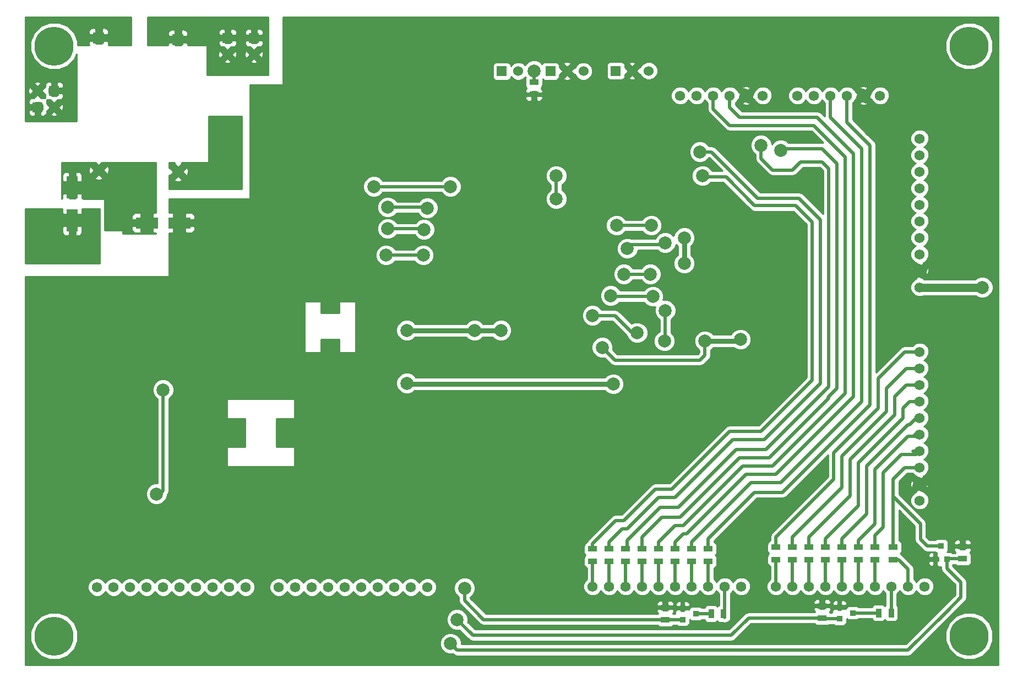
<source format=gbl>
G04 (created by PCBNEW (25-Oct-2014 BZR 4029)-stable) date Fr 05 Feb 2016 19:57:56 CET*
%MOIN*%
G04 Gerber Fmt 3.4, Leading zero omitted, Abs format*
%FSLAX34Y34*%
G01*
G70*
G90*
G04 APERTURE LIST*
%ADD10C,0.00590551*%
%ADD11R,0.06X0.06*%
%ADD12C,0.06*%
%ADD13C,0.062*%
%ADD14R,0.055X0.035*%
%ADD15R,0.07X0.07*%
%ADD16C,0.07*%
%ADD17R,0.035X0.055*%
%ADD18R,0.036X0.036*%
%ADD19R,0.1378X0.0709*%
%ADD20R,0.0709X0.1378*%
%ADD21C,0.23622*%
%ADD22C,0.0787402*%
%ADD23C,0.0201575*%
%ADD24C,0.03*%
%ADD25C,0.02*%
%ADD26C,0.05*%
%ADD27C,0.01*%
G04 APERTURE END LIST*
G54D10*
G54D11*
X5600Y-10300D03*
G54D12*
X5600Y-9300D03*
G54D11*
X18700Y-6100D03*
G54D12*
X18700Y-7100D03*
G54D11*
X36650Y-8120D03*
G54D12*
X37650Y-8120D03*
X38650Y-8120D03*
G54D11*
X40600Y-8100D03*
G54D12*
X41600Y-8100D03*
X42600Y-8100D03*
G54D11*
X33700Y-8130D03*
G54D12*
X34700Y-8130D03*
G54D13*
X29200Y-39350D03*
X28200Y-39350D03*
X27200Y-39350D03*
X26200Y-39350D03*
X25200Y-39350D03*
X24200Y-39350D03*
X23200Y-39350D03*
X22200Y-39350D03*
X21200Y-39350D03*
X20200Y-39350D03*
X18200Y-39350D03*
X17200Y-39350D03*
X16200Y-39350D03*
X15200Y-39350D03*
X14200Y-39350D03*
X13200Y-39350D03*
X12200Y-39350D03*
X11200Y-39350D03*
X10200Y-39350D03*
X9200Y-39350D03*
G54D14*
X40200Y-37025D03*
X40200Y-37775D03*
X41200Y-37025D03*
X41200Y-37775D03*
X42200Y-37025D03*
X42200Y-37775D03*
X43200Y-37025D03*
X43200Y-37775D03*
X44200Y-37025D03*
X44200Y-37775D03*
X45200Y-37025D03*
X45200Y-37775D03*
X46200Y-37025D03*
X46200Y-37775D03*
X39200Y-37025D03*
X39200Y-37775D03*
X50300Y-36925D03*
X50300Y-37675D03*
X52300Y-36925D03*
X52300Y-37675D03*
X54300Y-36925D03*
X54300Y-37675D03*
X56300Y-36925D03*
X56300Y-37675D03*
X51300Y-36925D03*
X51300Y-37675D03*
G54D13*
X59300Y-39300D03*
X58300Y-39300D03*
X57300Y-39300D03*
X56300Y-39300D03*
X55300Y-39300D03*
X54300Y-39300D03*
X53300Y-39300D03*
X52300Y-39300D03*
X51300Y-39300D03*
X50300Y-39300D03*
X59000Y-12200D03*
X59000Y-13200D03*
X59000Y-14200D03*
X59000Y-15200D03*
X59000Y-16200D03*
X59000Y-17200D03*
X59000Y-18200D03*
X59000Y-19200D03*
X59000Y-20200D03*
X59000Y-21200D03*
X48200Y-39300D03*
X47200Y-39300D03*
X46200Y-39300D03*
X45200Y-39300D03*
X44200Y-39300D03*
X43200Y-39300D03*
X42200Y-39300D03*
X41200Y-39300D03*
X40200Y-39300D03*
X39200Y-39300D03*
G54D11*
X17100Y-6100D03*
G54D12*
X17100Y-7100D03*
G54D13*
X59000Y-25100D03*
X59000Y-26100D03*
X59000Y-27100D03*
X59000Y-28100D03*
X59000Y-29100D03*
X59000Y-30100D03*
X59000Y-31100D03*
X59000Y-32100D03*
X59000Y-33100D03*
X59000Y-34100D03*
G54D11*
X6600Y-9300D03*
G54D12*
X6600Y-10300D03*
G54D15*
X9300Y-6100D03*
G54D16*
X9300Y-14100D03*
G54D15*
X14100Y-6200D03*
G54D16*
X14100Y-14200D03*
G54D14*
X53300Y-36925D03*
X53300Y-37675D03*
X55300Y-36925D03*
X55300Y-37675D03*
G54D17*
X56525Y-40900D03*
X57275Y-40900D03*
G54D13*
X44500Y-9600D03*
X45500Y-9600D03*
X46500Y-9600D03*
X47500Y-9600D03*
X48500Y-9600D03*
X49500Y-9600D03*
X51600Y-9600D03*
X52600Y-9600D03*
X53600Y-9600D03*
X54600Y-9600D03*
X55600Y-9600D03*
X56600Y-9600D03*
G54D18*
X54150Y-40550D03*
X54150Y-41250D03*
X54950Y-40900D03*
X44650Y-40600D03*
X44650Y-41300D03*
X45450Y-40950D03*
G54D14*
X53100Y-41225D03*
X53100Y-40475D03*
X43600Y-41325D03*
X43600Y-40575D03*
G54D17*
X46375Y-40950D03*
X47125Y-40950D03*
G54D14*
X57400Y-36925D03*
X57400Y-37675D03*
G54D18*
X59950Y-37650D03*
X60650Y-37650D03*
X60300Y-36850D03*
G54D14*
X61600Y-37625D03*
X61600Y-36875D03*
X35650Y-9525D03*
X35650Y-8775D03*
G54D19*
X14184Y-17300D03*
X12216Y-17300D03*
G54D20*
X7700Y-15166D03*
X7700Y-17134D03*
G54D21*
X62000Y-42300D03*
X6600Y-6600D03*
X6600Y-42300D03*
X62000Y-6600D03*
G54D22*
X12800Y-33700D03*
X13200Y-27400D03*
X40300Y-21700D03*
X42850Y-21750D03*
X43600Y-22600D03*
X43550Y-24450D03*
X24300Y-34550D03*
X37150Y-31050D03*
X33600Y-31300D03*
X52850Y-32600D03*
X49050Y-29150D03*
X58200Y-35950D03*
X58400Y-36900D03*
X60150Y-35750D03*
X25650Y-13650D03*
X48800Y-37200D03*
X39200Y-12100D03*
X42600Y-11700D03*
X32650Y-14950D03*
X33950Y-11150D03*
X39300Y-26150D03*
X42600Y-26900D03*
X42550Y-24750D03*
X45450Y-30250D03*
X41750Y-32000D03*
X19450Y-12150D03*
X29500Y-22000D03*
X37450Y-22700D03*
X28300Y-31350D03*
X28250Y-30200D03*
X27450Y-35350D03*
X31600Y-25100D03*
X29350Y-25350D03*
X56800Y-25450D03*
X40000Y-20500D03*
X36950Y-18400D03*
X25600Y-7500D03*
X29400Y-13400D03*
X44950Y-15700D03*
X45300Y-22700D03*
X34850Y-12900D03*
X51000Y-22200D03*
X51150Y-17750D03*
X42700Y-20400D03*
X41100Y-20400D03*
X42750Y-17450D03*
X40650Y-17450D03*
X30600Y-42750D03*
X29000Y-17700D03*
X26800Y-17650D03*
X37000Y-14450D03*
X37000Y-15850D03*
X49400Y-12600D03*
X45850Y-14450D03*
X50600Y-12900D03*
X45700Y-13000D03*
X31000Y-41300D03*
X26700Y-19250D03*
X28950Y-19250D03*
X39200Y-22900D03*
X41900Y-23950D03*
X31450Y-39400D03*
X26800Y-16350D03*
X29200Y-16400D03*
X25950Y-15100D03*
X30600Y-15100D03*
X35650Y-8100D03*
X27950Y-23800D03*
X32050Y-23800D03*
X40450Y-27050D03*
X27950Y-27000D03*
X33650Y-23800D03*
X39785Y-24835D03*
X62800Y-21200D03*
X44750Y-18200D03*
X44750Y-19750D03*
X46000Y-24450D03*
X48150Y-24350D03*
X41300Y-18850D03*
X43600Y-18500D03*
X5800Y-19000D03*
G54D23*
X61200Y-41800D02*
X61500Y-41800D01*
X61500Y-41800D02*
X62000Y-42300D01*
X6200Y-7000D02*
X6600Y-6600D01*
X5900Y-42900D02*
X6000Y-42900D01*
X6000Y-42900D02*
X6600Y-42300D01*
X62500Y-6100D02*
X62000Y-6600D01*
X13000Y-33700D02*
X12800Y-33700D01*
X13200Y-33500D02*
X13000Y-33700D01*
X13200Y-27400D02*
X13200Y-33500D01*
X40350Y-21750D02*
X42850Y-21750D01*
X40300Y-21700D02*
X40350Y-21750D01*
X43600Y-24400D02*
X43600Y-22600D01*
X43550Y-24450D02*
X43600Y-24400D01*
X27450Y-35350D02*
X25100Y-35350D01*
X25100Y-35350D02*
X24300Y-34550D01*
X37150Y-31050D02*
X33850Y-31050D01*
X33850Y-31050D02*
X33600Y-31300D01*
X33600Y-31300D02*
X41050Y-31300D01*
X49050Y-29150D02*
X47800Y-29150D01*
X58200Y-35950D02*
X58200Y-36700D01*
X58200Y-36700D02*
X58400Y-36900D01*
X58200Y-35950D02*
X58200Y-36900D01*
X58250Y-35900D02*
X58200Y-35950D01*
X58950Y-37650D02*
X59950Y-37650D01*
X58200Y-36900D02*
X58950Y-37650D01*
X60150Y-35750D02*
X61300Y-35950D01*
X61600Y-36250D02*
X61600Y-36875D01*
X61300Y-35950D02*
X61600Y-36250D01*
X25650Y-13650D02*
X20950Y-13650D01*
X20950Y-13650D02*
X19450Y-12150D01*
X29400Y-13400D02*
X25900Y-13400D01*
X25900Y-13400D02*
X25650Y-13650D01*
X48700Y-37250D02*
X48750Y-37250D01*
X48750Y-37250D02*
X48800Y-37200D01*
X39600Y-11700D02*
X39200Y-12100D01*
X42600Y-11700D02*
X39600Y-11700D01*
X59000Y-33100D02*
X60650Y-33100D01*
X60650Y-33100D02*
X60850Y-33300D01*
X60850Y-33300D02*
X60850Y-34800D01*
X60850Y-34800D02*
X60150Y-35750D01*
X32650Y-14950D02*
X32650Y-12450D01*
X32650Y-12450D02*
X33950Y-11150D01*
X42600Y-26900D02*
X42600Y-26450D01*
X39400Y-26050D02*
X39300Y-26150D01*
X42200Y-26050D02*
X39400Y-26050D01*
X42600Y-26450D02*
X42200Y-26050D01*
X41050Y-31300D02*
X41750Y-32000D01*
X25600Y-7500D02*
X24100Y-7500D01*
X24100Y-7500D02*
X19450Y-12150D01*
X29500Y-22000D02*
X28500Y-22000D01*
X27800Y-22700D02*
X26000Y-22500D01*
X28500Y-22000D02*
X27800Y-22700D01*
X36750Y-22000D02*
X29500Y-22000D01*
X37450Y-22700D02*
X36750Y-22000D01*
X28300Y-31350D02*
X27450Y-32200D01*
X27450Y-32200D02*
X27450Y-35350D01*
X26200Y-26950D02*
X28250Y-30200D01*
X26000Y-22500D02*
X26200Y-26950D01*
X28000Y-25350D02*
X27800Y-25550D01*
X28000Y-25350D02*
X29350Y-25350D01*
X27800Y-25550D02*
X26000Y-22500D01*
X31600Y-25100D02*
X31350Y-25350D01*
X31350Y-25350D02*
X29350Y-25350D01*
G54D24*
X59000Y-20200D02*
X58200Y-20200D01*
X56800Y-21600D02*
X56800Y-25450D01*
X58200Y-20200D02*
X56800Y-21600D01*
G54D23*
X40000Y-20500D02*
X39050Y-20500D01*
X39050Y-20500D02*
X36950Y-18400D01*
X29400Y-11300D02*
X25600Y-7500D01*
X29400Y-13400D02*
X29400Y-11300D01*
X42700Y-20400D02*
X41100Y-20400D01*
G54D25*
X40650Y-17450D02*
X42750Y-17450D01*
G54D23*
X60650Y-38150D02*
X60650Y-38200D01*
X58300Y-43150D02*
X60650Y-40800D01*
X30600Y-42750D02*
X31000Y-43150D01*
X31000Y-43150D02*
X48800Y-43150D01*
X48800Y-43150D02*
X58300Y-43150D01*
X60650Y-38150D02*
X60650Y-37650D01*
X61500Y-39950D02*
X60650Y-40800D01*
X61500Y-39050D02*
X61500Y-39950D01*
X60650Y-38200D02*
X61500Y-39050D01*
X61600Y-37625D02*
X60675Y-37625D01*
X60675Y-37625D02*
X60650Y-37650D01*
G54D25*
X29000Y-17700D02*
X28950Y-17650D01*
X28950Y-17650D02*
X26800Y-17650D01*
G54D23*
X50300Y-39300D02*
X50300Y-37675D01*
X39200Y-37775D02*
X39200Y-39300D01*
G54D25*
X37000Y-14450D02*
X37000Y-15850D01*
G54D23*
X40200Y-39300D02*
X40200Y-37775D01*
X49000Y-33600D02*
X50700Y-33600D01*
X46200Y-36400D02*
X49000Y-33600D01*
X46200Y-37025D02*
X46200Y-36400D01*
X50700Y-33600D02*
X53500Y-30800D01*
X54600Y-11200D02*
X54600Y-9600D01*
X53500Y-30800D02*
X56000Y-28300D01*
X56000Y-28300D02*
X56000Y-12600D01*
X56000Y-12600D02*
X54600Y-11200D01*
X53300Y-31000D02*
X53500Y-30800D01*
X48800Y-33000D02*
X50600Y-33000D01*
X46800Y-35000D02*
X48800Y-33000D01*
X50600Y-33000D02*
X53600Y-30000D01*
X45200Y-37025D02*
X45200Y-36600D01*
X45200Y-36600D02*
X46800Y-35000D01*
X55500Y-28100D02*
X55500Y-12800D01*
X53600Y-30000D02*
X55500Y-28100D01*
X53600Y-9600D02*
X53600Y-10900D01*
X55500Y-12800D02*
X53600Y-10900D01*
X52800Y-30800D02*
X53600Y-30000D01*
X46300Y-35500D02*
X46800Y-35000D01*
X53050Y-29750D02*
X50300Y-32500D01*
X53050Y-29750D02*
X55000Y-27800D01*
X55000Y-27800D02*
X55000Y-13100D01*
X55000Y-13100D02*
X52800Y-10900D01*
X51200Y-10900D02*
X52800Y-10900D01*
X44200Y-36600D02*
X44700Y-36100D01*
X44700Y-36100D02*
X44900Y-36100D01*
X44900Y-36100D02*
X46100Y-34900D01*
X46100Y-34900D02*
X48500Y-32500D01*
X44200Y-36600D02*
X44200Y-37025D01*
X50300Y-32500D02*
X48500Y-32500D01*
X47500Y-10300D02*
X47500Y-9600D01*
X48100Y-10900D02*
X47500Y-10300D01*
X51200Y-10900D02*
X48100Y-10900D01*
X51500Y-10900D02*
X51200Y-10900D01*
X48300Y-32000D02*
X50100Y-32000D01*
X46300Y-34000D02*
X48300Y-32000D01*
X50100Y-32000D02*
X51900Y-30200D01*
X43200Y-37025D02*
X43200Y-36600D01*
X44700Y-35600D02*
X46300Y-34000D01*
X44200Y-35600D02*
X44700Y-35600D01*
X43200Y-36600D02*
X44200Y-35600D01*
X46500Y-10400D02*
X46500Y-9600D01*
X47500Y-11400D02*
X46500Y-10400D01*
X52600Y-11400D02*
X47500Y-11400D01*
X54500Y-13300D02*
X52600Y-11400D01*
X54500Y-27600D02*
X54500Y-13300D01*
X51900Y-30200D02*
X54500Y-27600D01*
X51800Y-30300D02*
X51900Y-30200D01*
X46000Y-34300D02*
X46300Y-34000D01*
X41200Y-39300D02*
X41200Y-37775D01*
X42200Y-39300D02*
X42200Y-37775D01*
X43200Y-39300D02*
X43200Y-37775D01*
X44200Y-39300D02*
X44200Y-37775D01*
X45200Y-39300D02*
X45200Y-37775D01*
X49400Y-13400D02*
X49400Y-12600D01*
X50100Y-14100D02*
X49400Y-13400D01*
X51300Y-14100D02*
X50100Y-14100D01*
X51800Y-13600D02*
X51300Y-14100D01*
X53100Y-13600D02*
X51800Y-13600D01*
X53500Y-14000D02*
X53100Y-13600D01*
X53500Y-27200D02*
X53500Y-14000D01*
X47900Y-31000D02*
X49700Y-31000D01*
X43300Y-34500D02*
X41300Y-36500D01*
X41300Y-36500D02*
X41300Y-36925D01*
X41200Y-37025D02*
X41300Y-36925D01*
X44400Y-34500D02*
X47900Y-31000D01*
X44400Y-34500D02*
X43300Y-34500D01*
X49700Y-31000D02*
X51000Y-29700D01*
X50800Y-29900D02*
X51000Y-29700D01*
X51000Y-29700D02*
X53500Y-27200D01*
X57400Y-37675D02*
X57725Y-37675D01*
X58300Y-38250D02*
X58300Y-39300D01*
X57725Y-37675D02*
X58300Y-38250D01*
X52500Y-17250D02*
X51500Y-16250D01*
X51500Y-16250D02*
X49000Y-16250D01*
X47275Y-14525D02*
X47250Y-14500D01*
X49000Y-16250D02*
X47275Y-14525D01*
X39200Y-36700D02*
X39200Y-37025D01*
X43000Y-33400D02*
X44000Y-33400D01*
X44000Y-33400D02*
X47500Y-29900D01*
X47500Y-29900D02*
X49400Y-29900D01*
X49400Y-29900D02*
X52500Y-26800D01*
X52500Y-26800D02*
X52500Y-17300D01*
X39200Y-36700D02*
X40600Y-35300D01*
X40600Y-35300D02*
X41100Y-35300D01*
X41100Y-35300D02*
X43000Y-33400D01*
X52500Y-17300D02*
X52500Y-17250D01*
X45900Y-14500D02*
X47250Y-14500D01*
X45850Y-14450D02*
X45900Y-14500D01*
X48200Y-31500D02*
X49900Y-31500D01*
X43400Y-35100D02*
X44500Y-35100D01*
X42200Y-36300D02*
X43400Y-35100D01*
X42200Y-37025D02*
X42200Y-36300D01*
X48100Y-31500D02*
X48200Y-31500D01*
X44500Y-35100D02*
X48100Y-31500D01*
X49900Y-31500D02*
X51500Y-29900D01*
X54000Y-13700D02*
X53100Y-12800D01*
X53100Y-12800D02*
X50700Y-12800D01*
X50700Y-12800D02*
X50600Y-12900D01*
X53450Y-27950D02*
X53450Y-27850D01*
X54000Y-13796D02*
X54000Y-13700D01*
X54000Y-27300D02*
X54000Y-13796D01*
X53450Y-27850D02*
X54000Y-27300D01*
X51300Y-30100D02*
X51500Y-29900D01*
X51500Y-29900D02*
X53450Y-27950D01*
X53450Y-27950D02*
X53500Y-27900D01*
X56525Y-40900D02*
X54950Y-40900D01*
X51300Y-37675D02*
X51300Y-39300D01*
X53000Y-17150D02*
X53000Y-17100D01*
X53000Y-17100D02*
X51700Y-15800D01*
X51700Y-15800D02*
X49200Y-15800D01*
X49200Y-15800D02*
X46400Y-13000D01*
X46400Y-13000D02*
X45700Y-13000D01*
X40200Y-37025D02*
X40200Y-36600D01*
X40200Y-36600D02*
X41000Y-35800D01*
X41000Y-35800D02*
X41300Y-35800D01*
X41300Y-35800D02*
X43200Y-33900D01*
X43200Y-33900D02*
X44200Y-33900D01*
X44200Y-33900D02*
X47700Y-30400D01*
X47700Y-30400D02*
X49600Y-30400D01*
X49600Y-30400D02*
X53000Y-27000D01*
X53000Y-27000D02*
X53000Y-17150D01*
X53000Y-17150D02*
X53000Y-17100D01*
X46200Y-39300D02*
X46200Y-37775D01*
X45450Y-40950D02*
X46375Y-40950D01*
G54D25*
X47200Y-41175D02*
X47200Y-39300D01*
G54D23*
X53300Y-39300D02*
X53300Y-37675D01*
X55300Y-39300D02*
X55300Y-37675D01*
X57275Y-40900D02*
X57275Y-39325D01*
X57275Y-39325D02*
X57300Y-39300D01*
X56300Y-39300D02*
X56300Y-37675D01*
X54300Y-39300D02*
X54300Y-37675D01*
X57550Y-31650D02*
X57900Y-31300D01*
X57900Y-31300D02*
X58800Y-31300D01*
X58800Y-31300D02*
X59000Y-31100D01*
X56300Y-36925D02*
X56300Y-36200D01*
X58600Y-31100D02*
X59000Y-31100D01*
X56800Y-32400D02*
X57550Y-31650D01*
X57550Y-31650D02*
X57600Y-31600D01*
X56800Y-35700D02*
X56800Y-32400D01*
X56300Y-36200D02*
X56800Y-35700D01*
X57400Y-36550D02*
X57400Y-36925D01*
X60300Y-36850D02*
X59450Y-36850D01*
X57400Y-33850D02*
X57400Y-33700D01*
X59050Y-35500D02*
X57400Y-33850D01*
X59050Y-36450D02*
X59050Y-35500D01*
X59450Y-36850D02*
X59050Y-36450D01*
G54D25*
X59000Y-32100D02*
X58100Y-32100D01*
X57400Y-32800D02*
X58100Y-32100D01*
X57400Y-35850D02*
X57400Y-33700D01*
X57400Y-33700D02*
X57400Y-32800D01*
G54D23*
X57400Y-35850D02*
X57400Y-36550D01*
X57400Y-36550D02*
X57400Y-36575D01*
X57400Y-31100D02*
X58300Y-30200D01*
X58900Y-30200D02*
X59000Y-30100D01*
X58300Y-30200D02*
X58900Y-30200D01*
X58700Y-30100D02*
X59000Y-30100D01*
X55300Y-36925D02*
X55300Y-36500D01*
X58800Y-30100D02*
X59000Y-30100D01*
X56300Y-32200D02*
X57400Y-31100D01*
X57400Y-31100D02*
X57450Y-31050D01*
X57450Y-31050D02*
X57500Y-31000D01*
X56300Y-35500D02*
X56300Y-32200D01*
X55300Y-36500D02*
X56300Y-35500D01*
X52300Y-39300D02*
X52300Y-37675D01*
G54D25*
X55800Y-32000D02*
X55800Y-34900D01*
G54D23*
X57350Y-30450D02*
X55800Y-32000D01*
G54D25*
X55800Y-34900D02*
X55250Y-35450D01*
G54D23*
X57350Y-30450D02*
X58300Y-29500D01*
X58300Y-29500D02*
X58400Y-29500D01*
X58400Y-29500D02*
X58800Y-29100D01*
X58800Y-29100D02*
X59000Y-29100D01*
X57350Y-30450D02*
X57400Y-30400D01*
X54300Y-36925D02*
X54300Y-36400D01*
X54300Y-36400D02*
X55250Y-35450D01*
X55250Y-35450D02*
X55300Y-35400D01*
X54300Y-36925D02*
X54300Y-36800D01*
X55300Y-31800D02*
X55300Y-34400D01*
X58000Y-29100D02*
X58000Y-28500D01*
X58000Y-28500D02*
X58400Y-28100D01*
X59000Y-28100D02*
X58400Y-28100D01*
X53300Y-36400D02*
X53300Y-36925D01*
X55300Y-31800D02*
X57300Y-29800D01*
X53300Y-36400D02*
X54000Y-35700D01*
X57300Y-29800D02*
X58000Y-29100D01*
X55300Y-34400D02*
X54000Y-35700D01*
X58900Y-28100D02*
X59000Y-28100D01*
G54D25*
X52400Y-36200D02*
X52300Y-36300D01*
X52650Y-35950D02*
X52400Y-36200D01*
G54D23*
X54800Y-31600D02*
X54800Y-33800D01*
X54800Y-31600D02*
X57500Y-28900D01*
X57500Y-28900D02*
X57500Y-27800D01*
X57500Y-27800D02*
X58200Y-27100D01*
X59000Y-27100D02*
X58200Y-27100D01*
G54D25*
X54800Y-33800D02*
X52650Y-35950D01*
X52300Y-36300D02*
X52300Y-36925D01*
G54D23*
X54300Y-31400D02*
X54300Y-33300D01*
X54300Y-33300D02*
X52800Y-34800D01*
X59000Y-26100D02*
X58200Y-26100D01*
X57000Y-27300D02*
X58200Y-26100D01*
X57000Y-28700D02*
X57000Y-27300D01*
X54300Y-31400D02*
X57000Y-28700D01*
X51300Y-36925D02*
X51300Y-36300D01*
X51300Y-36300D02*
X52800Y-34800D01*
X52800Y-34800D02*
X52900Y-34700D01*
X53800Y-31200D02*
X53800Y-32800D01*
X53800Y-32800D02*
X52300Y-34300D01*
X59000Y-25100D02*
X58100Y-25100D01*
X56500Y-26700D02*
X58100Y-25100D01*
X56500Y-28500D02*
X56500Y-26700D01*
X53800Y-31200D02*
X56500Y-28500D01*
X50300Y-36925D02*
X50300Y-36300D01*
X50300Y-36300D02*
X52300Y-34300D01*
X52300Y-34300D02*
X52400Y-34200D01*
X49450Y-41200D02*
X48650Y-41200D01*
X49450Y-41200D02*
X53075Y-41200D01*
X53100Y-41225D02*
X53075Y-41200D01*
X31950Y-42250D02*
X31000Y-41300D01*
X47600Y-42250D02*
X31950Y-42250D01*
X48650Y-41200D02*
X47600Y-42250D01*
X54150Y-41250D02*
X53125Y-41250D01*
X53125Y-41250D02*
X53100Y-41225D01*
G54D25*
X28950Y-19250D02*
X26700Y-19250D01*
G54D23*
X41600Y-23950D02*
X41900Y-23950D01*
X40550Y-22900D02*
X41600Y-23950D01*
X39200Y-22900D02*
X40550Y-22900D01*
X44650Y-41300D02*
X43625Y-41300D01*
X31450Y-40150D02*
X31450Y-39400D01*
X32600Y-41300D02*
X31450Y-40150D01*
X33400Y-41300D02*
X32600Y-41300D01*
X43625Y-41300D02*
X33400Y-41300D01*
G54D25*
X29150Y-16350D02*
X26800Y-16350D01*
X29200Y-16400D02*
X29150Y-16350D01*
X25950Y-15100D02*
X30600Y-15100D01*
G54D23*
X35650Y-8100D02*
X35650Y-8775D01*
G54D24*
X32050Y-23800D02*
X27950Y-23800D01*
X33650Y-23800D02*
X32050Y-23800D01*
X29350Y-27050D02*
X28000Y-27050D01*
X40450Y-27050D02*
X29350Y-27050D01*
X28000Y-27050D02*
X27950Y-27000D01*
G54D23*
X33650Y-23800D02*
X33600Y-23750D01*
X46000Y-24450D02*
X46000Y-25300D01*
X45700Y-25600D02*
X46000Y-25300D01*
X40550Y-25600D02*
X45700Y-25600D01*
X40550Y-25600D02*
X39785Y-24835D01*
G54D24*
X46000Y-24450D02*
X48050Y-24450D01*
X48050Y-24450D02*
X48150Y-24350D01*
G54D26*
X59000Y-21200D02*
X62800Y-21200D01*
G54D24*
X44750Y-18200D02*
X44750Y-19750D01*
G54D23*
X48050Y-24500D02*
X48050Y-24450D01*
X46000Y-24450D02*
X46050Y-24500D01*
X48050Y-24450D02*
X48150Y-24350D01*
X41300Y-18850D02*
X41550Y-18600D01*
X41550Y-18600D02*
X43200Y-18600D01*
X43200Y-18600D02*
X43600Y-18500D01*
G54D10*
G36*
X63750Y-44050D02*
X63443Y-44050D01*
X63443Y-21072D01*
X63431Y-21042D01*
X63431Y-6316D01*
X63213Y-5790D01*
X62811Y-5387D01*
X62285Y-5169D01*
X61716Y-5168D01*
X61190Y-5386D01*
X60787Y-5788D01*
X60569Y-6314D01*
X60568Y-6883D01*
X60786Y-7409D01*
X61188Y-7812D01*
X61714Y-8030D01*
X62283Y-8031D01*
X62809Y-7813D01*
X63212Y-7411D01*
X63430Y-6885D01*
X63431Y-6316D01*
X63431Y-21042D01*
X63346Y-20835D01*
X63165Y-20654D01*
X62928Y-20556D01*
X62672Y-20556D01*
X62435Y-20653D01*
X62389Y-20700D01*
X59570Y-20700D01*
X59570Y-20177D01*
X59560Y-20125D01*
X59560Y-19089D01*
X59475Y-18883D01*
X59317Y-18725D01*
X59256Y-18700D01*
X59316Y-18675D01*
X59474Y-18517D01*
X59559Y-18311D01*
X59560Y-18089D01*
X59475Y-17883D01*
X59317Y-17725D01*
X59256Y-17700D01*
X59316Y-17675D01*
X59474Y-17517D01*
X59559Y-17311D01*
X59560Y-17089D01*
X59475Y-16883D01*
X59317Y-16725D01*
X59256Y-16700D01*
X59316Y-16675D01*
X59474Y-16517D01*
X59559Y-16311D01*
X59560Y-16089D01*
X59475Y-15883D01*
X59317Y-15725D01*
X59256Y-15700D01*
X59316Y-15675D01*
X59474Y-15517D01*
X59559Y-15311D01*
X59560Y-15089D01*
X59475Y-14883D01*
X59317Y-14725D01*
X59256Y-14700D01*
X59316Y-14675D01*
X59474Y-14517D01*
X59559Y-14311D01*
X59560Y-14089D01*
X59475Y-13883D01*
X59317Y-13725D01*
X59256Y-13700D01*
X59316Y-13675D01*
X59474Y-13517D01*
X59559Y-13311D01*
X59560Y-13089D01*
X59475Y-12883D01*
X59317Y-12725D01*
X59256Y-12700D01*
X59316Y-12675D01*
X59474Y-12517D01*
X59559Y-12311D01*
X59560Y-12089D01*
X59475Y-11883D01*
X59317Y-11725D01*
X59111Y-11640D01*
X58889Y-11639D01*
X58683Y-11724D01*
X58525Y-11882D01*
X58440Y-12088D01*
X58439Y-12310D01*
X58524Y-12516D01*
X58682Y-12674D01*
X58743Y-12699D01*
X58683Y-12724D01*
X58525Y-12882D01*
X58440Y-13088D01*
X58439Y-13310D01*
X58524Y-13516D01*
X58682Y-13674D01*
X58743Y-13699D01*
X58683Y-13724D01*
X58525Y-13882D01*
X58440Y-14088D01*
X58439Y-14310D01*
X58524Y-14516D01*
X58682Y-14674D01*
X58743Y-14699D01*
X58683Y-14724D01*
X58525Y-14882D01*
X58440Y-15088D01*
X58439Y-15310D01*
X58524Y-15516D01*
X58682Y-15674D01*
X58743Y-15699D01*
X58683Y-15724D01*
X58525Y-15882D01*
X58440Y-16088D01*
X58439Y-16310D01*
X58524Y-16516D01*
X58682Y-16674D01*
X58743Y-16699D01*
X58683Y-16724D01*
X58525Y-16882D01*
X58440Y-17088D01*
X58439Y-17310D01*
X58524Y-17516D01*
X58682Y-17674D01*
X58743Y-17699D01*
X58683Y-17724D01*
X58525Y-17882D01*
X58440Y-18088D01*
X58439Y-18310D01*
X58524Y-18516D01*
X58682Y-18674D01*
X58743Y-18699D01*
X58683Y-18724D01*
X58525Y-18882D01*
X58440Y-19088D01*
X58439Y-19310D01*
X58524Y-19516D01*
X58682Y-19674D01*
X58780Y-19715D01*
X58767Y-19747D01*
X59109Y-19871D01*
X59232Y-19747D01*
X59219Y-19715D01*
X59316Y-19675D01*
X59474Y-19517D01*
X59559Y-19311D01*
X59560Y-19089D01*
X59560Y-20125D01*
X59535Y-20002D01*
X59452Y-19967D01*
X59328Y-20309D01*
X59452Y-20432D01*
X59535Y-20397D01*
X59570Y-20177D01*
X59570Y-20700D01*
X59256Y-20700D01*
X59219Y-20684D01*
X59232Y-20652D01*
X58890Y-20528D01*
X58767Y-20652D01*
X58780Y-20684D01*
X58683Y-20724D01*
X58671Y-20736D01*
X58671Y-20090D01*
X58547Y-19967D01*
X58464Y-20002D01*
X58429Y-20222D01*
X58464Y-20397D01*
X58547Y-20432D01*
X58671Y-20090D01*
X58671Y-20736D01*
X58525Y-20882D01*
X58440Y-21088D01*
X58439Y-21310D01*
X58524Y-21516D01*
X58682Y-21674D01*
X58888Y-21759D01*
X59110Y-21760D01*
X59256Y-21700D01*
X62389Y-21700D01*
X62434Y-21745D01*
X62671Y-21843D01*
X62927Y-21843D01*
X63164Y-21746D01*
X63345Y-21565D01*
X63443Y-21328D01*
X63443Y-21072D01*
X63443Y-44050D01*
X63431Y-44050D01*
X63431Y-42016D01*
X63213Y-41490D01*
X62811Y-41087D01*
X62285Y-40869D01*
X62125Y-40869D01*
X62125Y-37750D01*
X62125Y-37400D01*
X62087Y-37308D01*
X62050Y-37271D01*
X62050Y-37228D01*
X62087Y-37191D01*
X62125Y-37099D01*
X62125Y-36650D01*
X62087Y-36558D01*
X62016Y-36488D01*
X61924Y-36450D01*
X61825Y-36449D01*
X61800Y-36450D01*
X61737Y-36512D01*
X61737Y-36787D01*
X62062Y-36787D01*
X62125Y-36725D01*
X62125Y-36650D01*
X62125Y-37099D01*
X62125Y-37025D01*
X62062Y-36962D01*
X61737Y-36962D01*
X61737Y-37050D01*
X61462Y-37050D01*
X61462Y-36962D01*
X61462Y-36787D01*
X61462Y-36512D01*
X61400Y-36450D01*
X61374Y-36449D01*
X61275Y-36450D01*
X61183Y-36488D01*
X61112Y-36558D01*
X61074Y-36650D01*
X61075Y-36725D01*
X61137Y-36787D01*
X61462Y-36787D01*
X61462Y-36962D01*
X61137Y-36962D01*
X61075Y-37025D01*
X61074Y-37099D01*
X61112Y-37191D01*
X61149Y-37228D01*
X61149Y-37271D01*
X61147Y-37274D01*
X60987Y-37274D01*
X60971Y-37258D01*
X60879Y-37220D01*
X60780Y-37219D01*
X60643Y-37219D01*
X60691Y-37171D01*
X60729Y-37079D01*
X60730Y-36980D01*
X60730Y-36620D01*
X60692Y-36528D01*
X60621Y-36458D01*
X60529Y-36420D01*
X60430Y-36419D01*
X60070Y-36419D01*
X59978Y-36457D01*
X59937Y-36499D01*
X59595Y-36499D01*
X59570Y-36474D01*
X59570Y-33077D01*
X59535Y-32902D01*
X59452Y-32867D01*
X59328Y-33209D01*
X59452Y-33332D01*
X59535Y-33297D01*
X59570Y-33077D01*
X59570Y-36474D01*
X59560Y-36464D01*
X59560Y-33989D01*
X59475Y-33783D01*
X59317Y-33625D01*
X59219Y-33584D01*
X59232Y-33552D01*
X58890Y-33428D01*
X58767Y-33552D01*
X58780Y-33584D01*
X58683Y-33624D01*
X58671Y-33636D01*
X58671Y-32990D01*
X58547Y-32867D01*
X58464Y-32902D01*
X58429Y-33122D01*
X58464Y-33297D01*
X58547Y-33332D01*
X58671Y-32990D01*
X58671Y-33636D01*
X58525Y-33782D01*
X58440Y-33988D01*
X58439Y-34210D01*
X58524Y-34416D01*
X58682Y-34574D01*
X58888Y-34659D01*
X59110Y-34660D01*
X59316Y-34575D01*
X59474Y-34417D01*
X59559Y-34211D01*
X59560Y-33989D01*
X59560Y-36464D01*
X59400Y-36304D01*
X59400Y-35500D01*
X59374Y-35365D01*
X59298Y-35251D01*
X57750Y-33704D01*
X57750Y-33700D01*
X57750Y-33696D01*
X57750Y-32944D01*
X58244Y-32450D01*
X58558Y-32450D01*
X58682Y-32574D01*
X58780Y-32615D01*
X58767Y-32647D01*
X59109Y-32771D01*
X59232Y-32647D01*
X59219Y-32615D01*
X59316Y-32575D01*
X59474Y-32417D01*
X59559Y-32211D01*
X59560Y-31989D01*
X59475Y-31783D01*
X59317Y-31625D01*
X59256Y-31600D01*
X59316Y-31575D01*
X59474Y-31417D01*
X59559Y-31211D01*
X59560Y-30989D01*
X59475Y-30783D01*
X59317Y-30625D01*
X59256Y-30600D01*
X59316Y-30575D01*
X59474Y-30417D01*
X59559Y-30211D01*
X59560Y-29989D01*
X59475Y-29783D01*
X59317Y-29625D01*
X59256Y-29600D01*
X59316Y-29575D01*
X59474Y-29417D01*
X59559Y-29211D01*
X59560Y-28989D01*
X59475Y-28783D01*
X59317Y-28625D01*
X59256Y-28600D01*
X59316Y-28575D01*
X59474Y-28417D01*
X59559Y-28211D01*
X59560Y-27989D01*
X59475Y-27783D01*
X59317Y-27625D01*
X59256Y-27600D01*
X59316Y-27575D01*
X59474Y-27417D01*
X59559Y-27211D01*
X59560Y-26989D01*
X59475Y-26783D01*
X59317Y-26625D01*
X59256Y-26600D01*
X59316Y-26575D01*
X59474Y-26417D01*
X59559Y-26211D01*
X59560Y-25989D01*
X59475Y-25783D01*
X59317Y-25625D01*
X59256Y-25600D01*
X59316Y-25575D01*
X59474Y-25417D01*
X59559Y-25211D01*
X59560Y-24989D01*
X59475Y-24783D01*
X59317Y-24625D01*
X59111Y-24540D01*
X58889Y-24539D01*
X58683Y-24624D01*
X58558Y-24749D01*
X58100Y-24749D01*
X57965Y-24775D01*
X57851Y-24851D01*
X57851Y-24851D01*
X57851Y-24851D01*
X57160Y-25543D01*
X57160Y-9489D01*
X57075Y-9283D01*
X56917Y-9125D01*
X56711Y-9040D01*
X56489Y-9039D01*
X56283Y-9124D01*
X56125Y-9282D01*
X56084Y-9380D01*
X56052Y-9367D01*
X55928Y-9709D01*
X56052Y-9832D01*
X56084Y-9819D01*
X56124Y-9916D01*
X56282Y-10074D01*
X56488Y-10159D01*
X56710Y-10160D01*
X56916Y-10075D01*
X57074Y-9917D01*
X57159Y-9711D01*
X57160Y-9489D01*
X57160Y-25543D01*
X56350Y-26353D01*
X56350Y-12600D01*
X56324Y-12465D01*
X56248Y-12351D01*
X55832Y-11936D01*
X55832Y-10052D01*
X55832Y-9147D01*
X55797Y-9064D01*
X55577Y-9029D01*
X55402Y-9064D01*
X55367Y-9147D01*
X55709Y-9271D01*
X55832Y-9147D01*
X55832Y-10052D01*
X55490Y-9928D01*
X55367Y-10052D01*
X55402Y-10135D01*
X55622Y-10170D01*
X55797Y-10135D01*
X55832Y-10052D01*
X55832Y-11936D01*
X54950Y-11054D01*
X54950Y-10041D01*
X55074Y-9917D01*
X55115Y-9819D01*
X55147Y-9832D01*
X55271Y-9490D01*
X55147Y-9367D01*
X55115Y-9380D01*
X55075Y-9283D01*
X54917Y-9125D01*
X54711Y-9040D01*
X54489Y-9039D01*
X54283Y-9124D01*
X54125Y-9282D01*
X54100Y-9343D01*
X54075Y-9283D01*
X53917Y-9125D01*
X53711Y-9040D01*
X53489Y-9039D01*
X53283Y-9124D01*
X53125Y-9282D01*
X53100Y-9343D01*
X53075Y-9283D01*
X52917Y-9125D01*
X52711Y-9040D01*
X52489Y-9039D01*
X52283Y-9124D01*
X52125Y-9282D01*
X52100Y-9343D01*
X52075Y-9283D01*
X51917Y-9125D01*
X51711Y-9040D01*
X51489Y-9039D01*
X51283Y-9124D01*
X51125Y-9282D01*
X51040Y-9488D01*
X51039Y-9710D01*
X51124Y-9916D01*
X51282Y-10074D01*
X51488Y-10159D01*
X51710Y-10160D01*
X51916Y-10075D01*
X52074Y-9917D01*
X52099Y-9856D01*
X52124Y-9916D01*
X52282Y-10074D01*
X52488Y-10159D01*
X52710Y-10160D01*
X52916Y-10075D01*
X53074Y-9917D01*
X53099Y-9856D01*
X53124Y-9916D01*
X53249Y-10041D01*
X53249Y-10853D01*
X53048Y-10651D01*
X52934Y-10575D01*
X52800Y-10549D01*
X51500Y-10549D01*
X51200Y-10549D01*
X50060Y-10549D01*
X50060Y-9489D01*
X49975Y-9283D01*
X49817Y-9125D01*
X49611Y-9040D01*
X49389Y-9039D01*
X49183Y-9124D01*
X49025Y-9282D01*
X48984Y-9380D01*
X48952Y-9367D01*
X48828Y-9709D01*
X48952Y-9832D01*
X48984Y-9819D01*
X49024Y-9916D01*
X49182Y-10074D01*
X49388Y-10159D01*
X49610Y-10160D01*
X49816Y-10075D01*
X49974Y-9917D01*
X50059Y-9711D01*
X50060Y-9489D01*
X50060Y-10549D01*
X48732Y-10549D01*
X48732Y-10052D01*
X48732Y-9147D01*
X48697Y-9064D01*
X48477Y-9029D01*
X48302Y-9064D01*
X48267Y-9147D01*
X48609Y-9271D01*
X48732Y-9147D01*
X48732Y-10052D01*
X48390Y-9928D01*
X48267Y-10052D01*
X48302Y-10135D01*
X48522Y-10170D01*
X48697Y-10135D01*
X48732Y-10052D01*
X48732Y-10549D01*
X48245Y-10549D01*
X47850Y-10154D01*
X47850Y-10041D01*
X47974Y-9917D01*
X48015Y-9819D01*
X48047Y-9832D01*
X48171Y-9490D01*
X48047Y-9367D01*
X48015Y-9380D01*
X47975Y-9283D01*
X47817Y-9125D01*
X47611Y-9040D01*
X47389Y-9039D01*
X47183Y-9124D01*
X47025Y-9282D01*
X47000Y-9343D01*
X46975Y-9283D01*
X46817Y-9125D01*
X46611Y-9040D01*
X46389Y-9039D01*
X46183Y-9124D01*
X46025Y-9282D01*
X46000Y-9343D01*
X45975Y-9283D01*
X45817Y-9125D01*
X45611Y-9040D01*
X45389Y-9039D01*
X45183Y-9124D01*
X45025Y-9282D01*
X45000Y-9343D01*
X44975Y-9283D01*
X44817Y-9125D01*
X44611Y-9040D01*
X44389Y-9039D01*
X44183Y-9124D01*
X44025Y-9282D01*
X43940Y-9488D01*
X43939Y-9710D01*
X44024Y-9916D01*
X44182Y-10074D01*
X44388Y-10159D01*
X44610Y-10160D01*
X44816Y-10075D01*
X44974Y-9917D01*
X44999Y-9856D01*
X45024Y-9916D01*
X45182Y-10074D01*
X45388Y-10159D01*
X45610Y-10160D01*
X45816Y-10075D01*
X45974Y-9917D01*
X45999Y-9856D01*
X46024Y-9916D01*
X46149Y-10041D01*
X46149Y-10400D01*
X46175Y-10534D01*
X46251Y-10648D01*
X47251Y-11648D01*
X47365Y-11724D01*
X47500Y-11750D01*
X52454Y-11750D01*
X53166Y-12462D01*
X53100Y-12449D01*
X51059Y-12449D01*
X50965Y-12354D01*
X50728Y-12256D01*
X50472Y-12256D01*
X50235Y-12353D01*
X50054Y-12534D01*
X50043Y-12561D01*
X50043Y-12472D01*
X49946Y-12235D01*
X49765Y-12054D01*
X49528Y-11956D01*
X49272Y-11956D01*
X49035Y-12053D01*
X48854Y-12234D01*
X48756Y-12471D01*
X48756Y-12727D01*
X48853Y-12964D01*
X49034Y-13145D01*
X49049Y-13151D01*
X49049Y-13400D01*
X49075Y-13534D01*
X49151Y-13648D01*
X49851Y-14348D01*
X49851Y-14348D01*
X49927Y-14398D01*
X49965Y-14424D01*
X49965Y-14424D01*
X50099Y-14450D01*
X50100Y-14450D01*
X51300Y-14450D01*
X51434Y-14424D01*
X51548Y-14348D01*
X51945Y-13950D01*
X52954Y-13950D01*
X53149Y-14145D01*
X53149Y-16753D01*
X51948Y-15551D01*
X51834Y-15475D01*
X51700Y-15449D01*
X49345Y-15449D01*
X46648Y-12751D01*
X46534Y-12675D01*
X46400Y-12649D01*
X46251Y-12649D01*
X46246Y-12635D01*
X46065Y-12454D01*
X45828Y-12356D01*
X45572Y-12356D01*
X45335Y-12453D01*
X45154Y-12634D01*
X45056Y-12871D01*
X45056Y-13127D01*
X45153Y-13364D01*
X45334Y-13545D01*
X45571Y-13643D01*
X45827Y-13643D01*
X46064Y-13546D01*
X46245Y-13365D01*
X46251Y-13350D01*
X46254Y-13350D01*
X47053Y-14149D01*
X46422Y-14149D01*
X46396Y-14085D01*
X46215Y-13904D01*
X45978Y-13806D01*
X45722Y-13806D01*
X45485Y-13903D01*
X45304Y-14084D01*
X45206Y-14321D01*
X45206Y-14577D01*
X45303Y-14814D01*
X45484Y-14995D01*
X45721Y-15093D01*
X45977Y-15093D01*
X46214Y-14996D01*
X46359Y-14850D01*
X47104Y-14850D01*
X48751Y-16498D01*
X48751Y-16498D01*
X48827Y-16548D01*
X48865Y-16574D01*
X48865Y-16574D01*
X48999Y-16600D01*
X49000Y-16600D01*
X51354Y-16600D01*
X52149Y-17395D01*
X52149Y-26654D01*
X49254Y-29549D01*
X48793Y-29549D01*
X48793Y-24222D01*
X48696Y-23985D01*
X48515Y-23804D01*
X48278Y-23706D01*
X48022Y-23706D01*
X47785Y-23803D01*
X47604Y-23984D01*
X47577Y-24050D01*
X46510Y-24050D01*
X46365Y-23904D01*
X46128Y-23806D01*
X45872Y-23806D01*
X45635Y-23903D01*
X45454Y-24084D01*
X45393Y-24231D01*
X45393Y-19622D01*
X45296Y-19385D01*
X45150Y-19239D01*
X45150Y-18710D01*
X45295Y-18565D01*
X45393Y-18328D01*
X45393Y-18072D01*
X45296Y-17835D01*
X45115Y-17654D01*
X44878Y-17556D01*
X44622Y-17556D01*
X44385Y-17653D01*
X44204Y-17834D01*
X44106Y-18071D01*
X44106Y-18096D01*
X43965Y-17954D01*
X43728Y-17856D01*
X43472Y-17856D01*
X43393Y-17888D01*
X43393Y-17322D01*
X43296Y-17085D01*
X43150Y-16939D01*
X43150Y-7991D01*
X43066Y-7788D01*
X42911Y-7634D01*
X42709Y-7550D01*
X42491Y-7549D01*
X42288Y-7633D01*
X42134Y-7788D01*
X42091Y-7890D01*
X42042Y-7870D01*
X41829Y-8082D01*
X41829Y-7657D01*
X41796Y-7574D01*
X41580Y-7539D01*
X41403Y-7574D01*
X41370Y-7657D01*
X41600Y-7887D01*
X41829Y-7657D01*
X41829Y-8082D01*
X41812Y-8100D01*
X42042Y-8329D01*
X42091Y-8309D01*
X42133Y-8411D01*
X42288Y-8565D01*
X42490Y-8649D01*
X42708Y-8650D01*
X42911Y-8566D01*
X43065Y-8411D01*
X43149Y-8209D01*
X43150Y-7991D01*
X43150Y-16939D01*
X43115Y-16904D01*
X42878Y-16806D01*
X42622Y-16806D01*
X42385Y-16903D01*
X42204Y-17084D01*
X42198Y-17100D01*
X41829Y-17100D01*
X41829Y-8542D01*
X41600Y-8312D01*
X41387Y-8524D01*
X41387Y-8100D01*
X41157Y-7870D01*
X41150Y-7873D01*
X41150Y-7750D01*
X41112Y-7658D01*
X41041Y-7588D01*
X40949Y-7550D01*
X40850Y-7549D01*
X40250Y-7549D01*
X40158Y-7587D01*
X40088Y-7658D01*
X40050Y-7750D01*
X40049Y-7849D01*
X40049Y-8449D01*
X40087Y-8541D01*
X40158Y-8611D01*
X40250Y-8649D01*
X40349Y-8650D01*
X40949Y-8650D01*
X41041Y-8612D01*
X41111Y-8541D01*
X41149Y-8449D01*
X41150Y-8350D01*
X41150Y-8326D01*
X41157Y-8329D01*
X41387Y-8100D01*
X41387Y-8524D01*
X41370Y-8542D01*
X41403Y-8625D01*
X41619Y-8660D01*
X41796Y-8625D01*
X41829Y-8542D01*
X41829Y-17100D01*
X41201Y-17100D01*
X41196Y-17085D01*
X41015Y-16904D01*
X40778Y-16806D01*
X40522Y-16806D01*
X40285Y-16903D01*
X40104Y-17084D01*
X40006Y-17321D01*
X40006Y-17577D01*
X40103Y-17814D01*
X40284Y-17995D01*
X40521Y-18093D01*
X40777Y-18093D01*
X41014Y-17996D01*
X41195Y-17815D01*
X41201Y-17800D01*
X42198Y-17800D01*
X42203Y-17814D01*
X42384Y-17995D01*
X42621Y-18093D01*
X42877Y-18093D01*
X43114Y-17996D01*
X43295Y-17815D01*
X43393Y-17578D01*
X43393Y-17322D01*
X43393Y-17888D01*
X43235Y-17953D01*
X43054Y-18134D01*
X43007Y-18249D01*
X41550Y-18249D01*
X41537Y-18251D01*
X41537Y-18251D01*
X41428Y-18206D01*
X41172Y-18206D01*
X40935Y-18303D01*
X40754Y-18484D01*
X40656Y-18721D01*
X40656Y-18977D01*
X40753Y-19214D01*
X40934Y-19395D01*
X41171Y-19493D01*
X41427Y-19493D01*
X41664Y-19396D01*
X41845Y-19215D01*
X41943Y-18978D01*
X41943Y-18950D01*
X43140Y-18950D01*
X43234Y-19045D01*
X43471Y-19143D01*
X43727Y-19143D01*
X43964Y-19046D01*
X44145Y-18865D01*
X44243Y-18628D01*
X44243Y-18603D01*
X44350Y-18710D01*
X44350Y-19239D01*
X44204Y-19384D01*
X44106Y-19621D01*
X44106Y-19877D01*
X44203Y-20114D01*
X44384Y-20295D01*
X44621Y-20393D01*
X44877Y-20393D01*
X45114Y-20296D01*
X45295Y-20115D01*
X45393Y-19878D01*
X45393Y-19622D01*
X45393Y-24231D01*
X45356Y-24321D01*
X45356Y-24577D01*
X45453Y-24814D01*
X45634Y-24995D01*
X45649Y-25001D01*
X45649Y-25154D01*
X45554Y-25249D01*
X44243Y-25249D01*
X44243Y-22472D01*
X44146Y-22235D01*
X43965Y-22054D01*
X43728Y-21956D01*
X43472Y-21956D01*
X43459Y-21961D01*
X43493Y-21878D01*
X43493Y-21622D01*
X43396Y-21385D01*
X43343Y-21333D01*
X43343Y-20272D01*
X43246Y-20035D01*
X43065Y-19854D01*
X42828Y-19756D01*
X42572Y-19756D01*
X42335Y-19853D01*
X42154Y-20034D01*
X42148Y-20049D01*
X41651Y-20049D01*
X41646Y-20035D01*
X41465Y-19854D01*
X41228Y-19756D01*
X40972Y-19756D01*
X40735Y-19853D01*
X40554Y-20034D01*
X40456Y-20271D01*
X40456Y-20527D01*
X40553Y-20764D01*
X40734Y-20945D01*
X40971Y-21043D01*
X41227Y-21043D01*
X41464Y-20946D01*
X41645Y-20765D01*
X41651Y-20750D01*
X42148Y-20750D01*
X42153Y-20764D01*
X42334Y-20945D01*
X42571Y-21043D01*
X42827Y-21043D01*
X43064Y-20946D01*
X43245Y-20765D01*
X43343Y-20528D01*
X43343Y-20272D01*
X43343Y-21333D01*
X43215Y-21204D01*
X42978Y-21106D01*
X42722Y-21106D01*
X42485Y-21203D01*
X42304Y-21384D01*
X42298Y-21399D01*
X40872Y-21399D01*
X40846Y-21335D01*
X40665Y-21154D01*
X40428Y-21056D01*
X40172Y-21056D01*
X39935Y-21153D01*
X39754Y-21334D01*
X39656Y-21571D01*
X39656Y-21827D01*
X39753Y-22064D01*
X39934Y-22245D01*
X40171Y-22343D01*
X40427Y-22343D01*
X40664Y-22246D01*
X40809Y-22100D01*
X42298Y-22100D01*
X42303Y-22114D01*
X42484Y-22295D01*
X42721Y-22393D01*
X42977Y-22393D01*
X42990Y-22388D01*
X42956Y-22471D01*
X42956Y-22727D01*
X43053Y-22964D01*
X43234Y-23145D01*
X43249Y-23151D01*
X43249Y-23877D01*
X43185Y-23903D01*
X43004Y-24084D01*
X42906Y-24321D01*
X42906Y-24577D01*
X43003Y-24814D01*
X43184Y-24995D01*
X43421Y-25093D01*
X43677Y-25093D01*
X43914Y-24996D01*
X44095Y-24815D01*
X44193Y-24578D01*
X44193Y-24322D01*
X44096Y-24085D01*
X43950Y-23940D01*
X43950Y-23151D01*
X43964Y-23146D01*
X44145Y-22965D01*
X44243Y-22728D01*
X44243Y-22472D01*
X44243Y-25249D01*
X42543Y-25249D01*
X42543Y-23822D01*
X42446Y-23585D01*
X42265Y-23404D01*
X42028Y-23306D01*
X41772Y-23306D01*
X41545Y-23399D01*
X40798Y-22651D01*
X40684Y-22575D01*
X40550Y-22549D01*
X39751Y-22549D01*
X39746Y-22535D01*
X39565Y-22354D01*
X39328Y-22256D01*
X39200Y-22256D01*
X39200Y-8011D01*
X39116Y-7808D01*
X38961Y-7654D01*
X38759Y-7570D01*
X38541Y-7569D01*
X38338Y-7653D01*
X38184Y-7808D01*
X38141Y-7910D01*
X38092Y-7890D01*
X37879Y-8102D01*
X37879Y-7677D01*
X37846Y-7594D01*
X37630Y-7559D01*
X37453Y-7594D01*
X37420Y-7677D01*
X37650Y-7907D01*
X37879Y-7677D01*
X37879Y-8102D01*
X37862Y-8120D01*
X38092Y-8349D01*
X38141Y-8329D01*
X38183Y-8431D01*
X38338Y-8585D01*
X38540Y-8669D01*
X38758Y-8670D01*
X38961Y-8586D01*
X39115Y-8431D01*
X39199Y-8229D01*
X39200Y-8011D01*
X39200Y-22256D01*
X39072Y-22256D01*
X38835Y-22353D01*
X38654Y-22534D01*
X38556Y-22771D01*
X38556Y-23027D01*
X38653Y-23264D01*
X38834Y-23445D01*
X39071Y-23543D01*
X39327Y-23543D01*
X39564Y-23446D01*
X39745Y-23265D01*
X39751Y-23250D01*
X40404Y-23250D01*
X41273Y-24119D01*
X41353Y-24314D01*
X41534Y-24495D01*
X41771Y-24593D01*
X42027Y-24593D01*
X42264Y-24496D01*
X42445Y-24315D01*
X42543Y-24078D01*
X42543Y-23822D01*
X42543Y-25249D01*
X40695Y-25249D01*
X40423Y-24976D01*
X40428Y-24963D01*
X40428Y-24707D01*
X40331Y-24470D01*
X40150Y-24289D01*
X39913Y-24191D01*
X39657Y-24191D01*
X39420Y-24288D01*
X39239Y-24469D01*
X39141Y-24706D01*
X39141Y-24962D01*
X39238Y-25199D01*
X39419Y-25380D01*
X39656Y-25478D01*
X39912Y-25478D01*
X39926Y-25472D01*
X40301Y-25848D01*
X40415Y-25924D01*
X40550Y-25950D01*
X45700Y-25950D01*
X45834Y-25924D01*
X45948Y-25848D01*
X46248Y-25548D01*
X46248Y-25548D01*
X46298Y-25472D01*
X46324Y-25434D01*
X46324Y-25434D01*
X46350Y-25300D01*
X46350Y-25300D01*
X46350Y-25001D01*
X46364Y-24996D01*
X46510Y-24850D01*
X47739Y-24850D01*
X47784Y-24895D01*
X48021Y-24993D01*
X48277Y-24993D01*
X48514Y-24896D01*
X48695Y-24715D01*
X48793Y-24478D01*
X48793Y-24222D01*
X48793Y-29549D01*
X47500Y-29549D01*
X47388Y-29571D01*
X47365Y-29575D01*
X47251Y-29651D01*
X43854Y-33049D01*
X43000Y-33049D01*
X42865Y-33075D01*
X42827Y-33101D01*
X42751Y-33151D01*
X41093Y-34810D01*
X41093Y-26922D01*
X40996Y-26685D01*
X40815Y-26504D01*
X40578Y-26406D01*
X40322Y-26406D01*
X40085Y-26503D01*
X39939Y-26650D01*
X37879Y-26650D01*
X37879Y-8562D01*
X37650Y-8332D01*
X37437Y-8544D01*
X37437Y-8120D01*
X37207Y-7890D01*
X37200Y-7893D01*
X37200Y-7770D01*
X37162Y-7678D01*
X37091Y-7608D01*
X36999Y-7570D01*
X36900Y-7569D01*
X36300Y-7569D01*
X36208Y-7607D01*
X36138Y-7678D01*
X36015Y-7554D01*
X35778Y-7456D01*
X35522Y-7456D01*
X35285Y-7553D01*
X35104Y-7734D01*
X35098Y-7750D01*
X35011Y-7664D01*
X34809Y-7580D01*
X34591Y-7579D01*
X34388Y-7663D01*
X34250Y-7802D01*
X34250Y-7780D01*
X34212Y-7688D01*
X34141Y-7618D01*
X34049Y-7580D01*
X33950Y-7579D01*
X33350Y-7579D01*
X33258Y-7617D01*
X33188Y-7688D01*
X33150Y-7780D01*
X33149Y-7879D01*
X33149Y-8479D01*
X33187Y-8571D01*
X33258Y-8641D01*
X33350Y-8679D01*
X33449Y-8680D01*
X34049Y-8680D01*
X34141Y-8642D01*
X34211Y-8571D01*
X34249Y-8479D01*
X34249Y-8457D01*
X34388Y-8595D01*
X34590Y-8679D01*
X34808Y-8680D01*
X35011Y-8596D01*
X35123Y-8484D01*
X35144Y-8504D01*
X35125Y-8550D01*
X35124Y-8649D01*
X35124Y-8999D01*
X35162Y-9091D01*
X35199Y-9128D01*
X35199Y-9171D01*
X35162Y-9208D01*
X35124Y-9300D01*
X35125Y-9375D01*
X35187Y-9437D01*
X35512Y-9437D01*
X35512Y-9350D01*
X35787Y-9350D01*
X35787Y-9437D01*
X36112Y-9437D01*
X36175Y-9375D01*
X36175Y-9300D01*
X36137Y-9208D01*
X36100Y-9171D01*
X36100Y-9128D01*
X36136Y-9091D01*
X36174Y-8999D01*
X36175Y-8900D01*
X36175Y-8598D01*
X36208Y-8631D01*
X36300Y-8669D01*
X36399Y-8670D01*
X36999Y-8670D01*
X37091Y-8632D01*
X37161Y-8561D01*
X37199Y-8469D01*
X37200Y-8370D01*
X37200Y-8346D01*
X37207Y-8349D01*
X37437Y-8120D01*
X37437Y-8544D01*
X37420Y-8562D01*
X37453Y-8645D01*
X37669Y-8680D01*
X37846Y-8645D01*
X37879Y-8562D01*
X37879Y-26650D01*
X37643Y-26650D01*
X37643Y-15722D01*
X37546Y-15485D01*
X37365Y-15304D01*
X37350Y-15298D01*
X37350Y-15001D01*
X37364Y-14996D01*
X37545Y-14815D01*
X37643Y-14578D01*
X37643Y-14322D01*
X37546Y-14085D01*
X37365Y-13904D01*
X37128Y-13806D01*
X36872Y-13806D01*
X36635Y-13903D01*
X36454Y-14084D01*
X36356Y-14321D01*
X36356Y-14577D01*
X36453Y-14814D01*
X36634Y-14995D01*
X36650Y-15001D01*
X36650Y-15298D01*
X36635Y-15303D01*
X36454Y-15484D01*
X36356Y-15721D01*
X36356Y-15977D01*
X36453Y-16214D01*
X36634Y-16395D01*
X36871Y-16493D01*
X37127Y-16493D01*
X37364Y-16396D01*
X37545Y-16215D01*
X37643Y-15978D01*
X37643Y-15722D01*
X37643Y-26650D01*
X36175Y-26650D01*
X36175Y-9749D01*
X36175Y-9675D01*
X36112Y-9612D01*
X35787Y-9612D01*
X35787Y-9887D01*
X35850Y-9950D01*
X35875Y-9950D01*
X35974Y-9949D01*
X36066Y-9911D01*
X36137Y-9841D01*
X36175Y-9749D01*
X36175Y-26650D01*
X35512Y-26650D01*
X35512Y-9887D01*
X35512Y-9612D01*
X35187Y-9612D01*
X35125Y-9675D01*
X35124Y-9749D01*
X35162Y-9841D01*
X35233Y-9911D01*
X35325Y-9949D01*
X35424Y-9950D01*
X35450Y-9950D01*
X35512Y-9887D01*
X35512Y-26650D01*
X34293Y-26650D01*
X34293Y-23672D01*
X34196Y-23435D01*
X34015Y-23254D01*
X33778Y-23156D01*
X33522Y-23156D01*
X33285Y-23253D01*
X33139Y-23400D01*
X32560Y-23400D01*
X32415Y-23254D01*
X32178Y-23156D01*
X31922Y-23156D01*
X31685Y-23253D01*
X31539Y-23400D01*
X31243Y-23400D01*
X31243Y-14972D01*
X31146Y-14735D01*
X30965Y-14554D01*
X30728Y-14456D01*
X30472Y-14456D01*
X30235Y-14553D01*
X30054Y-14734D01*
X30048Y-14750D01*
X26501Y-14750D01*
X26496Y-14735D01*
X26315Y-14554D01*
X26078Y-14456D01*
X25822Y-14456D01*
X25585Y-14553D01*
X25404Y-14734D01*
X25306Y-14971D01*
X25306Y-15227D01*
X25403Y-15464D01*
X25584Y-15645D01*
X25821Y-15743D01*
X26077Y-15743D01*
X26314Y-15646D01*
X26495Y-15465D01*
X26501Y-15450D01*
X30048Y-15450D01*
X30053Y-15464D01*
X30234Y-15645D01*
X30471Y-15743D01*
X30727Y-15743D01*
X30964Y-15646D01*
X31145Y-15465D01*
X31243Y-15228D01*
X31243Y-14972D01*
X31243Y-23400D01*
X29843Y-23400D01*
X29843Y-16272D01*
X29746Y-16035D01*
X29565Y-15854D01*
X29328Y-15756D01*
X29072Y-15756D01*
X28835Y-15853D01*
X28689Y-16000D01*
X27351Y-16000D01*
X27346Y-15985D01*
X27165Y-15804D01*
X26928Y-15706D01*
X26672Y-15706D01*
X26435Y-15803D01*
X26254Y-15984D01*
X26156Y-16221D01*
X26156Y-16477D01*
X26253Y-16714D01*
X26434Y-16895D01*
X26671Y-16993D01*
X26927Y-16993D01*
X27164Y-16896D01*
X27345Y-16715D01*
X27351Y-16700D01*
X28627Y-16700D01*
X28653Y-16764D01*
X28834Y-16945D01*
X29071Y-17043D01*
X29327Y-17043D01*
X29564Y-16946D01*
X29745Y-16765D01*
X29843Y-16528D01*
X29843Y-16272D01*
X29843Y-23400D01*
X29643Y-23400D01*
X29643Y-17572D01*
X29546Y-17335D01*
X29365Y-17154D01*
X29128Y-17056D01*
X28872Y-17056D01*
X28635Y-17153D01*
X28489Y-17300D01*
X27351Y-17300D01*
X27346Y-17285D01*
X27165Y-17104D01*
X26928Y-17006D01*
X26672Y-17006D01*
X26435Y-17103D01*
X26254Y-17284D01*
X26156Y-17521D01*
X26156Y-17777D01*
X26253Y-18014D01*
X26434Y-18195D01*
X26671Y-18293D01*
X26927Y-18293D01*
X27164Y-18196D01*
X27345Y-18015D01*
X27351Y-18000D01*
X28427Y-18000D01*
X28453Y-18064D01*
X28634Y-18245D01*
X28871Y-18343D01*
X29127Y-18343D01*
X29364Y-18246D01*
X29545Y-18065D01*
X29643Y-17828D01*
X29643Y-17572D01*
X29643Y-23400D01*
X29593Y-23400D01*
X29593Y-19122D01*
X29496Y-18885D01*
X29315Y-18704D01*
X29078Y-18606D01*
X28822Y-18606D01*
X28585Y-18703D01*
X28404Y-18884D01*
X28398Y-18900D01*
X27251Y-18900D01*
X27246Y-18885D01*
X27065Y-18704D01*
X26828Y-18606D01*
X26572Y-18606D01*
X26335Y-18703D01*
X26154Y-18884D01*
X26056Y-19121D01*
X26056Y-19377D01*
X26153Y-19614D01*
X26334Y-19795D01*
X26571Y-19893D01*
X26827Y-19893D01*
X27064Y-19796D01*
X27245Y-19615D01*
X27251Y-19600D01*
X28398Y-19600D01*
X28403Y-19614D01*
X28584Y-19795D01*
X28821Y-19893D01*
X29077Y-19893D01*
X29314Y-19796D01*
X29495Y-19615D01*
X29593Y-19378D01*
X29593Y-19122D01*
X29593Y-23400D01*
X28460Y-23400D01*
X28315Y-23254D01*
X28078Y-23156D01*
X27822Y-23156D01*
X27585Y-23253D01*
X27404Y-23434D01*
X27306Y-23671D01*
X27306Y-23927D01*
X27403Y-24164D01*
X27584Y-24345D01*
X27821Y-24443D01*
X28077Y-24443D01*
X28314Y-24346D01*
X28460Y-24200D01*
X31539Y-24200D01*
X31684Y-24345D01*
X31921Y-24443D01*
X32177Y-24443D01*
X32414Y-24346D01*
X32560Y-24200D01*
X33139Y-24200D01*
X33284Y-24345D01*
X33521Y-24443D01*
X33777Y-24443D01*
X34014Y-24346D01*
X34195Y-24165D01*
X34293Y-23928D01*
X34293Y-23672D01*
X34293Y-26650D01*
X29350Y-26650D01*
X28501Y-26650D01*
X28496Y-26635D01*
X28315Y-26454D01*
X28078Y-26356D01*
X27822Y-26356D01*
X27585Y-26453D01*
X27404Y-26634D01*
X27306Y-26871D01*
X27306Y-27127D01*
X27403Y-27364D01*
X27584Y-27545D01*
X27821Y-27643D01*
X28077Y-27643D01*
X28314Y-27546D01*
X28410Y-27450D01*
X29350Y-27450D01*
X39939Y-27450D01*
X40084Y-27595D01*
X40321Y-27693D01*
X40577Y-27693D01*
X40814Y-27596D01*
X40995Y-27415D01*
X41093Y-27178D01*
X41093Y-26922D01*
X41093Y-34810D01*
X40954Y-34949D01*
X40600Y-34949D01*
X40465Y-34975D01*
X40351Y-35051D01*
X38951Y-36451D01*
X38875Y-36565D01*
X38868Y-36602D01*
X38783Y-36637D01*
X38713Y-36708D01*
X38675Y-36800D01*
X38674Y-36899D01*
X38674Y-37249D01*
X38712Y-37341D01*
X38771Y-37400D01*
X38713Y-37458D01*
X38675Y-37550D01*
X38674Y-37649D01*
X38674Y-37999D01*
X38712Y-38091D01*
X38783Y-38161D01*
X38849Y-38189D01*
X38849Y-38858D01*
X38725Y-38982D01*
X38640Y-39188D01*
X38639Y-39410D01*
X38724Y-39616D01*
X38882Y-39774D01*
X39088Y-39859D01*
X39310Y-39860D01*
X39516Y-39775D01*
X39674Y-39617D01*
X39699Y-39556D01*
X39724Y-39616D01*
X39882Y-39774D01*
X40088Y-39859D01*
X40310Y-39860D01*
X40516Y-39775D01*
X40674Y-39617D01*
X40699Y-39556D01*
X40724Y-39616D01*
X40882Y-39774D01*
X41088Y-39859D01*
X41310Y-39860D01*
X41516Y-39775D01*
X41674Y-39617D01*
X41699Y-39556D01*
X41724Y-39616D01*
X41882Y-39774D01*
X42088Y-39859D01*
X42310Y-39860D01*
X42516Y-39775D01*
X42674Y-39617D01*
X42699Y-39556D01*
X42724Y-39616D01*
X42882Y-39774D01*
X43088Y-39859D01*
X43310Y-39860D01*
X43516Y-39775D01*
X43674Y-39617D01*
X43699Y-39556D01*
X43724Y-39616D01*
X43882Y-39774D01*
X44088Y-39859D01*
X44310Y-39860D01*
X44516Y-39775D01*
X44674Y-39617D01*
X44699Y-39556D01*
X44724Y-39616D01*
X44882Y-39774D01*
X45088Y-39859D01*
X45310Y-39860D01*
X45516Y-39775D01*
X45674Y-39617D01*
X45699Y-39556D01*
X45724Y-39616D01*
X45882Y-39774D01*
X46088Y-39859D01*
X46310Y-39860D01*
X46516Y-39775D01*
X46674Y-39617D01*
X46699Y-39556D01*
X46724Y-39616D01*
X46850Y-39742D01*
X46850Y-40445D01*
X46808Y-40462D01*
X46749Y-40521D01*
X46691Y-40463D01*
X46599Y-40425D01*
X46500Y-40424D01*
X46150Y-40424D01*
X46058Y-40462D01*
X45988Y-40533D01*
X45960Y-40599D01*
X45812Y-40599D01*
X45771Y-40558D01*
X45679Y-40520D01*
X45580Y-40519D01*
X45220Y-40519D01*
X45128Y-40557D01*
X45080Y-40606D01*
X45080Y-40370D01*
X45042Y-40278D01*
X44971Y-40208D01*
X44879Y-40170D01*
X44780Y-40169D01*
X44802Y-40170D01*
X44740Y-40232D01*
X44740Y-40510D01*
X45017Y-40510D01*
X45080Y-40447D01*
X45080Y-40370D01*
X45080Y-40606D01*
X45058Y-40628D01*
X45028Y-40700D01*
X45017Y-40690D01*
X44740Y-40690D01*
X44740Y-40780D01*
X44560Y-40780D01*
X44560Y-40690D01*
X44560Y-40510D01*
X44560Y-40232D01*
X44497Y-40170D01*
X44519Y-40169D01*
X44420Y-40170D01*
X44328Y-40208D01*
X44257Y-40278D01*
X44219Y-40370D01*
X44220Y-40447D01*
X44282Y-40510D01*
X44560Y-40510D01*
X44560Y-40690D01*
X44282Y-40690D01*
X44220Y-40752D01*
X44219Y-40780D01*
X44199Y-40780D01*
X44199Y-40949D01*
X44050Y-40949D01*
X44050Y-40928D01*
X44087Y-40891D01*
X44125Y-40799D01*
X44125Y-40350D01*
X44087Y-40258D01*
X44016Y-40188D01*
X43924Y-40150D01*
X43825Y-40149D01*
X43800Y-40150D01*
X43737Y-40212D01*
X43737Y-40487D01*
X44062Y-40487D01*
X44125Y-40425D01*
X44125Y-40350D01*
X44125Y-40799D01*
X44125Y-40725D01*
X44062Y-40662D01*
X43737Y-40662D01*
X43737Y-40750D01*
X43462Y-40750D01*
X43462Y-40662D01*
X43462Y-40487D01*
X43462Y-40212D01*
X43400Y-40150D01*
X43374Y-40149D01*
X43275Y-40150D01*
X43183Y-40188D01*
X43112Y-40258D01*
X43074Y-40350D01*
X43075Y-40425D01*
X43137Y-40487D01*
X43462Y-40487D01*
X43462Y-40662D01*
X43137Y-40662D01*
X43075Y-40725D01*
X43074Y-40799D01*
X43112Y-40891D01*
X43149Y-40928D01*
X43149Y-40949D01*
X33400Y-40949D01*
X32745Y-40949D01*
X31800Y-40004D01*
X31800Y-39951D01*
X31814Y-39946D01*
X31995Y-39765D01*
X32093Y-39528D01*
X32093Y-39272D01*
X31996Y-39035D01*
X31815Y-38854D01*
X31578Y-38756D01*
X31322Y-38756D01*
X31085Y-38853D01*
X30904Y-39034D01*
X30806Y-39271D01*
X30806Y-39527D01*
X30903Y-39764D01*
X31084Y-39945D01*
X31099Y-39951D01*
X31099Y-40150D01*
X31125Y-40284D01*
X31201Y-40398D01*
X32351Y-41548D01*
X32351Y-41548D01*
X32427Y-41598D01*
X32465Y-41624D01*
X32465Y-41624D01*
X32599Y-41650D01*
X32600Y-41650D01*
X33400Y-41650D01*
X43122Y-41650D01*
X43183Y-41711D01*
X43275Y-41749D01*
X43374Y-41750D01*
X43924Y-41750D01*
X44016Y-41712D01*
X44077Y-41650D01*
X44287Y-41650D01*
X44328Y-41691D01*
X44420Y-41729D01*
X44519Y-41730D01*
X44879Y-41730D01*
X44971Y-41692D01*
X45041Y-41621D01*
X45079Y-41529D01*
X45080Y-41430D01*
X45080Y-41293D01*
X45128Y-41341D01*
X45220Y-41379D01*
X45319Y-41380D01*
X45679Y-41380D01*
X45771Y-41342D01*
X45812Y-41300D01*
X45960Y-41300D01*
X45987Y-41366D01*
X46058Y-41436D01*
X46150Y-41474D01*
X46249Y-41475D01*
X46599Y-41475D01*
X46691Y-41437D01*
X46750Y-41378D01*
X46808Y-41436D01*
X46900Y-41474D01*
X46999Y-41475D01*
X47031Y-41475D01*
X47066Y-41498D01*
X47200Y-41525D01*
X47333Y-41498D01*
X47400Y-41454D01*
X47441Y-41437D01*
X47511Y-41366D01*
X47549Y-41274D01*
X47550Y-41175D01*
X47550Y-40625D01*
X47550Y-40625D01*
X47550Y-39741D01*
X47674Y-39617D01*
X47699Y-39556D01*
X47724Y-39616D01*
X47882Y-39774D01*
X48088Y-39859D01*
X48310Y-39860D01*
X48516Y-39775D01*
X48674Y-39617D01*
X48759Y-39411D01*
X48760Y-39189D01*
X48675Y-38983D01*
X48517Y-38825D01*
X48311Y-38740D01*
X48089Y-38739D01*
X47883Y-38824D01*
X47725Y-38982D01*
X47700Y-39043D01*
X47675Y-38983D01*
X47517Y-38825D01*
X47311Y-38740D01*
X47089Y-38739D01*
X46883Y-38824D01*
X46725Y-38982D01*
X46700Y-39043D01*
X46675Y-38983D01*
X46550Y-38858D01*
X46550Y-38189D01*
X46616Y-38162D01*
X46686Y-38091D01*
X46724Y-37999D01*
X46725Y-37900D01*
X46725Y-37550D01*
X46687Y-37458D01*
X46628Y-37399D01*
X46686Y-37341D01*
X46724Y-37249D01*
X46725Y-37150D01*
X46725Y-36800D01*
X46687Y-36708D01*
X46616Y-36638D01*
X46550Y-36610D01*
X46550Y-36545D01*
X49145Y-33950D01*
X50700Y-33950D01*
X50834Y-33924D01*
X50948Y-33848D01*
X53449Y-31346D01*
X53449Y-32654D01*
X52051Y-34051D01*
X52051Y-34051D01*
X50051Y-36051D01*
X49975Y-36165D01*
X49949Y-36300D01*
X49949Y-36510D01*
X49883Y-36537D01*
X49813Y-36608D01*
X49775Y-36700D01*
X49774Y-36799D01*
X49774Y-37149D01*
X49812Y-37241D01*
X49871Y-37300D01*
X49813Y-37358D01*
X49775Y-37450D01*
X49774Y-37549D01*
X49774Y-37899D01*
X49812Y-37991D01*
X49883Y-38061D01*
X49949Y-38089D01*
X49949Y-38858D01*
X49825Y-38982D01*
X49740Y-39188D01*
X49739Y-39410D01*
X49824Y-39616D01*
X49982Y-39774D01*
X50188Y-39859D01*
X50410Y-39860D01*
X50616Y-39775D01*
X50774Y-39617D01*
X50799Y-39556D01*
X50824Y-39616D01*
X50982Y-39774D01*
X51188Y-39859D01*
X51410Y-39860D01*
X51616Y-39775D01*
X51774Y-39617D01*
X51799Y-39556D01*
X51824Y-39616D01*
X51982Y-39774D01*
X52188Y-39859D01*
X52410Y-39860D01*
X52616Y-39775D01*
X52774Y-39617D01*
X52799Y-39556D01*
X52824Y-39616D01*
X52982Y-39774D01*
X53188Y-39859D01*
X53410Y-39860D01*
X53616Y-39775D01*
X53774Y-39617D01*
X53799Y-39556D01*
X53824Y-39616D01*
X53982Y-39774D01*
X54188Y-39859D01*
X54410Y-39860D01*
X54616Y-39775D01*
X54774Y-39617D01*
X54799Y-39556D01*
X54824Y-39616D01*
X54982Y-39774D01*
X55188Y-39859D01*
X55410Y-39860D01*
X55616Y-39775D01*
X55774Y-39617D01*
X55799Y-39556D01*
X55824Y-39616D01*
X55982Y-39774D01*
X56188Y-39859D01*
X56410Y-39860D01*
X56616Y-39775D01*
X56774Y-39617D01*
X56799Y-39556D01*
X56824Y-39616D01*
X56924Y-39716D01*
X56924Y-40447D01*
X56899Y-40471D01*
X56841Y-40413D01*
X56749Y-40375D01*
X56650Y-40374D01*
X56300Y-40374D01*
X56208Y-40412D01*
X56138Y-40483D01*
X56110Y-40549D01*
X55312Y-40549D01*
X55271Y-40508D01*
X55179Y-40470D01*
X55080Y-40469D01*
X54720Y-40469D01*
X54628Y-40507D01*
X54580Y-40556D01*
X54580Y-40320D01*
X54542Y-40228D01*
X54471Y-40158D01*
X54379Y-40120D01*
X54280Y-40119D01*
X54302Y-40120D01*
X54240Y-40182D01*
X54240Y-40460D01*
X54517Y-40460D01*
X54580Y-40397D01*
X54580Y-40320D01*
X54580Y-40556D01*
X54558Y-40578D01*
X54528Y-40650D01*
X54517Y-40640D01*
X54240Y-40640D01*
X54240Y-40730D01*
X54060Y-40730D01*
X54060Y-40640D01*
X54060Y-40460D01*
X54060Y-40182D01*
X53997Y-40120D01*
X54019Y-40119D01*
X53920Y-40120D01*
X53828Y-40158D01*
X53757Y-40228D01*
X53719Y-40320D01*
X53720Y-40397D01*
X53782Y-40460D01*
X54060Y-40460D01*
X54060Y-40640D01*
X53782Y-40640D01*
X53720Y-40702D01*
X53719Y-40730D01*
X53699Y-40730D01*
X53699Y-40899D01*
X53577Y-40899D01*
X53550Y-40871D01*
X53550Y-40828D01*
X53587Y-40791D01*
X53625Y-40699D01*
X53625Y-40250D01*
X53587Y-40158D01*
X53516Y-40088D01*
X53424Y-40050D01*
X53325Y-40049D01*
X53300Y-40050D01*
X53237Y-40112D01*
X53237Y-40387D01*
X53562Y-40387D01*
X53625Y-40325D01*
X53625Y-40250D01*
X53625Y-40699D01*
X53625Y-40625D01*
X53562Y-40562D01*
X53237Y-40562D01*
X53237Y-40650D01*
X52962Y-40650D01*
X52962Y-40562D01*
X52962Y-40387D01*
X52962Y-40112D01*
X52900Y-40050D01*
X52874Y-40049D01*
X52775Y-40050D01*
X52683Y-40088D01*
X52612Y-40158D01*
X52574Y-40250D01*
X52575Y-40325D01*
X52637Y-40387D01*
X52962Y-40387D01*
X52962Y-40562D01*
X52637Y-40562D01*
X52575Y-40625D01*
X52574Y-40699D01*
X52612Y-40791D01*
X52649Y-40828D01*
X52649Y-40849D01*
X49450Y-40849D01*
X48650Y-40849D01*
X48538Y-40871D01*
X48515Y-40875D01*
X48401Y-40951D01*
X47454Y-41899D01*
X32095Y-41899D01*
X31638Y-41441D01*
X31643Y-41428D01*
X31643Y-41172D01*
X31546Y-40935D01*
X31365Y-40754D01*
X31128Y-40656D01*
X30872Y-40656D01*
X30635Y-40753D01*
X30454Y-40934D01*
X30356Y-41171D01*
X30356Y-41427D01*
X30453Y-41664D01*
X30634Y-41845D01*
X30871Y-41943D01*
X31127Y-41943D01*
X31141Y-41937D01*
X31701Y-42498D01*
X31815Y-42574D01*
X31950Y-42600D01*
X47600Y-42600D01*
X47734Y-42574D01*
X47848Y-42498D01*
X48795Y-41550D01*
X49450Y-41550D01*
X52622Y-41550D01*
X52683Y-41611D01*
X52775Y-41649D01*
X52874Y-41650D01*
X53424Y-41650D01*
X53516Y-41612D01*
X53527Y-41600D01*
X53787Y-41600D01*
X53828Y-41641D01*
X53920Y-41679D01*
X54019Y-41680D01*
X54379Y-41680D01*
X54471Y-41642D01*
X54541Y-41571D01*
X54579Y-41479D01*
X54580Y-41380D01*
X54580Y-41243D01*
X54628Y-41291D01*
X54720Y-41329D01*
X54819Y-41330D01*
X55179Y-41330D01*
X55271Y-41292D01*
X55312Y-41250D01*
X56110Y-41250D01*
X56137Y-41316D01*
X56208Y-41386D01*
X56300Y-41424D01*
X56399Y-41425D01*
X56749Y-41425D01*
X56841Y-41387D01*
X56900Y-41328D01*
X56958Y-41386D01*
X57050Y-41424D01*
X57149Y-41425D01*
X57499Y-41425D01*
X57591Y-41387D01*
X57661Y-41316D01*
X57699Y-41224D01*
X57700Y-41125D01*
X57700Y-40575D01*
X57662Y-40483D01*
X57625Y-40447D01*
X57625Y-39766D01*
X57774Y-39617D01*
X57799Y-39556D01*
X57824Y-39616D01*
X57982Y-39774D01*
X58188Y-39859D01*
X58410Y-39860D01*
X58616Y-39775D01*
X58774Y-39617D01*
X58799Y-39556D01*
X58824Y-39616D01*
X58982Y-39774D01*
X59188Y-39859D01*
X59410Y-39860D01*
X59616Y-39775D01*
X59774Y-39617D01*
X59859Y-39411D01*
X59860Y-39189D01*
X59860Y-39188D01*
X59860Y-38017D01*
X59860Y-37740D01*
X59860Y-37560D01*
X59860Y-37282D01*
X59797Y-37220D01*
X59720Y-37219D01*
X59628Y-37257D01*
X59558Y-37328D01*
X59520Y-37420D01*
X59519Y-37519D01*
X59520Y-37497D01*
X59582Y-37560D01*
X59860Y-37560D01*
X59860Y-37740D01*
X59582Y-37740D01*
X59520Y-37802D01*
X59519Y-37780D01*
X59520Y-37879D01*
X59558Y-37971D01*
X59628Y-38042D01*
X59720Y-38080D01*
X59797Y-38080D01*
X59860Y-38017D01*
X59860Y-39188D01*
X59775Y-38983D01*
X59617Y-38825D01*
X59411Y-38740D01*
X59189Y-38739D01*
X58983Y-38824D01*
X58825Y-38982D01*
X58800Y-39043D01*
X58775Y-38983D01*
X58650Y-38858D01*
X58650Y-38250D01*
X58650Y-38249D01*
X58624Y-38115D01*
X58624Y-38115D01*
X58598Y-38077D01*
X58548Y-38001D01*
X58548Y-38001D01*
X57973Y-37426D01*
X57893Y-37373D01*
X57887Y-37358D01*
X57828Y-37299D01*
X57886Y-37241D01*
X57924Y-37149D01*
X57925Y-37050D01*
X57925Y-36700D01*
X57887Y-36608D01*
X57816Y-36538D01*
X57750Y-36510D01*
X57750Y-35850D01*
X57750Y-35846D01*
X57750Y-34696D01*
X58699Y-35645D01*
X58699Y-36450D01*
X58725Y-36584D01*
X58801Y-36698D01*
X59201Y-37098D01*
X59201Y-37098D01*
X59315Y-37174D01*
X59315Y-37174D01*
X59449Y-37200D01*
X59450Y-37200D01*
X59937Y-37200D01*
X59978Y-37241D01*
X60050Y-37271D01*
X60040Y-37282D01*
X60040Y-37560D01*
X60130Y-37560D01*
X60130Y-37740D01*
X60040Y-37740D01*
X60040Y-38017D01*
X60102Y-38080D01*
X60130Y-38080D01*
X60130Y-38100D01*
X60299Y-38100D01*
X60299Y-38150D01*
X60299Y-38200D01*
X60325Y-38334D01*
X60401Y-38448D01*
X61149Y-39195D01*
X61149Y-39804D01*
X60401Y-40551D01*
X60401Y-40551D01*
X58154Y-42799D01*
X48800Y-42799D01*
X31243Y-42799D01*
X31243Y-42622D01*
X31146Y-42385D01*
X30965Y-42204D01*
X30728Y-42106D01*
X30472Y-42106D01*
X30235Y-42203D01*
X30054Y-42384D01*
X29956Y-42621D01*
X29956Y-42877D01*
X30053Y-43114D01*
X30234Y-43295D01*
X30471Y-43393D01*
X30727Y-43393D01*
X30741Y-43387D01*
X30751Y-43398D01*
X30751Y-43398D01*
X30865Y-43474D01*
X30865Y-43474D01*
X30999Y-43500D01*
X31000Y-43500D01*
X48800Y-43500D01*
X58300Y-43500D01*
X58434Y-43474D01*
X58548Y-43398D01*
X60898Y-41048D01*
X60898Y-41048D01*
X60898Y-41048D01*
X61748Y-40198D01*
X61824Y-40084D01*
X61850Y-39950D01*
X61850Y-39050D01*
X61824Y-38915D01*
X61748Y-38801D01*
X61000Y-38054D01*
X61000Y-38012D01*
X61037Y-37975D01*
X61147Y-37975D01*
X61183Y-38011D01*
X61275Y-38049D01*
X61374Y-38050D01*
X61924Y-38050D01*
X62016Y-38012D01*
X62086Y-37941D01*
X62124Y-37849D01*
X62125Y-37750D01*
X62125Y-40869D01*
X61716Y-40868D01*
X61190Y-41086D01*
X60787Y-41488D01*
X60569Y-42014D01*
X60568Y-42583D01*
X60786Y-43109D01*
X61188Y-43512D01*
X61714Y-43730D01*
X62283Y-43731D01*
X62809Y-43513D01*
X63212Y-43111D01*
X63430Y-42585D01*
X63431Y-42016D01*
X63431Y-44050D01*
X29760Y-44050D01*
X29760Y-39239D01*
X29675Y-39033D01*
X29517Y-38875D01*
X29311Y-38790D01*
X29089Y-38789D01*
X28883Y-38874D01*
X28725Y-39032D01*
X28700Y-39093D01*
X28675Y-39033D01*
X28517Y-38875D01*
X28311Y-38790D01*
X28089Y-38789D01*
X27883Y-38874D01*
X27725Y-39032D01*
X27700Y-39093D01*
X27675Y-39033D01*
X27517Y-38875D01*
X27311Y-38790D01*
X27089Y-38789D01*
X26883Y-38874D01*
X26725Y-39032D01*
X26700Y-39093D01*
X26675Y-39033D01*
X26517Y-38875D01*
X26311Y-38790D01*
X26089Y-38789D01*
X25883Y-38874D01*
X25725Y-39032D01*
X25700Y-39093D01*
X25675Y-39033D01*
X25517Y-38875D01*
X25311Y-38790D01*
X25089Y-38789D01*
X24883Y-38874D01*
X24850Y-38908D01*
X24850Y-25150D01*
X24850Y-22050D01*
X23850Y-22050D01*
X23850Y-22750D01*
X22750Y-22750D01*
X22750Y-22050D01*
X21750Y-22050D01*
X21750Y-25150D01*
X22750Y-25150D01*
X22750Y-24350D01*
X23850Y-24350D01*
X23850Y-25150D01*
X24850Y-25150D01*
X24850Y-38908D01*
X24725Y-39032D01*
X24700Y-39093D01*
X24675Y-39033D01*
X24517Y-38875D01*
X24311Y-38790D01*
X24089Y-38789D01*
X23883Y-38874D01*
X23725Y-39032D01*
X23700Y-39093D01*
X23675Y-39033D01*
X23517Y-38875D01*
X23311Y-38790D01*
X23089Y-38789D01*
X22883Y-38874D01*
X22725Y-39032D01*
X22700Y-39093D01*
X22675Y-39033D01*
X22517Y-38875D01*
X22311Y-38790D01*
X22089Y-38789D01*
X21883Y-38874D01*
X21725Y-39032D01*
X21700Y-39093D01*
X21675Y-39033D01*
X21517Y-38875D01*
X21311Y-38790D01*
X21150Y-38789D01*
X21150Y-32050D01*
X21150Y-30850D01*
X20050Y-30850D01*
X20050Y-29150D01*
X21150Y-29150D01*
X21150Y-27950D01*
X17050Y-27950D01*
X17050Y-29150D01*
X18150Y-29150D01*
X18150Y-30850D01*
X17050Y-30850D01*
X17050Y-32050D01*
X21150Y-32050D01*
X21150Y-38789D01*
X21089Y-38789D01*
X20883Y-38874D01*
X20725Y-39032D01*
X20700Y-39093D01*
X20675Y-39033D01*
X20517Y-38875D01*
X20311Y-38790D01*
X20089Y-38789D01*
X19883Y-38874D01*
X19725Y-39032D01*
X19640Y-39238D01*
X19639Y-39460D01*
X19724Y-39666D01*
X19882Y-39824D01*
X20088Y-39909D01*
X20310Y-39910D01*
X20516Y-39825D01*
X20674Y-39667D01*
X20699Y-39606D01*
X20724Y-39666D01*
X20882Y-39824D01*
X21088Y-39909D01*
X21310Y-39910D01*
X21516Y-39825D01*
X21674Y-39667D01*
X21699Y-39606D01*
X21724Y-39666D01*
X21882Y-39824D01*
X22088Y-39909D01*
X22310Y-39910D01*
X22516Y-39825D01*
X22674Y-39667D01*
X22699Y-39606D01*
X22724Y-39666D01*
X22882Y-39824D01*
X23088Y-39909D01*
X23310Y-39910D01*
X23516Y-39825D01*
X23674Y-39667D01*
X23699Y-39606D01*
X23724Y-39666D01*
X23882Y-39824D01*
X24088Y-39909D01*
X24310Y-39910D01*
X24516Y-39825D01*
X24674Y-39667D01*
X24699Y-39606D01*
X24724Y-39666D01*
X24882Y-39824D01*
X25088Y-39909D01*
X25310Y-39910D01*
X25516Y-39825D01*
X25674Y-39667D01*
X25699Y-39606D01*
X25724Y-39666D01*
X25882Y-39824D01*
X26088Y-39909D01*
X26310Y-39910D01*
X26516Y-39825D01*
X26674Y-39667D01*
X26699Y-39606D01*
X26724Y-39666D01*
X26882Y-39824D01*
X27088Y-39909D01*
X27310Y-39910D01*
X27516Y-39825D01*
X27674Y-39667D01*
X27699Y-39606D01*
X27724Y-39666D01*
X27882Y-39824D01*
X28088Y-39909D01*
X28310Y-39910D01*
X28516Y-39825D01*
X28674Y-39667D01*
X28699Y-39606D01*
X28724Y-39666D01*
X28882Y-39824D01*
X29088Y-39909D01*
X29310Y-39910D01*
X29516Y-39825D01*
X29674Y-39667D01*
X29759Y-39461D01*
X29760Y-39239D01*
X29760Y-44050D01*
X18760Y-44050D01*
X18760Y-39239D01*
X18675Y-39033D01*
X18517Y-38875D01*
X18311Y-38790D01*
X18089Y-38789D01*
X17883Y-38874D01*
X17725Y-39032D01*
X17700Y-39093D01*
X17675Y-39033D01*
X17517Y-38875D01*
X17311Y-38790D01*
X17089Y-38789D01*
X16883Y-38874D01*
X16725Y-39032D01*
X16700Y-39093D01*
X16675Y-39033D01*
X16517Y-38875D01*
X16311Y-38790D01*
X16089Y-38789D01*
X15883Y-38874D01*
X15725Y-39032D01*
X15700Y-39093D01*
X15675Y-39033D01*
X15517Y-38875D01*
X15311Y-38790D01*
X15123Y-38789D01*
X15123Y-17604D01*
X15123Y-16995D01*
X15122Y-16895D01*
X15084Y-16803D01*
X15014Y-16733D01*
X14922Y-16695D01*
X14591Y-16695D01*
X14528Y-16758D01*
X14528Y-17122D01*
X15060Y-17122D01*
X15123Y-17060D01*
X15123Y-16995D01*
X15123Y-17604D01*
X15123Y-17539D01*
X15060Y-17477D01*
X14528Y-17477D01*
X14528Y-17842D01*
X14591Y-17904D01*
X14922Y-17904D01*
X15014Y-17866D01*
X15084Y-17796D01*
X15122Y-17704D01*
X15123Y-17604D01*
X15123Y-38789D01*
X15089Y-38789D01*
X14883Y-38874D01*
X14725Y-39032D01*
X14700Y-39093D01*
X14675Y-39033D01*
X14517Y-38875D01*
X14311Y-38790D01*
X14089Y-38789D01*
X13883Y-38874D01*
X13843Y-38914D01*
X13843Y-27272D01*
X13746Y-27035D01*
X13565Y-26854D01*
X13328Y-26756D01*
X13072Y-26756D01*
X12835Y-26853D01*
X12654Y-27034D01*
X12556Y-27271D01*
X12556Y-27527D01*
X12653Y-27764D01*
X12834Y-27945D01*
X12849Y-27951D01*
X12849Y-33056D01*
X12672Y-33056D01*
X12435Y-33153D01*
X12254Y-33334D01*
X12156Y-33571D01*
X12156Y-33827D01*
X12253Y-34064D01*
X12434Y-34245D01*
X12671Y-34343D01*
X12927Y-34343D01*
X13164Y-34246D01*
X13345Y-34065D01*
X13443Y-33828D01*
X13443Y-33752D01*
X13448Y-33748D01*
X13524Y-33634D01*
X13550Y-33500D01*
X13550Y-33500D01*
X13550Y-27951D01*
X13564Y-27946D01*
X13745Y-27765D01*
X13843Y-27528D01*
X13843Y-27272D01*
X13843Y-38914D01*
X13725Y-39032D01*
X13700Y-39093D01*
X13675Y-39033D01*
X13517Y-38875D01*
X13311Y-38790D01*
X13089Y-38789D01*
X12883Y-38874D01*
X12725Y-39032D01*
X12700Y-39093D01*
X12675Y-39033D01*
X12517Y-38875D01*
X12311Y-38790D01*
X12089Y-38789D01*
X11883Y-38874D01*
X11725Y-39032D01*
X11700Y-39093D01*
X11675Y-39033D01*
X11517Y-38875D01*
X11311Y-38790D01*
X11089Y-38789D01*
X10883Y-38874D01*
X10725Y-39032D01*
X10700Y-39093D01*
X10675Y-39033D01*
X10517Y-38875D01*
X10311Y-38790D01*
X10089Y-38789D01*
X9883Y-38874D01*
X9725Y-39032D01*
X9700Y-39093D01*
X9675Y-39033D01*
X9517Y-38875D01*
X9311Y-38790D01*
X9089Y-38789D01*
X8883Y-38874D01*
X8725Y-39032D01*
X8640Y-39238D01*
X8639Y-39460D01*
X8724Y-39666D01*
X8882Y-39824D01*
X9088Y-39909D01*
X9310Y-39910D01*
X9516Y-39825D01*
X9674Y-39667D01*
X9699Y-39606D01*
X9724Y-39666D01*
X9882Y-39824D01*
X10088Y-39909D01*
X10310Y-39910D01*
X10516Y-39825D01*
X10674Y-39667D01*
X10699Y-39606D01*
X10724Y-39666D01*
X10882Y-39824D01*
X11088Y-39909D01*
X11310Y-39910D01*
X11516Y-39825D01*
X11674Y-39667D01*
X11699Y-39606D01*
X11724Y-39666D01*
X11882Y-39824D01*
X12088Y-39909D01*
X12310Y-39910D01*
X12516Y-39825D01*
X12674Y-39667D01*
X12699Y-39606D01*
X12724Y-39666D01*
X12882Y-39824D01*
X13088Y-39909D01*
X13310Y-39910D01*
X13516Y-39825D01*
X13674Y-39667D01*
X13699Y-39606D01*
X13724Y-39666D01*
X13882Y-39824D01*
X14088Y-39909D01*
X14310Y-39910D01*
X14516Y-39825D01*
X14674Y-39667D01*
X14699Y-39606D01*
X14724Y-39666D01*
X14882Y-39824D01*
X15088Y-39909D01*
X15310Y-39910D01*
X15516Y-39825D01*
X15674Y-39667D01*
X15699Y-39606D01*
X15724Y-39666D01*
X15882Y-39824D01*
X16088Y-39909D01*
X16310Y-39910D01*
X16516Y-39825D01*
X16674Y-39667D01*
X16699Y-39606D01*
X16724Y-39666D01*
X16882Y-39824D01*
X17088Y-39909D01*
X17310Y-39910D01*
X17516Y-39825D01*
X17674Y-39667D01*
X17699Y-39606D01*
X17724Y-39666D01*
X17882Y-39824D01*
X18088Y-39909D01*
X18310Y-39910D01*
X18516Y-39825D01*
X18674Y-39667D01*
X18759Y-39461D01*
X18760Y-39239D01*
X18760Y-44050D01*
X8031Y-44050D01*
X8031Y-42016D01*
X7813Y-41490D01*
X7411Y-41087D01*
X6885Y-40869D01*
X6316Y-40868D01*
X5790Y-41086D01*
X5387Y-41488D01*
X5169Y-42014D01*
X5168Y-42583D01*
X5386Y-43109D01*
X5788Y-43512D01*
X6314Y-43730D01*
X6883Y-43731D01*
X7409Y-43513D01*
X7812Y-43111D01*
X8030Y-42585D01*
X8031Y-42016D01*
X8031Y-44050D01*
X4850Y-44050D01*
X4850Y-20550D01*
X13550Y-20550D01*
X13550Y-17904D01*
X13777Y-17904D01*
X13839Y-17842D01*
X13839Y-17477D01*
X13726Y-17477D01*
X13726Y-17122D01*
X13839Y-17122D01*
X13839Y-16758D01*
X13777Y-16695D01*
X13550Y-16695D01*
X13550Y-15850D01*
X18450Y-15850D01*
X18450Y-8950D01*
X20450Y-8950D01*
X20450Y-4850D01*
X63750Y-4850D01*
X63750Y-44050D01*
X63750Y-44050D01*
G37*
G54D27*
X63750Y-44050D02*
X63443Y-44050D01*
X63443Y-21072D01*
X63431Y-21042D01*
X63431Y-6316D01*
X63213Y-5790D01*
X62811Y-5387D01*
X62285Y-5169D01*
X61716Y-5168D01*
X61190Y-5386D01*
X60787Y-5788D01*
X60569Y-6314D01*
X60568Y-6883D01*
X60786Y-7409D01*
X61188Y-7812D01*
X61714Y-8030D01*
X62283Y-8031D01*
X62809Y-7813D01*
X63212Y-7411D01*
X63430Y-6885D01*
X63431Y-6316D01*
X63431Y-21042D01*
X63346Y-20835D01*
X63165Y-20654D01*
X62928Y-20556D01*
X62672Y-20556D01*
X62435Y-20653D01*
X62389Y-20700D01*
X59570Y-20700D01*
X59570Y-20177D01*
X59560Y-20125D01*
X59560Y-19089D01*
X59475Y-18883D01*
X59317Y-18725D01*
X59256Y-18700D01*
X59316Y-18675D01*
X59474Y-18517D01*
X59559Y-18311D01*
X59560Y-18089D01*
X59475Y-17883D01*
X59317Y-17725D01*
X59256Y-17700D01*
X59316Y-17675D01*
X59474Y-17517D01*
X59559Y-17311D01*
X59560Y-17089D01*
X59475Y-16883D01*
X59317Y-16725D01*
X59256Y-16700D01*
X59316Y-16675D01*
X59474Y-16517D01*
X59559Y-16311D01*
X59560Y-16089D01*
X59475Y-15883D01*
X59317Y-15725D01*
X59256Y-15700D01*
X59316Y-15675D01*
X59474Y-15517D01*
X59559Y-15311D01*
X59560Y-15089D01*
X59475Y-14883D01*
X59317Y-14725D01*
X59256Y-14700D01*
X59316Y-14675D01*
X59474Y-14517D01*
X59559Y-14311D01*
X59560Y-14089D01*
X59475Y-13883D01*
X59317Y-13725D01*
X59256Y-13700D01*
X59316Y-13675D01*
X59474Y-13517D01*
X59559Y-13311D01*
X59560Y-13089D01*
X59475Y-12883D01*
X59317Y-12725D01*
X59256Y-12700D01*
X59316Y-12675D01*
X59474Y-12517D01*
X59559Y-12311D01*
X59560Y-12089D01*
X59475Y-11883D01*
X59317Y-11725D01*
X59111Y-11640D01*
X58889Y-11639D01*
X58683Y-11724D01*
X58525Y-11882D01*
X58440Y-12088D01*
X58439Y-12310D01*
X58524Y-12516D01*
X58682Y-12674D01*
X58743Y-12699D01*
X58683Y-12724D01*
X58525Y-12882D01*
X58440Y-13088D01*
X58439Y-13310D01*
X58524Y-13516D01*
X58682Y-13674D01*
X58743Y-13699D01*
X58683Y-13724D01*
X58525Y-13882D01*
X58440Y-14088D01*
X58439Y-14310D01*
X58524Y-14516D01*
X58682Y-14674D01*
X58743Y-14699D01*
X58683Y-14724D01*
X58525Y-14882D01*
X58440Y-15088D01*
X58439Y-15310D01*
X58524Y-15516D01*
X58682Y-15674D01*
X58743Y-15699D01*
X58683Y-15724D01*
X58525Y-15882D01*
X58440Y-16088D01*
X58439Y-16310D01*
X58524Y-16516D01*
X58682Y-16674D01*
X58743Y-16699D01*
X58683Y-16724D01*
X58525Y-16882D01*
X58440Y-17088D01*
X58439Y-17310D01*
X58524Y-17516D01*
X58682Y-17674D01*
X58743Y-17699D01*
X58683Y-17724D01*
X58525Y-17882D01*
X58440Y-18088D01*
X58439Y-18310D01*
X58524Y-18516D01*
X58682Y-18674D01*
X58743Y-18699D01*
X58683Y-18724D01*
X58525Y-18882D01*
X58440Y-19088D01*
X58439Y-19310D01*
X58524Y-19516D01*
X58682Y-19674D01*
X58780Y-19715D01*
X58767Y-19747D01*
X59109Y-19871D01*
X59232Y-19747D01*
X59219Y-19715D01*
X59316Y-19675D01*
X59474Y-19517D01*
X59559Y-19311D01*
X59560Y-19089D01*
X59560Y-20125D01*
X59535Y-20002D01*
X59452Y-19967D01*
X59328Y-20309D01*
X59452Y-20432D01*
X59535Y-20397D01*
X59570Y-20177D01*
X59570Y-20700D01*
X59256Y-20700D01*
X59219Y-20684D01*
X59232Y-20652D01*
X58890Y-20528D01*
X58767Y-20652D01*
X58780Y-20684D01*
X58683Y-20724D01*
X58671Y-20736D01*
X58671Y-20090D01*
X58547Y-19967D01*
X58464Y-20002D01*
X58429Y-20222D01*
X58464Y-20397D01*
X58547Y-20432D01*
X58671Y-20090D01*
X58671Y-20736D01*
X58525Y-20882D01*
X58440Y-21088D01*
X58439Y-21310D01*
X58524Y-21516D01*
X58682Y-21674D01*
X58888Y-21759D01*
X59110Y-21760D01*
X59256Y-21700D01*
X62389Y-21700D01*
X62434Y-21745D01*
X62671Y-21843D01*
X62927Y-21843D01*
X63164Y-21746D01*
X63345Y-21565D01*
X63443Y-21328D01*
X63443Y-21072D01*
X63443Y-44050D01*
X63431Y-44050D01*
X63431Y-42016D01*
X63213Y-41490D01*
X62811Y-41087D01*
X62285Y-40869D01*
X62125Y-40869D01*
X62125Y-37750D01*
X62125Y-37400D01*
X62087Y-37308D01*
X62050Y-37271D01*
X62050Y-37228D01*
X62087Y-37191D01*
X62125Y-37099D01*
X62125Y-36650D01*
X62087Y-36558D01*
X62016Y-36488D01*
X61924Y-36450D01*
X61825Y-36449D01*
X61800Y-36450D01*
X61737Y-36512D01*
X61737Y-36787D01*
X62062Y-36787D01*
X62125Y-36725D01*
X62125Y-36650D01*
X62125Y-37099D01*
X62125Y-37025D01*
X62062Y-36962D01*
X61737Y-36962D01*
X61737Y-37050D01*
X61462Y-37050D01*
X61462Y-36962D01*
X61462Y-36787D01*
X61462Y-36512D01*
X61400Y-36450D01*
X61374Y-36449D01*
X61275Y-36450D01*
X61183Y-36488D01*
X61112Y-36558D01*
X61074Y-36650D01*
X61075Y-36725D01*
X61137Y-36787D01*
X61462Y-36787D01*
X61462Y-36962D01*
X61137Y-36962D01*
X61075Y-37025D01*
X61074Y-37099D01*
X61112Y-37191D01*
X61149Y-37228D01*
X61149Y-37271D01*
X61147Y-37274D01*
X60987Y-37274D01*
X60971Y-37258D01*
X60879Y-37220D01*
X60780Y-37219D01*
X60643Y-37219D01*
X60691Y-37171D01*
X60729Y-37079D01*
X60730Y-36980D01*
X60730Y-36620D01*
X60692Y-36528D01*
X60621Y-36458D01*
X60529Y-36420D01*
X60430Y-36419D01*
X60070Y-36419D01*
X59978Y-36457D01*
X59937Y-36499D01*
X59595Y-36499D01*
X59570Y-36474D01*
X59570Y-33077D01*
X59535Y-32902D01*
X59452Y-32867D01*
X59328Y-33209D01*
X59452Y-33332D01*
X59535Y-33297D01*
X59570Y-33077D01*
X59570Y-36474D01*
X59560Y-36464D01*
X59560Y-33989D01*
X59475Y-33783D01*
X59317Y-33625D01*
X59219Y-33584D01*
X59232Y-33552D01*
X58890Y-33428D01*
X58767Y-33552D01*
X58780Y-33584D01*
X58683Y-33624D01*
X58671Y-33636D01*
X58671Y-32990D01*
X58547Y-32867D01*
X58464Y-32902D01*
X58429Y-33122D01*
X58464Y-33297D01*
X58547Y-33332D01*
X58671Y-32990D01*
X58671Y-33636D01*
X58525Y-33782D01*
X58440Y-33988D01*
X58439Y-34210D01*
X58524Y-34416D01*
X58682Y-34574D01*
X58888Y-34659D01*
X59110Y-34660D01*
X59316Y-34575D01*
X59474Y-34417D01*
X59559Y-34211D01*
X59560Y-33989D01*
X59560Y-36464D01*
X59400Y-36304D01*
X59400Y-35500D01*
X59374Y-35365D01*
X59298Y-35251D01*
X57750Y-33704D01*
X57750Y-33700D01*
X57750Y-33696D01*
X57750Y-32944D01*
X58244Y-32450D01*
X58558Y-32450D01*
X58682Y-32574D01*
X58780Y-32615D01*
X58767Y-32647D01*
X59109Y-32771D01*
X59232Y-32647D01*
X59219Y-32615D01*
X59316Y-32575D01*
X59474Y-32417D01*
X59559Y-32211D01*
X59560Y-31989D01*
X59475Y-31783D01*
X59317Y-31625D01*
X59256Y-31600D01*
X59316Y-31575D01*
X59474Y-31417D01*
X59559Y-31211D01*
X59560Y-30989D01*
X59475Y-30783D01*
X59317Y-30625D01*
X59256Y-30600D01*
X59316Y-30575D01*
X59474Y-30417D01*
X59559Y-30211D01*
X59560Y-29989D01*
X59475Y-29783D01*
X59317Y-29625D01*
X59256Y-29600D01*
X59316Y-29575D01*
X59474Y-29417D01*
X59559Y-29211D01*
X59560Y-28989D01*
X59475Y-28783D01*
X59317Y-28625D01*
X59256Y-28600D01*
X59316Y-28575D01*
X59474Y-28417D01*
X59559Y-28211D01*
X59560Y-27989D01*
X59475Y-27783D01*
X59317Y-27625D01*
X59256Y-27600D01*
X59316Y-27575D01*
X59474Y-27417D01*
X59559Y-27211D01*
X59560Y-26989D01*
X59475Y-26783D01*
X59317Y-26625D01*
X59256Y-26600D01*
X59316Y-26575D01*
X59474Y-26417D01*
X59559Y-26211D01*
X59560Y-25989D01*
X59475Y-25783D01*
X59317Y-25625D01*
X59256Y-25600D01*
X59316Y-25575D01*
X59474Y-25417D01*
X59559Y-25211D01*
X59560Y-24989D01*
X59475Y-24783D01*
X59317Y-24625D01*
X59111Y-24540D01*
X58889Y-24539D01*
X58683Y-24624D01*
X58558Y-24749D01*
X58100Y-24749D01*
X57965Y-24775D01*
X57851Y-24851D01*
X57851Y-24851D01*
X57851Y-24851D01*
X57160Y-25543D01*
X57160Y-9489D01*
X57075Y-9283D01*
X56917Y-9125D01*
X56711Y-9040D01*
X56489Y-9039D01*
X56283Y-9124D01*
X56125Y-9282D01*
X56084Y-9380D01*
X56052Y-9367D01*
X55928Y-9709D01*
X56052Y-9832D01*
X56084Y-9819D01*
X56124Y-9916D01*
X56282Y-10074D01*
X56488Y-10159D01*
X56710Y-10160D01*
X56916Y-10075D01*
X57074Y-9917D01*
X57159Y-9711D01*
X57160Y-9489D01*
X57160Y-25543D01*
X56350Y-26353D01*
X56350Y-12600D01*
X56324Y-12465D01*
X56248Y-12351D01*
X55832Y-11936D01*
X55832Y-10052D01*
X55832Y-9147D01*
X55797Y-9064D01*
X55577Y-9029D01*
X55402Y-9064D01*
X55367Y-9147D01*
X55709Y-9271D01*
X55832Y-9147D01*
X55832Y-10052D01*
X55490Y-9928D01*
X55367Y-10052D01*
X55402Y-10135D01*
X55622Y-10170D01*
X55797Y-10135D01*
X55832Y-10052D01*
X55832Y-11936D01*
X54950Y-11054D01*
X54950Y-10041D01*
X55074Y-9917D01*
X55115Y-9819D01*
X55147Y-9832D01*
X55271Y-9490D01*
X55147Y-9367D01*
X55115Y-9380D01*
X55075Y-9283D01*
X54917Y-9125D01*
X54711Y-9040D01*
X54489Y-9039D01*
X54283Y-9124D01*
X54125Y-9282D01*
X54100Y-9343D01*
X54075Y-9283D01*
X53917Y-9125D01*
X53711Y-9040D01*
X53489Y-9039D01*
X53283Y-9124D01*
X53125Y-9282D01*
X53100Y-9343D01*
X53075Y-9283D01*
X52917Y-9125D01*
X52711Y-9040D01*
X52489Y-9039D01*
X52283Y-9124D01*
X52125Y-9282D01*
X52100Y-9343D01*
X52075Y-9283D01*
X51917Y-9125D01*
X51711Y-9040D01*
X51489Y-9039D01*
X51283Y-9124D01*
X51125Y-9282D01*
X51040Y-9488D01*
X51039Y-9710D01*
X51124Y-9916D01*
X51282Y-10074D01*
X51488Y-10159D01*
X51710Y-10160D01*
X51916Y-10075D01*
X52074Y-9917D01*
X52099Y-9856D01*
X52124Y-9916D01*
X52282Y-10074D01*
X52488Y-10159D01*
X52710Y-10160D01*
X52916Y-10075D01*
X53074Y-9917D01*
X53099Y-9856D01*
X53124Y-9916D01*
X53249Y-10041D01*
X53249Y-10853D01*
X53048Y-10651D01*
X52934Y-10575D01*
X52800Y-10549D01*
X51500Y-10549D01*
X51200Y-10549D01*
X50060Y-10549D01*
X50060Y-9489D01*
X49975Y-9283D01*
X49817Y-9125D01*
X49611Y-9040D01*
X49389Y-9039D01*
X49183Y-9124D01*
X49025Y-9282D01*
X48984Y-9380D01*
X48952Y-9367D01*
X48828Y-9709D01*
X48952Y-9832D01*
X48984Y-9819D01*
X49024Y-9916D01*
X49182Y-10074D01*
X49388Y-10159D01*
X49610Y-10160D01*
X49816Y-10075D01*
X49974Y-9917D01*
X50059Y-9711D01*
X50060Y-9489D01*
X50060Y-10549D01*
X48732Y-10549D01*
X48732Y-10052D01*
X48732Y-9147D01*
X48697Y-9064D01*
X48477Y-9029D01*
X48302Y-9064D01*
X48267Y-9147D01*
X48609Y-9271D01*
X48732Y-9147D01*
X48732Y-10052D01*
X48390Y-9928D01*
X48267Y-10052D01*
X48302Y-10135D01*
X48522Y-10170D01*
X48697Y-10135D01*
X48732Y-10052D01*
X48732Y-10549D01*
X48245Y-10549D01*
X47850Y-10154D01*
X47850Y-10041D01*
X47974Y-9917D01*
X48015Y-9819D01*
X48047Y-9832D01*
X48171Y-9490D01*
X48047Y-9367D01*
X48015Y-9380D01*
X47975Y-9283D01*
X47817Y-9125D01*
X47611Y-9040D01*
X47389Y-9039D01*
X47183Y-9124D01*
X47025Y-9282D01*
X47000Y-9343D01*
X46975Y-9283D01*
X46817Y-9125D01*
X46611Y-9040D01*
X46389Y-9039D01*
X46183Y-9124D01*
X46025Y-9282D01*
X46000Y-9343D01*
X45975Y-9283D01*
X45817Y-9125D01*
X45611Y-9040D01*
X45389Y-9039D01*
X45183Y-9124D01*
X45025Y-9282D01*
X45000Y-9343D01*
X44975Y-9283D01*
X44817Y-9125D01*
X44611Y-9040D01*
X44389Y-9039D01*
X44183Y-9124D01*
X44025Y-9282D01*
X43940Y-9488D01*
X43939Y-9710D01*
X44024Y-9916D01*
X44182Y-10074D01*
X44388Y-10159D01*
X44610Y-10160D01*
X44816Y-10075D01*
X44974Y-9917D01*
X44999Y-9856D01*
X45024Y-9916D01*
X45182Y-10074D01*
X45388Y-10159D01*
X45610Y-10160D01*
X45816Y-10075D01*
X45974Y-9917D01*
X45999Y-9856D01*
X46024Y-9916D01*
X46149Y-10041D01*
X46149Y-10400D01*
X46175Y-10534D01*
X46251Y-10648D01*
X47251Y-11648D01*
X47365Y-11724D01*
X47500Y-11750D01*
X52454Y-11750D01*
X53166Y-12462D01*
X53100Y-12449D01*
X51059Y-12449D01*
X50965Y-12354D01*
X50728Y-12256D01*
X50472Y-12256D01*
X50235Y-12353D01*
X50054Y-12534D01*
X50043Y-12561D01*
X50043Y-12472D01*
X49946Y-12235D01*
X49765Y-12054D01*
X49528Y-11956D01*
X49272Y-11956D01*
X49035Y-12053D01*
X48854Y-12234D01*
X48756Y-12471D01*
X48756Y-12727D01*
X48853Y-12964D01*
X49034Y-13145D01*
X49049Y-13151D01*
X49049Y-13400D01*
X49075Y-13534D01*
X49151Y-13648D01*
X49851Y-14348D01*
X49851Y-14348D01*
X49927Y-14398D01*
X49965Y-14424D01*
X49965Y-14424D01*
X50099Y-14450D01*
X50100Y-14450D01*
X51300Y-14450D01*
X51434Y-14424D01*
X51548Y-14348D01*
X51945Y-13950D01*
X52954Y-13950D01*
X53149Y-14145D01*
X53149Y-16753D01*
X51948Y-15551D01*
X51834Y-15475D01*
X51700Y-15449D01*
X49345Y-15449D01*
X46648Y-12751D01*
X46534Y-12675D01*
X46400Y-12649D01*
X46251Y-12649D01*
X46246Y-12635D01*
X46065Y-12454D01*
X45828Y-12356D01*
X45572Y-12356D01*
X45335Y-12453D01*
X45154Y-12634D01*
X45056Y-12871D01*
X45056Y-13127D01*
X45153Y-13364D01*
X45334Y-13545D01*
X45571Y-13643D01*
X45827Y-13643D01*
X46064Y-13546D01*
X46245Y-13365D01*
X46251Y-13350D01*
X46254Y-13350D01*
X47053Y-14149D01*
X46422Y-14149D01*
X46396Y-14085D01*
X46215Y-13904D01*
X45978Y-13806D01*
X45722Y-13806D01*
X45485Y-13903D01*
X45304Y-14084D01*
X45206Y-14321D01*
X45206Y-14577D01*
X45303Y-14814D01*
X45484Y-14995D01*
X45721Y-15093D01*
X45977Y-15093D01*
X46214Y-14996D01*
X46359Y-14850D01*
X47104Y-14850D01*
X48751Y-16498D01*
X48751Y-16498D01*
X48827Y-16548D01*
X48865Y-16574D01*
X48865Y-16574D01*
X48999Y-16600D01*
X49000Y-16600D01*
X51354Y-16600D01*
X52149Y-17395D01*
X52149Y-26654D01*
X49254Y-29549D01*
X48793Y-29549D01*
X48793Y-24222D01*
X48696Y-23985D01*
X48515Y-23804D01*
X48278Y-23706D01*
X48022Y-23706D01*
X47785Y-23803D01*
X47604Y-23984D01*
X47577Y-24050D01*
X46510Y-24050D01*
X46365Y-23904D01*
X46128Y-23806D01*
X45872Y-23806D01*
X45635Y-23903D01*
X45454Y-24084D01*
X45393Y-24231D01*
X45393Y-19622D01*
X45296Y-19385D01*
X45150Y-19239D01*
X45150Y-18710D01*
X45295Y-18565D01*
X45393Y-18328D01*
X45393Y-18072D01*
X45296Y-17835D01*
X45115Y-17654D01*
X44878Y-17556D01*
X44622Y-17556D01*
X44385Y-17653D01*
X44204Y-17834D01*
X44106Y-18071D01*
X44106Y-18096D01*
X43965Y-17954D01*
X43728Y-17856D01*
X43472Y-17856D01*
X43393Y-17888D01*
X43393Y-17322D01*
X43296Y-17085D01*
X43150Y-16939D01*
X43150Y-7991D01*
X43066Y-7788D01*
X42911Y-7634D01*
X42709Y-7550D01*
X42491Y-7549D01*
X42288Y-7633D01*
X42134Y-7788D01*
X42091Y-7890D01*
X42042Y-7870D01*
X41829Y-8082D01*
X41829Y-7657D01*
X41796Y-7574D01*
X41580Y-7539D01*
X41403Y-7574D01*
X41370Y-7657D01*
X41600Y-7887D01*
X41829Y-7657D01*
X41829Y-8082D01*
X41812Y-8100D01*
X42042Y-8329D01*
X42091Y-8309D01*
X42133Y-8411D01*
X42288Y-8565D01*
X42490Y-8649D01*
X42708Y-8650D01*
X42911Y-8566D01*
X43065Y-8411D01*
X43149Y-8209D01*
X43150Y-7991D01*
X43150Y-16939D01*
X43115Y-16904D01*
X42878Y-16806D01*
X42622Y-16806D01*
X42385Y-16903D01*
X42204Y-17084D01*
X42198Y-17100D01*
X41829Y-17100D01*
X41829Y-8542D01*
X41600Y-8312D01*
X41387Y-8524D01*
X41387Y-8100D01*
X41157Y-7870D01*
X41150Y-7873D01*
X41150Y-7750D01*
X41112Y-7658D01*
X41041Y-7588D01*
X40949Y-7550D01*
X40850Y-7549D01*
X40250Y-7549D01*
X40158Y-7587D01*
X40088Y-7658D01*
X40050Y-7750D01*
X40049Y-7849D01*
X40049Y-8449D01*
X40087Y-8541D01*
X40158Y-8611D01*
X40250Y-8649D01*
X40349Y-8650D01*
X40949Y-8650D01*
X41041Y-8612D01*
X41111Y-8541D01*
X41149Y-8449D01*
X41150Y-8350D01*
X41150Y-8326D01*
X41157Y-8329D01*
X41387Y-8100D01*
X41387Y-8524D01*
X41370Y-8542D01*
X41403Y-8625D01*
X41619Y-8660D01*
X41796Y-8625D01*
X41829Y-8542D01*
X41829Y-17100D01*
X41201Y-17100D01*
X41196Y-17085D01*
X41015Y-16904D01*
X40778Y-16806D01*
X40522Y-16806D01*
X40285Y-16903D01*
X40104Y-17084D01*
X40006Y-17321D01*
X40006Y-17577D01*
X40103Y-17814D01*
X40284Y-17995D01*
X40521Y-18093D01*
X40777Y-18093D01*
X41014Y-17996D01*
X41195Y-17815D01*
X41201Y-17800D01*
X42198Y-17800D01*
X42203Y-17814D01*
X42384Y-17995D01*
X42621Y-18093D01*
X42877Y-18093D01*
X43114Y-17996D01*
X43295Y-17815D01*
X43393Y-17578D01*
X43393Y-17322D01*
X43393Y-17888D01*
X43235Y-17953D01*
X43054Y-18134D01*
X43007Y-18249D01*
X41550Y-18249D01*
X41537Y-18251D01*
X41537Y-18251D01*
X41428Y-18206D01*
X41172Y-18206D01*
X40935Y-18303D01*
X40754Y-18484D01*
X40656Y-18721D01*
X40656Y-18977D01*
X40753Y-19214D01*
X40934Y-19395D01*
X41171Y-19493D01*
X41427Y-19493D01*
X41664Y-19396D01*
X41845Y-19215D01*
X41943Y-18978D01*
X41943Y-18950D01*
X43140Y-18950D01*
X43234Y-19045D01*
X43471Y-19143D01*
X43727Y-19143D01*
X43964Y-19046D01*
X44145Y-18865D01*
X44243Y-18628D01*
X44243Y-18603D01*
X44350Y-18710D01*
X44350Y-19239D01*
X44204Y-19384D01*
X44106Y-19621D01*
X44106Y-19877D01*
X44203Y-20114D01*
X44384Y-20295D01*
X44621Y-20393D01*
X44877Y-20393D01*
X45114Y-20296D01*
X45295Y-20115D01*
X45393Y-19878D01*
X45393Y-19622D01*
X45393Y-24231D01*
X45356Y-24321D01*
X45356Y-24577D01*
X45453Y-24814D01*
X45634Y-24995D01*
X45649Y-25001D01*
X45649Y-25154D01*
X45554Y-25249D01*
X44243Y-25249D01*
X44243Y-22472D01*
X44146Y-22235D01*
X43965Y-22054D01*
X43728Y-21956D01*
X43472Y-21956D01*
X43459Y-21961D01*
X43493Y-21878D01*
X43493Y-21622D01*
X43396Y-21385D01*
X43343Y-21333D01*
X43343Y-20272D01*
X43246Y-20035D01*
X43065Y-19854D01*
X42828Y-19756D01*
X42572Y-19756D01*
X42335Y-19853D01*
X42154Y-20034D01*
X42148Y-20049D01*
X41651Y-20049D01*
X41646Y-20035D01*
X41465Y-19854D01*
X41228Y-19756D01*
X40972Y-19756D01*
X40735Y-19853D01*
X40554Y-20034D01*
X40456Y-20271D01*
X40456Y-20527D01*
X40553Y-20764D01*
X40734Y-20945D01*
X40971Y-21043D01*
X41227Y-21043D01*
X41464Y-20946D01*
X41645Y-20765D01*
X41651Y-20750D01*
X42148Y-20750D01*
X42153Y-20764D01*
X42334Y-20945D01*
X42571Y-21043D01*
X42827Y-21043D01*
X43064Y-20946D01*
X43245Y-20765D01*
X43343Y-20528D01*
X43343Y-20272D01*
X43343Y-21333D01*
X43215Y-21204D01*
X42978Y-21106D01*
X42722Y-21106D01*
X42485Y-21203D01*
X42304Y-21384D01*
X42298Y-21399D01*
X40872Y-21399D01*
X40846Y-21335D01*
X40665Y-21154D01*
X40428Y-21056D01*
X40172Y-21056D01*
X39935Y-21153D01*
X39754Y-21334D01*
X39656Y-21571D01*
X39656Y-21827D01*
X39753Y-22064D01*
X39934Y-22245D01*
X40171Y-22343D01*
X40427Y-22343D01*
X40664Y-22246D01*
X40809Y-22100D01*
X42298Y-22100D01*
X42303Y-22114D01*
X42484Y-22295D01*
X42721Y-22393D01*
X42977Y-22393D01*
X42990Y-22388D01*
X42956Y-22471D01*
X42956Y-22727D01*
X43053Y-22964D01*
X43234Y-23145D01*
X43249Y-23151D01*
X43249Y-23877D01*
X43185Y-23903D01*
X43004Y-24084D01*
X42906Y-24321D01*
X42906Y-24577D01*
X43003Y-24814D01*
X43184Y-24995D01*
X43421Y-25093D01*
X43677Y-25093D01*
X43914Y-24996D01*
X44095Y-24815D01*
X44193Y-24578D01*
X44193Y-24322D01*
X44096Y-24085D01*
X43950Y-23940D01*
X43950Y-23151D01*
X43964Y-23146D01*
X44145Y-22965D01*
X44243Y-22728D01*
X44243Y-22472D01*
X44243Y-25249D01*
X42543Y-25249D01*
X42543Y-23822D01*
X42446Y-23585D01*
X42265Y-23404D01*
X42028Y-23306D01*
X41772Y-23306D01*
X41545Y-23399D01*
X40798Y-22651D01*
X40684Y-22575D01*
X40550Y-22549D01*
X39751Y-22549D01*
X39746Y-22535D01*
X39565Y-22354D01*
X39328Y-22256D01*
X39200Y-22256D01*
X39200Y-8011D01*
X39116Y-7808D01*
X38961Y-7654D01*
X38759Y-7570D01*
X38541Y-7569D01*
X38338Y-7653D01*
X38184Y-7808D01*
X38141Y-7910D01*
X38092Y-7890D01*
X37879Y-8102D01*
X37879Y-7677D01*
X37846Y-7594D01*
X37630Y-7559D01*
X37453Y-7594D01*
X37420Y-7677D01*
X37650Y-7907D01*
X37879Y-7677D01*
X37879Y-8102D01*
X37862Y-8120D01*
X38092Y-8349D01*
X38141Y-8329D01*
X38183Y-8431D01*
X38338Y-8585D01*
X38540Y-8669D01*
X38758Y-8670D01*
X38961Y-8586D01*
X39115Y-8431D01*
X39199Y-8229D01*
X39200Y-8011D01*
X39200Y-22256D01*
X39072Y-22256D01*
X38835Y-22353D01*
X38654Y-22534D01*
X38556Y-22771D01*
X38556Y-23027D01*
X38653Y-23264D01*
X38834Y-23445D01*
X39071Y-23543D01*
X39327Y-23543D01*
X39564Y-23446D01*
X39745Y-23265D01*
X39751Y-23250D01*
X40404Y-23250D01*
X41273Y-24119D01*
X41353Y-24314D01*
X41534Y-24495D01*
X41771Y-24593D01*
X42027Y-24593D01*
X42264Y-24496D01*
X42445Y-24315D01*
X42543Y-24078D01*
X42543Y-23822D01*
X42543Y-25249D01*
X40695Y-25249D01*
X40423Y-24976D01*
X40428Y-24963D01*
X40428Y-24707D01*
X40331Y-24470D01*
X40150Y-24289D01*
X39913Y-24191D01*
X39657Y-24191D01*
X39420Y-24288D01*
X39239Y-24469D01*
X39141Y-24706D01*
X39141Y-24962D01*
X39238Y-25199D01*
X39419Y-25380D01*
X39656Y-25478D01*
X39912Y-25478D01*
X39926Y-25472D01*
X40301Y-25848D01*
X40415Y-25924D01*
X40550Y-25950D01*
X45700Y-25950D01*
X45834Y-25924D01*
X45948Y-25848D01*
X46248Y-25548D01*
X46248Y-25548D01*
X46298Y-25472D01*
X46324Y-25434D01*
X46324Y-25434D01*
X46350Y-25300D01*
X46350Y-25300D01*
X46350Y-25001D01*
X46364Y-24996D01*
X46510Y-24850D01*
X47739Y-24850D01*
X47784Y-24895D01*
X48021Y-24993D01*
X48277Y-24993D01*
X48514Y-24896D01*
X48695Y-24715D01*
X48793Y-24478D01*
X48793Y-24222D01*
X48793Y-29549D01*
X47500Y-29549D01*
X47388Y-29571D01*
X47365Y-29575D01*
X47251Y-29651D01*
X43854Y-33049D01*
X43000Y-33049D01*
X42865Y-33075D01*
X42827Y-33101D01*
X42751Y-33151D01*
X41093Y-34810D01*
X41093Y-26922D01*
X40996Y-26685D01*
X40815Y-26504D01*
X40578Y-26406D01*
X40322Y-26406D01*
X40085Y-26503D01*
X39939Y-26650D01*
X37879Y-26650D01*
X37879Y-8562D01*
X37650Y-8332D01*
X37437Y-8544D01*
X37437Y-8120D01*
X37207Y-7890D01*
X37200Y-7893D01*
X37200Y-7770D01*
X37162Y-7678D01*
X37091Y-7608D01*
X36999Y-7570D01*
X36900Y-7569D01*
X36300Y-7569D01*
X36208Y-7607D01*
X36138Y-7678D01*
X36015Y-7554D01*
X35778Y-7456D01*
X35522Y-7456D01*
X35285Y-7553D01*
X35104Y-7734D01*
X35098Y-7750D01*
X35011Y-7664D01*
X34809Y-7580D01*
X34591Y-7579D01*
X34388Y-7663D01*
X34250Y-7802D01*
X34250Y-7780D01*
X34212Y-7688D01*
X34141Y-7618D01*
X34049Y-7580D01*
X33950Y-7579D01*
X33350Y-7579D01*
X33258Y-7617D01*
X33188Y-7688D01*
X33150Y-7780D01*
X33149Y-7879D01*
X33149Y-8479D01*
X33187Y-8571D01*
X33258Y-8641D01*
X33350Y-8679D01*
X33449Y-8680D01*
X34049Y-8680D01*
X34141Y-8642D01*
X34211Y-8571D01*
X34249Y-8479D01*
X34249Y-8457D01*
X34388Y-8595D01*
X34590Y-8679D01*
X34808Y-8680D01*
X35011Y-8596D01*
X35123Y-8484D01*
X35144Y-8504D01*
X35125Y-8550D01*
X35124Y-8649D01*
X35124Y-8999D01*
X35162Y-9091D01*
X35199Y-9128D01*
X35199Y-9171D01*
X35162Y-9208D01*
X35124Y-9300D01*
X35125Y-9375D01*
X35187Y-9437D01*
X35512Y-9437D01*
X35512Y-9350D01*
X35787Y-9350D01*
X35787Y-9437D01*
X36112Y-9437D01*
X36175Y-9375D01*
X36175Y-9300D01*
X36137Y-9208D01*
X36100Y-9171D01*
X36100Y-9128D01*
X36136Y-9091D01*
X36174Y-8999D01*
X36175Y-8900D01*
X36175Y-8598D01*
X36208Y-8631D01*
X36300Y-8669D01*
X36399Y-8670D01*
X36999Y-8670D01*
X37091Y-8632D01*
X37161Y-8561D01*
X37199Y-8469D01*
X37200Y-8370D01*
X37200Y-8346D01*
X37207Y-8349D01*
X37437Y-8120D01*
X37437Y-8544D01*
X37420Y-8562D01*
X37453Y-8645D01*
X37669Y-8680D01*
X37846Y-8645D01*
X37879Y-8562D01*
X37879Y-26650D01*
X37643Y-26650D01*
X37643Y-15722D01*
X37546Y-15485D01*
X37365Y-15304D01*
X37350Y-15298D01*
X37350Y-15001D01*
X37364Y-14996D01*
X37545Y-14815D01*
X37643Y-14578D01*
X37643Y-14322D01*
X37546Y-14085D01*
X37365Y-13904D01*
X37128Y-13806D01*
X36872Y-13806D01*
X36635Y-13903D01*
X36454Y-14084D01*
X36356Y-14321D01*
X36356Y-14577D01*
X36453Y-14814D01*
X36634Y-14995D01*
X36650Y-15001D01*
X36650Y-15298D01*
X36635Y-15303D01*
X36454Y-15484D01*
X36356Y-15721D01*
X36356Y-15977D01*
X36453Y-16214D01*
X36634Y-16395D01*
X36871Y-16493D01*
X37127Y-16493D01*
X37364Y-16396D01*
X37545Y-16215D01*
X37643Y-15978D01*
X37643Y-15722D01*
X37643Y-26650D01*
X36175Y-26650D01*
X36175Y-9749D01*
X36175Y-9675D01*
X36112Y-9612D01*
X35787Y-9612D01*
X35787Y-9887D01*
X35850Y-9950D01*
X35875Y-9950D01*
X35974Y-9949D01*
X36066Y-9911D01*
X36137Y-9841D01*
X36175Y-9749D01*
X36175Y-26650D01*
X35512Y-26650D01*
X35512Y-9887D01*
X35512Y-9612D01*
X35187Y-9612D01*
X35125Y-9675D01*
X35124Y-9749D01*
X35162Y-9841D01*
X35233Y-9911D01*
X35325Y-9949D01*
X35424Y-9950D01*
X35450Y-9950D01*
X35512Y-9887D01*
X35512Y-26650D01*
X34293Y-26650D01*
X34293Y-23672D01*
X34196Y-23435D01*
X34015Y-23254D01*
X33778Y-23156D01*
X33522Y-23156D01*
X33285Y-23253D01*
X33139Y-23400D01*
X32560Y-23400D01*
X32415Y-23254D01*
X32178Y-23156D01*
X31922Y-23156D01*
X31685Y-23253D01*
X31539Y-23400D01*
X31243Y-23400D01*
X31243Y-14972D01*
X31146Y-14735D01*
X30965Y-14554D01*
X30728Y-14456D01*
X30472Y-14456D01*
X30235Y-14553D01*
X30054Y-14734D01*
X30048Y-14750D01*
X26501Y-14750D01*
X26496Y-14735D01*
X26315Y-14554D01*
X26078Y-14456D01*
X25822Y-14456D01*
X25585Y-14553D01*
X25404Y-14734D01*
X25306Y-14971D01*
X25306Y-15227D01*
X25403Y-15464D01*
X25584Y-15645D01*
X25821Y-15743D01*
X26077Y-15743D01*
X26314Y-15646D01*
X26495Y-15465D01*
X26501Y-15450D01*
X30048Y-15450D01*
X30053Y-15464D01*
X30234Y-15645D01*
X30471Y-15743D01*
X30727Y-15743D01*
X30964Y-15646D01*
X31145Y-15465D01*
X31243Y-15228D01*
X31243Y-14972D01*
X31243Y-23400D01*
X29843Y-23400D01*
X29843Y-16272D01*
X29746Y-16035D01*
X29565Y-15854D01*
X29328Y-15756D01*
X29072Y-15756D01*
X28835Y-15853D01*
X28689Y-16000D01*
X27351Y-16000D01*
X27346Y-15985D01*
X27165Y-15804D01*
X26928Y-15706D01*
X26672Y-15706D01*
X26435Y-15803D01*
X26254Y-15984D01*
X26156Y-16221D01*
X26156Y-16477D01*
X26253Y-16714D01*
X26434Y-16895D01*
X26671Y-16993D01*
X26927Y-16993D01*
X27164Y-16896D01*
X27345Y-16715D01*
X27351Y-16700D01*
X28627Y-16700D01*
X28653Y-16764D01*
X28834Y-16945D01*
X29071Y-17043D01*
X29327Y-17043D01*
X29564Y-16946D01*
X29745Y-16765D01*
X29843Y-16528D01*
X29843Y-16272D01*
X29843Y-23400D01*
X29643Y-23400D01*
X29643Y-17572D01*
X29546Y-17335D01*
X29365Y-17154D01*
X29128Y-17056D01*
X28872Y-17056D01*
X28635Y-17153D01*
X28489Y-17300D01*
X27351Y-17300D01*
X27346Y-17285D01*
X27165Y-17104D01*
X26928Y-17006D01*
X26672Y-17006D01*
X26435Y-17103D01*
X26254Y-17284D01*
X26156Y-17521D01*
X26156Y-17777D01*
X26253Y-18014D01*
X26434Y-18195D01*
X26671Y-18293D01*
X26927Y-18293D01*
X27164Y-18196D01*
X27345Y-18015D01*
X27351Y-18000D01*
X28427Y-18000D01*
X28453Y-18064D01*
X28634Y-18245D01*
X28871Y-18343D01*
X29127Y-18343D01*
X29364Y-18246D01*
X29545Y-18065D01*
X29643Y-17828D01*
X29643Y-17572D01*
X29643Y-23400D01*
X29593Y-23400D01*
X29593Y-19122D01*
X29496Y-18885D01*
X29315Y-18704D01*
X29078Y-18606D01*
X28822Y-18606D01*
X28585Y-18703D01*
X28404Y-18884D01*
X28398Y-18900D01*
X27251Y-18900D01*
X27246Y-18885D01*
X27065Y-18704D01*
X26828Y-18606D01*
X26572Y-18606D01*
X26335Y-18703D01*
X26154Y-18884D01*
X26056Y-19121D01*
X26056Y-19377D01*
X26153Y-19614D01*
X26334Y-19795D01*
X26571Y-19893D01*
X26827Y-19893D01*
X27064Y-19796D01*
X27245Y-19615D01*
X27251Y-19600D01*
X28398Y-19600D01*
X28403Y-19614D01*
X28584Y-19795D01*
X28821Y-19893D01*
X29077Y-19893D01*
X29314Y-19796D01*
X29495Y-19615D01*
X29593Y-19378D01*
X29593Y-19122D01*
X29593Y-23400D01*
X28460Y-23400D01*
X28315Y-23254D01*
X28078Y-23156D01*
X27822Y-23156D01*
X27585Y-23253D01*
X27404Y-23434D01*
X27306Y-23671D01*
X27306Y-23927D01*
X27403Y-24164D01*
X27584Y-24345D01*
X27821Y-24443D01*
X28077Y-24443D01*
X28314Y-24346D01*
X28460Y-24200D01*
X31539Y-24200D01*
X31684Y-24345D01*
X31921Y-24443D01*
X32177Y-24443D01*
X32414Y-24346D01*
X32560Y-24200D01*
X33139Y-24200D01*
X33284Y-24345D01*
X33521Y-24443D01*
X33777Y-24443D01*
X34014Y-24346D01*
X34195Y-24165D01*
X34293Y-23928D01*
X34293Y-23672D01*
X34293Y-26650D01*
X29350Y-26650D01*
X28501Y-26650D01*
X28496Y-26635D01*
X28315Y-26454D01*
X28078Y-26356D01*
X27822Y-26356D01*
X27585Y-26453D01*
X27404Y-26634D01*
X27306Y-26871D01*
X27306Y-27127D01*
X27403Y-27364D01*
X27584Y-27545D01*
X27821Y-27643D01*
X28077Y-27643D01*
X28314Y-27546D01*
X28410Y-27450D01*
X29350Y-27450D01*
X39939Y-27450D01*
X40084Y-27595D01*
X40321Y-27693D01*
X40577Y-27693D01*
X40814Y-27596D01*
X40995Y-27415D01*
X41093Y-27178D01*
X41093Y-26922D01*
X41093Y-34810D01*
X40954Y-34949D01*
X40600Y-34949D01*
X40465Y-34975D01*
X40351Y-35051D01*
X38951Y-36451D01*
X38875Y-36565D01*
X38868Y-36602D01*
X38783Y-36637D01*
X38713Y-36708D01*
X38675Y-36800D01*
X38674Y-36899D01*
X38674Y-37249D01*
X38712Y-37341D01*
X38771Y-37400D01*
X38713Y-37458D01*
X38675Y-37550D01*
X38674Y-37649D01*
X38674Y-37999D01*
X38712Y-38091D01*
X38783Y-38161D01*
X38849Y-38189D01*
X38849Y-38858D01*
X38725Y-38982D01*
X38640Y-39188D01*
X38639Y-39410D01*
X38724Y-39616D01*
X38882Y-39774D01*
X39088Y-39859D01*
X39310Y-39860D01*
X39516Y-39775D01*
X39674Y-39617D01*
X39699Y-39556D01*
X39724Y-39616D01*
X39882Y-39774D01*
X40088Y-39859D01*
X40310Y-39860D01*
X40516Y-39775D01*
X40674Y-39617D01*
X40699Y-39556D01*
X40724Y-39616D01*
X40882Y-39774D01*
X41088Y-39859D01*
X41310Y-39860D01*
X41516Y-39775D01*
X41674Y-39617D01*
X41699Y-39556D01*
X41724Y-39616D01*
X41882Y-39774D01*
X42088Y-39859D01*
X42310Y-39860D01*
X42516Y-39775D01*
X42674Y-39617D01*
X42699Y-39556D01*
X42724Y-39616D01*
X42882Y-39774D01*
X43088Y-39859D01*
X43310Y-39860D01*
X43516Y-39775D01*
X43674Y-39617D01*
X43699Y-39556D01*
X43724Y-39616D01*
X43882Y-39774D01*
X44088Y-39859D01*
X44310Y-39860D01*
X44516Y-39775D01*
X44674Y-39617D01*
X44699Y-39556D01*
X44724Y-39616D01*
X44882Y-39774D01*
X45088Y-39859D01*
X45310Y-39860D01*
X45516Y-39775D01*
X45674Y-39617D01*
X45699Y-39556D01*
X45724Y-39616D01*
X45882Y-39774D01*
X46088Y-39859D01*
X46310Y-39860D01*
X46516Y-39775D01*
X46674Y-39617D01*
X46699Y-39556D01*
X46724Y-39616D01*
X46850Y-39742D01*
X46850Y-40445D01*
X46808Y-40462D01*
X46749Y-40521D01*
X46691Y-40463D01*
X46599Y-40425D01*
X46500Y-40424D01*
X46150Y-40424D01*
X46058Y-40462D01*
X45988Y-40533D01*
X45960Y-40599D01*
X45812Y-40599D01*
X45771Y-40558D01*
X45679Y-40520D01*
X45580Y-40519D01*
X45220Y-40519D01*
X45128Y-40557D01*
X45080Y-40606D01*
X45080Y-40370D01*
X45042Y-40278D01*
X44971Y-40208D01*
X44879Y-40170D01*
X44780Y-40169D01*
X44802Y-40170D01*
X44740Y-40232D01*
X44740Y-40510D01*
X45017Y-40510D01*
X45080Y-40447D01*
X45080Y-40370D01*
X45080Y-40606D01*
X45058Y-40628D01*
X45028Y-40700D01*
X45017Y-40690D01*
X44740Y-40690D01*
X44740Y-40780D01*
X44560Y-40780D01*
X44560Y-40690D01*
X44560Y-40510D01*
X44560Y-40232D01*
X44497Y-40170D01*
X44519Y-40169D01*
X44420Y-40170D01*
X44328Y-40208D01*
X44257Y-40278D01*
X44219Y-40370D01*
X44220Y-40447D01*
X44282Y-40510D01*
X44560Y-40510D01*
X44560Y-40690D01*
X44282Y-40690D01*
X44220Y-40752D01*
X44219Y-40780D01*
X44199Y-40780D01*
X44199Y-40949D01*
X44050Y-40949D01*
X44050Y-40928D01*
X44087Y-40891D01*
X44125Y-40799D01*
X44125Y-40350D01*
X44087Y-40258D01*
X44016Y-40188D01*
X43924Y-40150D01*
X43825Y-40149D01*
X43800Y-40150D01*
X43737Y-40212D01*
X43737Y-40487D01*
X44062Y-40487D01*
X44125Y-40425D01*
X44125Y-40350D01*
X44125Y-40799D01*
X44125Y-40725D01*
X44062Y-40662D01*
X43737Y-40662D01*
X43737Y-40750D01*
X43462Y-40750D01*
X43462Y-40662D01*
X43462Y-40487D01*
X43462Y-40212D01*
X43400Y-40150D01*
X43374Y-40149D01*
X43275Y-40150D01*
X43183Y-40188D01*
X43112Y-40258D01*
X43074Y-40350D01*
X43075Y-40425D01*
X43137Y-40487D01*
X43462Y-40487D01*
X43462Y-40662D01*
X43137Y-40662D01*
X43075Y-40725D01*
X43074Y-40799D01*
X43112Y-40891D01*
X43149Y-40928D01*
X43149Y-40949D01*
X33400Y-40949D01*
X32745Y-40949D01*
X31800Y-40004D01*
X31800Y-39951D01*
X31814Y-39946D01*
X31995Y-39765D01*
X32093Y-39528D01*
X32093Y-39272D01*
X31996Y-39035D01*
X31815Y-38854D01*
X31578Y-38756D01*
X31322Y-38756D01*
X31085Y-38853D01*
X30904Y-39034D01*
X30806Y-39271D01*
X30806Y-39527D01*
X30903Y-39764D01*
X31084Y-39945D01*
X31099Y-39951D01*
X31099Y-40150D01*
X31125Y-40284D01*
X31201Y-40398D01*
X32351Y-41548D01*
X32351Y-41548D01*
X32427Y-41598D01*
X32465Y-41624D01*
X32465Y-41624D01*
X32599Y-41650D01*
X32600Y-41650D01*
X33400Y-41650D01*
X43122Y-41650D01*
X43183Y-41711D01*
X43275Y-41749D01*
X43374Y-41750D01*
X43924Y-41750D01*
X44016Y-41712D01*
X44077Y-41650D01*
X44287Y-41650D01*
X44328Y-41691D01*
X44420Y-41729D01*
X44519Y-41730D01*
X44879Y-41730D01*
X44971Y-41692D01*
X45041Y-41621D01*
X45079Y-41529D01*
X45080Y-41430D01*
X45080Y-41293D01*
X45128Y-41341D01*
X45220Y-41379D01*
X45319Y-41380D01*
X45679Y-41380D01*
X45771Y-41342D01*
X45812Y-41300D01*
X45960Y-41300D01*
X45987Y-41366D01*
X46058Y-41436D01*
X46150Y-41474D01*
X46249Y-41475D01*
X46599Y-41475D01*
X46691Y-41437D01*
X46750Y-41378D01*
X46808Y-41436D01*
X46900Y-41474D01*
X46999Y-41475D01*
X47031Y-41475D01*
X47066Y-41498D01*
X47200Y-41525D01*
X47333Y-41498D01*
X47400Y-41454D01*
X47441Y-41437D01*
X47511Y-41366D01*
X47549Y-41274D01*
X47550Y-41175D01*
X47550Y-40625D01*
X47550Y-40625D01*
X47550Y-39741D01*
X47674Y-39617D01*
X47699Y-39556D01*
X47724Y-39616D01*
X47882Y-39774D01*
X48088Y-39859D01*
X48310Y-39860D01*
X48516Y-39775D01*
X48674Y-39617D01*
X48759Y-39411D01*
X48760Y-39189D01*
X48675Y-38983D01*
X48517Y-38825D01*
X48311Y-38740D01*
X48089Y-38739D01*
X47883Y-38824D01*
X47725Y-38982D01*
X47700Y-39043D01*
X47675Y-38983D01*
X47517Y-38825D01*
X47311Y-38740D01*
X47089Y-38739D01*
X46883Y-38824D01*
X46725Y-38982D01*
X46700Y-39043D01*
X46675Y-38983D01*
X46550Y-38858D01*
X46550Y-38189D01*
X46616Y-38162D01*
X46686Y-38091D01*
X46724Y-37999D01*
X46725Y-37900D01*
X46725Y-37550D01*
X46687Y-37458D01*
X46628Y-37399D01*
X46686Y-37341D01*
X46724Y-37249D01*
X46725Y-37150D01*
X46725Y-36800D01*
X46687Y-36708D01*
X46616Y-36638D01*
X46550Y-36610D01*
X46550Y-36545D01*
X49145Y-33950D01*
X50700Y-33950D01*
X50834Y-33924D01*
X50948Y-33848D01*
X53449Y-31346D01*
X53449Y-32654D01*
X52051Y-34051D01*
X52051Y-34051D01*
X50051Y-36051D01*
X49975Y-36165D01*
X49949Y-36300D01*
X49949Y-36510D01*
X49883Y-36537D01*
X49813Y-36608D01*
X49775Y-36700D01*
X49774Y-36799D01*
X49774Y-37149D01*
X49812Y-37241D01*
X49871Y-37300D01*
X49813Y-37358D01*
X49775Y-37450D01*
X49774Y-37549D01*
X49774Y-37899D01*
X49812Y-37991D01*
X49883Y-38061D01*
X49949Y-38089D01*
X49949Y-38858D01*
X49825Y-38982D01*
X49740Y-39188D01*
X49739Y-39410D01*
X49824Y-39616D01*
X49982Y-39774D01*
X50188Y-39859D01*
X50410Y-39860D01*
X50616Y-39775D01*
X50774Y-39617D01*
X50799Y-39556D01*
X50824Y-39616D01*
X50982Y-39774D01*
X51188Y-39859D01*
X51410Y-39860D01*
X51616Y-39775D01*
X51774Y-39617D01*
X51799Y-39556D01*
X51824Y-39616D01*
X51982Y-39774D01*
X52188Y-39859D01*
X52410Y-39860D01*
X52616Y-39775D01*
X52774Y-39617D01*
X52799Y-39556D01*
X52824Y-39616D01*
X52982Y-39774D01*
X53188Y-39859D01*
X53410Y-39860D01*
X53616Y-39775D01*
X53774Y-39617D01*
X53799Y-39556D01*
X53824Y-39616D01*
X53982Y-39774D01*
X54188Y-39859D01*
X54410Y-39860D01*
X54616Y-39775D01*
X54774Y-39617D01*
X54799Y-39556D01*
X54824Y-39616D01*
X54982Y-39774D01*
X55188Y-39859D01*
X55410Y-39860D01*
X55616Y-39775D01*
X55774Y-39617D01*
X55799Y-39556D01*
X55824Y-39616D01*
X55982Y-39774D01*
X56188Y-39859D01*
X56410Y-39860D01*
X56616Y-39775D01*
X56774Y-39617D01*
X56799Y-39556D01*
X56824Y-39616D01*
X56924Y-39716D01*
X56924Y-40447D01*
X56899Y-40471D01*
X56841Y-40413D01*
X56749Y-40375D01*
X56650Y-40374D01*
X56300Y-40374D01*
X56208Y-40412D01*
X56138Y-40483D01*
X56110Y-40549D01*
X55312Y-40549D01*
X55271Y-40508D01*
X55179Y-40470D01*
X55080Y-40469D01*
X54720Y-40469D01*
X54628Y-40507D01*
X54580Y-40556D01*
X54580Y-40320D01*
X54542Y-40228D01*
X54471Y-40158D01*
X54379Y-40120D01*
X54280Y-40119D01*
X54302Y-40120D01*
X54240Y-40182D01*
X54240Y-40460D01*
X54517Y-40460D01*
X54580Y-40397D01*
X54580Y-40320D01*
X54580Y-40556D01*
X54558Y-40578D01*
X54528Y-40650D01*
X54517Y-40640D01*
X54240Y-40640D01*
X54240Y-40730D01*
X54060Y-40730D01*
X54060Y-40640D01*
X54060Y-40460D01*
X54060Y-40182D01*
X53997Y-40120D01*
X54019Y-40119D01*
X53920Y-40120D01*
X53828Y-40158D01*
X53757Y-40228D01*
X53719Y-40320D01*
X53720Y-40397D01*
X53782Y-40460D01*
X54060Y-40460D01*
X54060Y-40640D01*
X53782Y-40640D01*
X53720Y-40702D01*
X53719Y-40730D01*
X53699Y-40730D01*
X53699Y-40899D01*
X53577Y-40899D01*
X53550Y-40871D01*
X53550Y-40828D01*
X53587Y-40791D01*
X53625Y-40699D01*
X53625Y-40250D01*
X53587Y-40158D01*
X53516Y-40088D01*
X53424Y-40050D01*
X53325Y-40049D01*
X53300Y-40050D01*
X53237Y-40112D01*
X53237Y-40387D01*
X53562Y-40387D01*
X53625Y-40325D01*
X53625Y-40250D01*
X53625Y-40699D01*
X53625Y-40625D01*
X53562Y-40562D01*
X53237Y-40562D01*
X53237Y-40650D01*
X52962Y-40650D01*
X52962Y-40562D01*
X52962Y-40387D01*
X52962Y-40112D01*
X52900Y-40050D01*
X52874Y-40049D01*
X52775Y-40050D01*
X52683Y-40088D01*
X52612Y-40158D01*
X52574Y-40250D01*
X52575Y-40325D01*
X52637Y-40387D01*
X52962Y-40387D01*
X52962Y-40562D01*
X52637Y-40562D01*
X52575Y-40625D01*
X52574Y-40699D01*
X52612Y-40791D01*
X52649Y-40828D01*
X52649Y-40849D01*
X49450Y-40849D01*
X48650Y-40849D01*
X48538Y-40871D01*
X48515Y-40875D01*
X48401Y-40951D01*
X47454Y-41899D01*
X32095Y-41899D01*
X31638Y-41441D01*
X31643Y-41428D01*
X31643Y-41172D01*
X31546Y-40935D01*
X31365Y-40754D01*
X31128Y-40656D01*
X30872Y-40656D01*
X30635Y-40753D01*
X30454Y-40934D01*
X30356Y-41171D01*
X30356Y-41427D01*
X30453Y-41664D01*
X30634Y-41845D01*
X30871Y-41943D01*
X31127Y-41943D01*
X31141Y-41937D01*
X31701Y-42498D01*
X31815Y-42574D01*
X31950Y-42600D01*
X47600Y-42600D01*
X47734Y-42574D01*
X47848Y-42498D01*
X48795Y-41550D01*
X49450Y-41550D01*
X52622Y-41550D01*
X52683Y-41611D01*
X52775Y-41649D01*
X52874Y-41650D01*
X53424Y-41650D01*
X53516Y-41612D01*
X53527Y-41600D01*
X53787Y-41600D01*
X53828Y-41641D01*
X53920Y-41679D01*
X54019Y-41680D01*
X54379Y-41680D01*
X54471Y-41642D01*
X54541Y-41571D01*
X54579Y-41479D01*
X54580Y-41380D01*
X54580Y-41243D01*
X54628Y-41291D01*
X54720Y-41329D01*
X54819Y-41330D01*
X55179Y-41330D01*
X55271Y-41292D01*
X55312Y-41250D01*
X56110Y-41250D01*
X56137Y-41316D01*
X56208Y-41386D01*
X56300Y-41424D01*
X56399Y-41425D01*
X56749Y-41425D01*
X56841Y-41387D01*
X56900Y-41328D01*
X56958Y-41386D01*
X57050Y-41424D01*
X57149Y-41425D01*
X57499Y-41425D01*
X57591Y-41387D01*
X57661Y-41316D01*
X57699Y-41224D01*
X57700Y-41125D01*
X57700Y-40575D01*
X57662Y-40483D01*
X57625Y-40447D01*
X57625Y-39766D01*
X57774Y-39617D01*
X57799Y-39556D01*
X57824Y-39616D01*
X57982Y-39774D01*
X58188Y-39859D01*
X58410Y-39860D01*
X58616Y-39775D01*
X58774Y-39617D01*
X58799Y-39556D01*
X58824Y-39616D01*
X58982Y-39774D01*
X59188Y-39859D01*
X59410Y-39860D01*
X59616Y-39775D01*
X59774Y-39617D01*
X59859Y-39411D01*
X59860Y-39189D01*
X59860Y-39188D01*
X59860Y-38017D01*
X59860Y-37740D01*
X59860Y-37560D01*
X59860Y-37282D01*
X59797Y-37220D01*
X59720Y-37219D01*
X59628Y-37257D01*
X59558Y-37328D01*
X59520Y-37420D01*
X59519Y-37519D01*
X59520Y-37497D01*
X59582Y-37560D01*
X59860Y-37560D01*
X59860Y-37740D01*
X59582Y-37740D01*
X59520Y-37802D01*
X59519Y-37780D01*
X59520Y-37879D01*
X59558Y-37971D01*
X59628Y-38042D01*
X59720Y-38080D01*
X59797Y-38080D01*
X59860Y-38017D01*
X59860Y-39188D01*
X59775Y-38983D01*
X59617Y-38825D01*
X59411Y-38740D01*
X59189Y-38739D01*
X58983Y-38824D01*
X58825Y-38982D01*
X58800Y-39043D01*
X58775Y-38983D01*
X58650Y-38858D01*
X58650Y-38250D01*
X58650Y-38249D01*
X58624Y-38115D01*
X58624Y-38115D01*
X58598Y-38077D01*
X58548Y-38001D01*
X58548Y-38001D01*
X57973Y-37426D01*
X57893Y-37373D01*
X57887Y-37358D01*
X57828Y-37299D01*
X57886Y-37241D01*
X57924Y-37149D01*
X57925Y-37050D01*
X57925Y-36700D01*
X57887Y-36608D01*
X57816Y-36538D01*
X57750Y-36510D01*
X57750Y-35850D01*
X57750Y-35846D01*
X57750Y-34696D01*
X58699Y-35645D01*
X58699Y-36450D01*
X58725Y-36584D01*
X58801Y-36698D01*
X59201Y-37098D01*
X59201Y-37098D01*
X59315Y-37174D01*
X59315Y-37174D01*
X59449Y-37200D01*
X59450Y-37200D01*
X59937Y-37200D01*
X59978Y-37241D01*
X60050Y-37271D01*
X60040Y-37282D01*
X60040Y-37560D01*
X60130Y-37560D01*
X60130Y-37740D01*
X60040Y-37740D01*
X60040Y-38017D01*
X60102Y-38080D01*
X60130Y-38080D01*
X60130Y-38100D01*
X60299Y-38100D01*
X60299Y-38150D01*
X60299Y-38200D01*
X60325Y-38334D01*
X60401Y-38448D01*
X61149Y-39195D01*
X61149Y-39804D01*
X60401Y-40551D01*
X60401Y-40551D01*
X58154Y-42799D01*
X48800Y-42799D01*
X31243Y-42799D01*
X31243Y-42622D01*
X31146Y-42385D01*
X30965Y-42204D01*
X30728Y-42106D01*
X30472Y-42106D01*
X30235Y-42203D01*
X30054Y-42384D01*
X29956Y-42621D01*
X29956Y-42877D01*
X30053Y-43114D01*
X30234Y-43295D01*
X30471Y-43393D01*
X30727Y-43393D01*
X30741Y-43387D01*
X30751Y-43398D01*
X30751Y-43398D01*
X30865Y-43474D01*
X30865Y-43474D01*
X30999Y-43500D01*
X31000Y-43500D01*
X48800Y-43500D01*
X58300Y-43500D01*
X58434Y-43474D01*
X58548Y-43398D01*
X60898Y-41048D01*
X60898Y-41048D01*
X60898Y-41048D01*
X61748Y-40198D01*
X61824Y-40084D01*
X61850Y-39950D01*
X61850Y-39050D01*
X61824Y-38915D01*
X61748Y-38801D01*
X61000Y-38054D01*
X61000Y-38012D01*
X61037Y-37975D01*
X61147Y-37975D01*
X61183Y-38011D01*
X61275Y-38049D01*
X61374Y-38050D01*
X61924Y-38050D01*
X62016Y-38012D01*
X62086Y-37941D01*
X62124Y-37849D01*
X62125Y-37750D01*
X62125Y-40869D01*
X61716Y-40868D01*
X61190Y-41086D01*
X60787Y-41488D01*
X60569Y-42014D01*
X60568Y-42583D01*
X60786Y-43109D01*
X61188Y-43512D01*
X61714Y-43730D01*
X62283Y-43731D01*
X62809Y-43513D01*
X63212Y-43111D01*
X63430Y-42585D01*
X63431Y-42016D01*
X63431Y-44050D01*
X29760Y-44050D01*
X29760Y-39239D01*
X29675Y-39033D01*
X29517Y-38875D01*
X29311Y-38790D01*
X29089Y-38789D01*
X28883Y-38874D01*
X28725Y-39032D01*
X28700Y-39093D01*
X28675Y-39033D01*
X28517Y-38875D01*
X28311Y-38790D01*
X28089Y-38789D01*
X27883Y-38874D01*
X27725Y-39032D01*
X27700Y-39093D01*
X27675Y-39033D01*
X27517Y-38875D01*
X27311Y-38790D01*
X27089Y-38789D01*
X26883Y-38874D01*
X26725Y-39032D01*
X26700Y-39093D01*
X26675Y-39033D01*
X26517Y-38875D01*
X26311Y-38790D01*
X26089Y-38789D01*
X25883Y-38874D01*
X25725Y-39032D01*
X25700Y-39093D01*
X25675Y-39033D01*
X25517Y-38875D01*
X25311Y-38790D01*
X25089Y-38789D01*
X24883Y-38874D01*
X24850Y-38908D01*
X24850Y-25150D01*
X24850Y-22050D01*
X23850Y-22050D01*
X23850Y-22750D01*
X22750Y-22750D01*
X22750Y-22050D01*
X21750Y-22050D01*
X21750Y-25150D01*
X22750Y-25150D01*
X22750Y-24350D01*
X23850Y-24350D01*
X23850Y-25150D01*
X24850Y-25150D01*
X24850Y-38908D01*
X24725Y-39032D01*
X24700Y-39093D01*
X24675Y-39033D01*
X24517Y-38875D01*
X24311Y-38790D01*
X24089Y-38789D01*
X23883Y-38874D01*
X23725Y-39032D01*
X23700Y-39093D01*
X23675Y-39033D01*
X23517Y-38875D01*
X23311Y-38790D01*
X23089Y-38789D01*
X22883Y-38874D01*
X22725Y-39032D01*
X22700Y-39093D01*
X22675Y-39033D01*
X22517Y-38875D01*
X22311Y-38790D01*
X22089Y-38789D01*
X21883Y-38874D01*
X21725Y-39032D01*
X21700Y-39093D01*
X21675Y-39033D01*
X21517Y-38875D01*
X21311Y-38790D01*
X21150Y-38789D01*
X21150Y-32050D01*
X21150Y-30850D01*
X20050Y-30850D01*
X20050Y-29150D01*
X21150Y-29150D01*
X21150Y-27950D01*
X17050Y-27950D01*
X17050Y-29150D01*
X18150Y-29150D01*
X18150Y-30850D01*
X17050Y-30850D01*
X17050Y-32050D01*
X21150Y-32050D01*
X21150Y-38789D01*
X21089Y-38789D01*
X20883Y-38874D01*
X20725Y-39032D01*
X20700Y-39093D01*
X20675Y-39033D01*
X20517Y-38875D01*
X20311Y-38790D01*
X20089Y-38789D01*
X19883Y-38874D01*
X19725Y-39032D01*
X19640Y-39238D01*
X19639Y-39460D01*
X19724Y-39666D01*
X19882Y-39824D01*
X20088Y-39909D01*
X20310Y-39910D01*
X20516Y-39825D01*
X20674Y-39667D01*
X20699Y-39606D01*
X20724Y-39666D01*
X20882Y-39824D01*
X21088Y-39909D01*
X21310Y-39910D01*
X21516Y-39825D01*
X21674Y-39667D01*
X21699Y-39606D01*
X21724Y-39666D01*
X21882Y-39824D01*
X22088Y-39909D01*
X22310Y-39910D01*
X22516Y-39825D01*
X22674Y-39667D01*
X22699Y-39606D01*
X22724Y-39666D01*
X22882Y-39824D01*
X23088Y-39909D01*
X23310Y-39910D01*
X23516Y-39825D01*
X23674Y-39667D01*
X23699Y-39606D01*
X23724Y-39666D01*
X23882Y-39824D01*
X24088Y-39909D01*
X24310Y-39910D01*
X24516Y-39825D01*
X24674Y-39667D01*
X24699Y-39606D01*
X24724Y-39666D01*
X24882Y-39824D01*
X25088Y-39909D01*
X25310Y-39910D01*
X25516Y-39825D01*
X25674Y-39667D01*
X25699Y-39606D01*
X25724Y-39666D01*
X25882Y-39824D01*
X26088Y-39909D01*
X26310Y-39910D01*
X26516Y-39825D01*
X26674Y-39667D01*
X26699Y-39606D01*
X26724Y-39666D01*
X26882Y-39824D01*
X27088Y-39909D01*
X27310Y-39910D01*
X27516Y-39825D01*
X27674Y-39667D01*
X27699Y-39606D01*
X27724Y-39666D01*
X27882Y-39824D01*
X28088Y-39909D01*
X28310Y-39910D01*
X28516Y-39825D01*
X28674Y-39667D01*
X28699Y-39606D01*
X28724Y-39666D01*
X28882Y-39824D01*
X29088Y-39909D01*
X29310Y-39910D01*
X29516Y-39825D01*
X29674Y-39667D01*
X29759Y-39461D01*
X29760Y-39239D01*
X29760Y-44050D01*
X18760Y-44050D01*
X18760Y-39239D01*
X18675Y-39033D01*
X18517Y-38875D01*
X18311Y-38790D01*
X18089Y-38789D01*
X17883Y-38874D01*
X17725Y-39032D01*
X17700Y-39093D01*
X17675Y-39033D01*
X17517Y-38875D01*
X17311Y-38790D01*
X17089Y-38789D01*
X16883Y-38874D01*
X16725Y-39032D01*
X16700Y-39093D01*
X16675Y-39033D01*
X16517Y-38875D01*
X16311Y-38790D01*
X16089Y-38789D01*
X15883Y-38874D01*
X15725Y-39032D01*
X15700Y-39093D01*
X15675Y-39033D01*
X15517Y-38875D01*
X15311Y-38790D01*
X15123Y-38789D01*
X15123Y-17604D01*
X15123Y-16995D01*
X15122Y-16895D01*
X15084Y-16803D01*
X15014Y-16733D01*
X14922Y-16695D01*
X14591Y-16695D01*
X14528Y-16758D01*
X14528Y-17122D01*
X15060Y-17122D01*
X15123Y-17060D01*
X15123Y-16995D01*
X15123Y-17604D01*
X15123Y-17539D01*
X15060Y-17477D01*
X14528Y-17477D01*
X14528Y-17842D01*
X14591Y-17904D01*
X14922Y-17904D01*
X15014Y-17866D01*
X15084Y-17796D01*
X15122Y-17704D01*
X15123Y-17604D01*
X15123Y-38789D01*
X15089Y-38789D01*
X14883Y-38874D01*
X14725Y-39032D01*
X14700Y-39093D01*
X14675Y-39033D01*
X14517Y-38875D01*
X14311Y-38790D01*
X14089Y-38789D01*
X13883Y-38874D01*
X13843Y-38914D01*
X13843Y-27272D01*
X13746Y-27035D01*
X13565Y-26854D01*
X13328Y-26756D01*
X13072Y-26756D01*
X12835Y-26853D01*
X12654Y-27034D01*
X12556Y-27271D01*
X12556Y-27527D01*
X12653Y-27764D01*
X12834Y-27945D01*
X12849Y-27951D01*
X12849Y-33056D01*
X12672Y-33056D01*
X12435Y-33153D01*
X12254Y-33334D01*
X12156Y-33571D01*
X12156Y-33827D01*
X12253Y-34064D01*
X12434Y-34245D01*
X12671Y-34343D01*
X12927Y-34343D01*
X13164Y-34246D01*
X13345Y-34065D01*
X13443Y-33828D01*
X13443Y-33752D01*
X13448Y-33748D01*
X13524Y-33634D01*
X13550Y-33500D01*
X13550Y-33500D01*
X13550Y-27951D01*
X13564Y-27946D01*
X13745Y-27765D01*
X13843Y-27528D01*
X13843Y-27272D01*
X13843Y-38914D01*
X13725Y-39032D01*
X13700Y-39093D01*
X13675Y-39033D01*
X13517Y-38875D01*
X13311Y-38790D01*
X13089Y-38789D01*
X12883Y-38874D01*
X12725Y-39032D01*
X12700Y-39093D01*
X12675Y-39033D01*
X12517Y-38875D01*
X12311Y-38790D01*
X12089Y-38789D01*
X11883Y-38874D01*
X11725Y-39032D01*
X11700Y-39093D01*
X11675Y-39033D01*
X11517Y-38875D01*
X11311Y-38790D01*
X11089Y-38789D01*
X10883Y-38874D01*
X10725Y-39032D01*
X10700Y-39093D01*
X10675Y-39033D01*
X10517Y-38875D01*
X10311Y-38790D01*
X10089Y-38789D01*
X9883Y-38874D01*
X9725Y-39032D01*
X9700Y-39093D01*
X9675Y-39033D01*
X9517Y-38875D01*
X9311Y-38790D01*
X9089Y-38789D01*
X8883Y-38874D01*
X8725Y-39032D01*
X8640Y-39238D01*
X8639Y-39460D01*
X8724Y-39666D01*
X8882Y-39824D01*
X9088Y-39909D01*
X9310Y-39910D01*
X9516Y-39825D01*
X9674Y-39667D01*
X9699Y-39606D01*
X9724Y-39666D01*
X9882Y-39824D01*
X10088Y-39909D01*
X10310Y-39910D01*
X10516Y-39825D01*
X10674Y-39667D01*
X10699Y-39606D01*
X10724Y-39666D01*
X10882Y-39824D01*
X11088Y-39909D01*
X11310Y-39910D01*
X11516Y-39825D01*
X11674Y-39667D01*
X11699Y-39606D01*
X11724Y-39666D01*
X11882Y-39824D01*
X12088Y-39909D01*
X12310Y-39910D01*
X12516Y-39825D01*
X12674Y-39667D01*
X12699Y-39606D01*
X12724Y-39666D01*
X12882Y-39824D01*
X13088Y-39909D01*
X13310Y-39910D01*
X13516Y-39825D01*
X13674Y-39667D01*
X13699Y-39606D01*
X13724Y-39666D01*
X13882Y-39824D01*
X14088Y-39909D01*
X14310Y-39910D01*
X14516Y-39825D01*
X14674Y-39667D01*
X14699Y-39606D01*
X14724Y-39666D01*
X14882Y-39824D01*
X15088Y-39909D01*
X15310Y-39910D01*
X15516Y-39825D01*
X15674Y-39667D01*
X15699Y-39606D01*
X15724Y-39666D01*
X15882Y-39824D01*
X16088Y-39909D01*
X16310Y-39910D01*
X16516Y-39825D01*
X16674Y-39667D01*
X16699Y-39606D01*
X16724Y-39666D01*
X16882Y-39824D01*
X17088Y-39909D01*
X17310Y-39910D01*
X17516Y-39825D01*
X17674Y-39667D01*
X17699Y-39606D01*
X17724Y-39666D01*
X17882Y-39824D01*
X18088Y-39909D01*
X18310Y-39910D01*
X18516Y-39825D01*
X18674Y-39667D01*
X18759Y-39461D01*
X18760Y-39239D01*
X18760Y-44050D01*
X8031Y-44050D01*
X8031Y-42016D01*
X7813Y-41490D01*
X7411Y-41087D01*
X6885Y-40869D01*
X6316Y-40868D01*
X5790Y-41086D01*
X5387Y-41488D01*
X5169Y-42014D01*
X5168Y-42583D01*
X5386Y-43109D01*
X5788Y-43512D01*
X6314Y-43730D01*
X6883Y-43731D01*
X7409Y-43513D01*
X7812Y-43111D01*
X8030Y-42585D01*
X8031Y-42016D01*
X8031Y-44050D01*
X4850Y-44050D01*
X4850Y-20550D01*
X13550Y-20550D01*
X13550Y-17904D01*
X13777Y-17904D01*
X13839Y-17842D01*
X13839Y-17477D01*
X13726Y-17477D01*
X13726Y-17122D01*
X13839Y-17122D01*
X13839Y-16758D01*
X13777Y-16695D01*
X13550Y-16695D01*
X13550Y-15850D01*
X18450Y-15850D01*
X18450Y-8950D01*
X20450Y-8950D01*
X20450Y-4850D01*
X63750Y-4850D01*
X63750Y-44050D01*
G54D10*
G36*
X11250Y-6550D02*
X9879Y-6550D01*
X9900Y-6499D01*
X9900Y-5700D01*
X9862Y-5608D01*
X9791Y-5538D01*
X9699Y-5500D01*
X9600Y-5499D01*
X9537Y-5500D01*
X9475Y-5562D01*
X9475Y-5925D01*
X9837Y-5925D01*
X9900Y-5862D01*
X9900Y-5700D01*
X9900Y-6499D01*
X9900Y-6337D01*
X9837Y-6275D01*
X9475Y-6275D01*
X9475Y-6450D01*
X9125Y-6450D01*
X9125Y-6275D01*
X9125Y-5925D01*
X9125Y-5562D01*
X9062Y-5500D01*
X8999Y-5499D01*
X8900Y-5500D01*
X8808Y-5538D01*
X8737Y-5608D01*
X8699Y-5700D01*
X8700Y-5862D01*
X8762Y-5925D01*
X9125Y-5925D01*
X9125Y-6275D01*
X8762Y-6275D01*
X8700Y-6337D01*
X8699Y-6499D01*
X8720Y-6550D01*
X8031Y-6550D01*
X8031Y-6316D01*
X7813Y-5790D01*
X7411Y-5387D01*
X6885Y-5169D01*
X6316Y-5168D01*
X5790Y-5386D01*
X5387Y-5788D01*
X5169Y-6314D01*
X5168Y-6883D01*
X5386Y-7409D01*
X5788Y-7812D01*
X6314Y-8030D01*
X6883Y-8031D01*
X7409Y-7813D01*
X7812Y-7411D01*
X7950Y-7080D01*
X7950Y-11150D01*
X7160Y-11150D01*
X7160Y-10280D01*
X7150Y-10228D01*
X7150Y-9649D01*
X7150Y-8950D01*
X7112Y-8858D01*
X7041Y-8788D01*
X6949Y-8750D01*
X6850Y-8749D01*
X6812Y-8750D01*
X6750Y-8812D01*
X6750Y-9150D01*
X7087Y-9150D01*
X7150Y-9087D01*
X7150Y-8950D01*
X7150Y-9649D01*
X7150Y-9512D01*
X7087Y-9450D01*
X6750Y-9450D01*
X6750Y-9600D01*
X6450Y-9600D01*
X6450Y-9450D01*
X6300Y-9450D01*
X6300Y-9150D01*
X6450Y-9150D01*
X6450Y-8812D01*
X6387Y-8750D01*
X6349Y-8749D01*
X6250Y-8750D01*
X6158Y-8788D01*
X6096Y-8849D01*
X6050Y-8849D01*
X6050Y-8950D01*
X6049Y-8950D01*
X6049Y-9073D01*
X6042Y-9070D01*
X5829Y-9282D01*
X5829Y-8857D01*
X5796Y-8774D01*
X5580Y-8739D01*
X5403Y-8774D01*
X5370Y-8857D01*
X5600Y-9087D01*
X5829Y-8857D01*
X5829Y-9282D01*
X5812Y-9300D01*
X6042Y-9529D01*
X6049Y-9526D01*
X6049Y-9649D01*
X6050Y-9649D01*
X6050Y-9750D01*
X5899Y-9750D01*
X5850Y-9749D01*
X5826Y-9749D01*
X5829Y-9742D01*
X5600Y-9512D01*
X5387Y-9724D01*
X5387Y-9300D01*
X5157Y-9070D01*
X5074Y-9103D01*
X5039Y-9319D01*
X5074Y-9496D01*
X5157Y-9529D01*
X5387Y-9300D01*
X5387Y-9724D01*
X5370Y-9742D01*
X5373Y-9749D01*
X5349Y-9749D01*
X5300Y-9750D01*
X5149Y-9750D01*
X5149Y-9796D01*
X5087Y-9858D01*
X5049Y-9950D01*
X5050Y-10087D01*
X5112Y-10150D01*
X5450Y-10150D01*
X5450Y-10000D01*
X5750Y-10000D01*
X5750Y-10150D01*
X5900Y-10150D01*
X5900Y-10450D01*
X5750Y-10450D01*
X5750Y-10787D01*
X5812Y-10850D01*
X5850Y-10850D01*
X5949Y-10849D01*
X6041Y-10811D01*
X6103Y-10750D01*
X6150Y-10750D01*
X6150Y-10649D01*
X6150Y-10649D01*
X6150Y-10526D01*
X6157Y-10529D01*
X6387Y-10300D01*
X6157Y-10070D01*
X6150Y-10073D01*
X6150Y-9950D01*
X6150Y-9950D01*
X6150Y-9850D01*
X6300Y-9850D01*
X6349Y-9850D01*
X6373Y-9850D01*
X6370Y-9857D01*
X6600Y-10087D01*
X6829Y-9857D01*
X6826Y-9850D01*
X6850Y-9850D01*
X6899Y-9850D01*
X7050Y-9850D01*
X7050Y-9803D01*
X7112Y-9741D01*
X7150Y-9649D01*
X7150Y-10228D01*
X7125Y-10103D01*
X7042Y-10070D01*
X6812Y-10300D01*
X7042Y-10529D01*
X7125Y-10496D01*
X7160Y-10280D01*
X7160Y-11150D01*
X6829Y-11150D01*
X6829Y-10742D01*
X6600Y-10512D01*
X6387Y-10724D01*
X6370Y-10742D01*
X6403Y-10825D01*
X6619Y-10860D01*
X6796Y-10825D01*
X6829Y-10742D01*
X6829Y-11150D01*
X5450Y-11150D01*
X5450Y-10787D01*
X5450Y-10450D01*
X5112Y-10450D01*
X5050Y-10512D01*
X5049Y-10649D01*
X5087Y-10741D01*
X5158Y-10811D01*
X5250Y-10849D01*
X5349Y-10850D01*
X5387Y-10850D01*
X5450Y-10787D01*
X5450Y-11150D01*
X4850Y-11150D01*
X4850Y-4850D01*
X11250Y-4850D01*
X11250Y-6550D01*
X11250Y-6550D01*
G37*
G54D27*
X11250Y-6550D02*
X9879Y-6550D01*
X9900Y-6499D01*
X9900Y-5700D01*
X9862Y-5608D01*
X9791Y-5538D01*
X9699Y-5500D01*
X9600Y-5499D01*
X9537Y-5500D01*
X9475Y-5562D01*
X9475Y-5925D01*
X9837Y-5925D01*
X9900Y-5862D01*
X9900Y-5700D01*
X9900Y-6499D01*
X9900Y-6337D01*
X9837Y-6275D01*
X9475Y-6275D01*
X9475Y-6450D01*
X9125Y-6450D01*
X9125Y-6275D01*
X9125Y-5925D01*
X9125Y-5562D01*
X9062Y-5500D01*
X8999Y-5499D01*
X8900Y-5500D01*
X8808Y-5538D01*
X8737Y-5608D01*
X8699Y-5700D01*
X8700Y-5862D01*
X8762Y-5925D01*
X9125Y-5925D01*
X9125Y-6275D01*
X8762Y-6275D01*
X8700Y-6337D01*
X8699Y-6499D01*
X8720Y-6550D01*
X8031Y-6550D01*
X8031Y-6316D01*
X7813Y-5790D01*
X7411Y-5387D01*
X6885Y-5169D01*
X6316Y-5168D01*
X5790Y-5386D01*
X5387Y-5788D01*
X5169Y-6314D01*
X5168Y-6883D01*
X5386Y-7409D01*
X5788Y-7812D01*
X6314Y-8030D01*
X6883Y-8031D01*
X7409Y-7813D01*
X7812Y-7411D01*
X7950Y-7080D01*
X7950Y-11150D01*
X7160Y-11150D01*
X7160Y-10280D01*
X7150Y-10228D01*
X7150Y-9649D01*
X7150Y-8950D01*
X7112Y-8858D01*
X7041Y-8788D01*
X6949Y-8750D01*
X6850Y-8749D01*
X6812Y-8750D01*
X6750Y-8812D01*
X6750Y-9150D01*
X7087Y-9150D01*
X7150Y-9087D01*
X7150Y-8950D01*
X7150Y-9649D01*
X7150Y-9512D01*
X7087Y-9450D01*
X6750Y-9450D01*
X6750Y-9600D01*
X6450Y-9600D01*
X6450Y-9450D01*
X6300Y-9450D01*
X6300Y-9150D01*
X6450Y-9150D01*
X6450Y-8812D01*
X6387Y-8750D01*
X6349Y-8749D01*
X6250Y-8750D01*
X6158Y-8788D01*
X6096Y-8849D01*
X6050Y-8849D01*
X6050Y-8950D01*
X6049Y-8950D01*
X6049Y-9073D01*
X6042Y-9070D01*
X5829Y-9282D01*
X5829Y-8857D01*
X5796Y-8774D01*
X5580Y-8739D01*
X5403Y-8774D01*
X5370Y-8857D01*
X5600Y-9087D01*
X5829Y-8857D01*
X5829Y-9282D01*
X5812Y-9300D01*
X6042Y-9529D01*
X6049Y-9526D01*
X6049Y-9649D01*
X6050Y-9649D01*
X6050Y-9750D01*
X5899Y-9750D01*
X5850Y-9749D01*
X5826Y-9749D01*
X5829Y-9742D01*
X5600Y-9512D01*
X5387Y-9724D01*
X5387Y-9300D01*
X5157Y-9070D01*
X5074Y-9103D01*
X5039Y-9319D01*
X5074Y-9496D01*
X5157Y-9529D01*
X5387Y-9300D01*
X5387Y-9724D01*
X5370Y-9742D01*
X5373Y-9749D01*
X5349Y-9749D01*
X5300Y-9750D01*
X5149Y-9750D01*
X5149Y-9796D01*
X5087Y-9858D01*
X5049Y-9950D01*
X5050Y-10087D01*
X5112Y-10150D01*
X5450Y-10150D01*
X5450Y-10000D01*
X5750Y-10000D01*
X5750Y-10150D01*
X5900Y-10150D01*
X5900Y-10450D01*
X5750Y-10450D01*
X5750Y-10787D01*
X5812Y-10850D01*
X5850Y-10850D01*
X5949Y-10849D01*
X6041Y-10811D01*
X6103Y-10750D01*
X6150Y-10750D01*
X6150Y-10649D01*
X6150Y-10649D01*
X6150Y-10526D01*
X6157Y-10529D01*
X6387Y-10300D01*
X6157Y-10070D01*
X6150Y-10073D01*
X6150Y-9950D01*
X6150Y-9950D01*
X6150Y-9850D01*
X6300Y-9850D01*
X6349Y-9850D01*
X6373Y-9850D01*
X6370Y-9857D01*
X6600Y-10087D01*
X6829Y-9857D01*
X6826Y-9850D01*
X6850Y-9850D01*
X6899Y-9850D01*
X7050Y-9850D01*
X7050Y-9803D01*
X7112Y-9741D01*
X7150Y-9649D01*
X7150Y-10228D01*
X7125Y-10103D01*
X7042Y-10070D01*
X6812Y-10300D01*
X7042Y-10529D01*
X7125Y-10496D01*
X7160Y-10280D01*
X7160Y-11150D01*
X6829Y-11150D01*
X6829Y-10742D01*
X6600Y-10512D01*
X6387Y-10724D01*
X6370Y-10742D01*
X6403Y-10825D01*
X6619Y-10860D01*
X6796Y-10825D01*
X6829Y-10742D01*
X6829Y-11150D01*
X5450Y-11150D01*
X5450Y-10787D01*
X5450Y-10450D01*
X5112Y-10450D01*
X5050Y-10512D01*
X5049Y-10649D01*
X5087Y-10741D01*
X5158Y-10811D01*
X5250Y-10849D01*
X5349Y-10850D01*
X5387Y-10850D01*
X5450Y-10787D01*
X5450Y-11150D01*
X4850Y-11150D01*
X4850Y-4850D01*
X11250Y-4850D01*
X11250Y-6550D01*
G54D10*
G36*
X19550Y-8350D02*
X19260Y-8350D01*
X19260Y-7080D01*
X19250Y-7028D01*
X19250Y-6449D01*
X19250Y-5750D01*
X19212Y-5658D01*
X19141Y-5588D01*
X19049Y-5550D01*
X18950Y-5549D01*
X18912Y-5550D01*
X18850Y-5612D01*
X18850Y-5950D01*
X19187Y-5950D01*
X19250Y-5887D01*
X19250Y-5750D01*
X19250Y-6449D01*
X19250Y-6312D01*
X19187Y-6250D01*
X18850Y-6250D01*
X18850Y-6400D01*
X18550Y-6400D01*
X18550Y-6250D01*
X18550Y-5950D01*
X18550Y-5612D01*
X18487Y-5550D01*
X18449Y-5549D01*
X18350Y-5550D01*
X18258Y-5588D01*
X18187Y-5658D01*
X18149Y-5750D01*
X18150Y-5887D01*
X18212Y-5950D01*
X18550Y-5950D01*
X18550Y-6250D01*
X18212Y-6250D01*
X18150Y-6312D01*
X18149Y-6449D01*
X18187Y-6541D01*
X18249Y-6603D01*
X18249Y-6650D01*
X18400Y-6650D01*
X18449Y-6650D01*
X18473Y-6650D01*
X18470Y-6657D01*
X18700Y-6887D01*
X18929Y-6657D01*
X18926Y-6650D01*
X18950Y-6650D01*
X18999Y-6650D01*
X19150Y-6650D01*
X19150Y-6603D01*
X19212Y-6541D01*
X19250Y-6449D01*
X19250Y-7028D01*
X19225Y-6903D01*
X19142Y-6870D01*
X18912Y-7100D01*
X19142Y-7329D01*
X19225Y-7296D01*
X19260Y-7080D01*
X19260Y-8350D01*
X18929Y-8350D01*
X18929Y-7542D01*
X18700Y-7312D01*
X18487Y-7524D01*
X18487Y-7100D01*
X18257Y-6870D01*
X18174Y-6903D01*
X18139Y-7119D01*
X18174Y-7296D01*
X18257Y-7329D01*
X18487Y-7100D01*
X18487Y-7524D01*
X18470Y-7542D01*
X18503Y-7625D01*
X18719Y-7660D01*
X18896Y-7625D01*
X18929Y-7542D01*
X18929Y-8350D01*
X17660Y-8350D01*
X17660Y-7080D01*
X17650Y-7028D01*
X17650Y-6449D01*
X17650Y-5750D01*
X17612Y-5658D01*
X17541Y-5588D01*
X17449Y-5550D01*
X17350Y-5549D01*
X17312Y-5550D01*
X17250Y-5612D01*
X17250Y-5950D01*
X17587Y-5950D01*
X17650Y-5887D01*
X17650Y-5750D01*
X17650Y-6449D01*
X17650Y-6312D01*
X17587Y-6250D01*
X17250Y-6250D01*
X17250Y-6400D01*
X16950Y-6400D01*
X16950Y-6250D01*
X16950Y-5950D01*
X16950Y-5612D01*
X16887Y-5550D01*
X16849Y-5549D01*
X16750Y-5550D01*
X16658Y-5588D01*
X16587Y-5658D01*
X16549Y-5750D01*
X16550Y-5887D01*
X16612Y-5950D01*
X16950Y-5950D01*
X16950Y-6250D01*
X16612Y-6250D01*
X16550Y-6312D01*
X16549Y-6449D01*
X16587Y-6541D01*
X16649Y-6603D01*
X16649Y-6650D01*
X16800Y-6650D01*
X16849Y-6650D01*
X16873Y-6650D01*
X16870Y-6657D01*
X17100Y-6887D01*
X17329Y-6657D01*
X17326Y-6650D01*
X17350Y-6650D01*
X17399Y-6650D01*
X17550Y-6650D01*
X17550Y-6603D01*
X17612Y-6541D01*
X17650Y-6449D01*
X17650Y-7028D01*
X17625Y-6903D01*
X17542Y-6870D01*
X17312Y-7100D01*
X17542Y-7329D01*
X17625Y-7296D01*
X17660Y-7080D01*
X17660Y-8350D01*
X17329Y-8350D01*
X17329Y-7542D01*
X17100Y-7312D01*
X16887Y-7524D01*
X16887Y-7100D01*
X16657Y-6870D01*
X16574Y-6903D01*
X16539Y-7119D01*
X16574Y-7296D01*
X16657Y-7329D01*
X16887Y-7100D01*
X16887Y-7524D01*
X16870Y-7542D01*
X16903Y-7625D01*
X17119Y-7660D01*
X17296Y-7625D01*
X17329Y-7542D01*
X17329Y-8350D01*
X15850Y-8350D01*
X15850Y-6550D01*
X14700Y-6550D01*
X14700Y-5800D01*
X14662Y-5708D01*
X14591Y-5638D01*
X14499Y-5600D01*
X14400Y-5599D01*
X14337Y-5600D01*
X14275Y-5662D01*
X14275Y-6025D01*
X14637Y-6025D01*
X14700Y-5962D01*
X14700Y-5800D01*
X14700Y-6550D01*
X14700Y-6550D01*
X14700Y-6437D01*
X14637Y-6375D01*
X14275Y-6375D01*
X14275Y-6550D01*
X13925Y-6550D01*
X13925Y-6375D01*
X13925Y-6025D01*
X13925Y-5662D01*
X13862Y-5600D01*
X13799Y-5599D01*
X13700Y-5600D01*
X13608Y-5638D01*
X13537Y-5708D01*
X13499Y-5800D01*
X13500Y-5962D01*
X13562Y-6025D01*
X13925Y-6025D01*
X13925Y-6375D01*
X13562Y-6375D01*
X13500Y-6437D01*
X13499Y-6550D01*
X12250Y-6550D01*
X12250Y-4850D01*
X19550Y-4850D01*
X19550Y-8350D01*
X19550Y-8350D01*
G37*
G54D27*
X19550Y-8350D02*
X19260Y-8350D01*
X19260Y-7080D01*
X19250Y-7028D01*
X19250Y-6449D01*
X19250Y-5750D01*
X19212Y-5658D01*
X19141Y-5588D01*
X19049Y-5550D01*
X18950Y-5549D01*
X18912Y-5550D01*
X18850Y-5612D01*
X18850Y-5950D01*
X19187Y-5950D01*
X19250Y-5887D01*
X19250Y-5750D01*
X19250Y-6449D01*
X19250Y-6312D01*
X19187Y-6250D01*
X18850Y-6250D01*
X18850Y-6400D01*
X18550Y-6400D01*
X18550Y-6250D01*
X18550Y-5950D01*
X18550Y-5612D01*
X18487Y-5550D01*
X18449Y-5549D01*
X18350Y-5550D01*
X18258Y-5588D01*
X18187Y-5658D01*
X18149Y-5750D01*
X18150Y-5887D01*
X18212Y-5950D01*
X18550Y-5950D01*
X18550Y-6250D01*
X18212Y-6250D01*
X18150Y-6312D01*
X18149Y-6449D01*
X18187Y-6541D01*
X18249Y-6603D01*
X18249Y-6650D01*
X18400Y-6650D01*
X18449Y-6650D01*
X18473Y-6650D01*
X18470Y-6657D01*
X18700Y-6887D01*
X18929Y-6657D01*
X18926Y-6650D01*
X18950Y-6650D01*
X18999Y-6650D01*
X19150Y-6650D01*
X19150Y-6603D01*
X19212Y-6541D01*
X19250Y-6449D01*
X19250Y-7028D01*
X19225Y-6903D01*
X19142Y-6870D01*
X18912Y-7100D01*
X19142Y-7329D01*
X19225Y-7296D01*
X19260Y-7080D01*
X19260Y-8350D01*
X18929Y-8350D01*
X18929Y-7542D01*
X18700Y-7312D01*
X18487Y-7524D01*
X18487Y-7100D01*
X18257Y-6870D01*
X18174Y-6903D01*
X18139Y-7119D01*
X18174Y-7296D01*
X18257Y-7329D01*
X18487Y-7100D01*
X18487Y-7524D01*
X18470Y-7542D01*
X18503Y-7625D01*
X18719Y-7660D01*
X18896Y-7625D01*
X18929Y-7542D01*
X18929Y-8350D01*
X17660Y-8350D01*
X17660Y-7080D01*
X17650Y-7028D01*
X17650Y-6449D01*
X17650Y-5750D01*
X17612Y-5658D01*
X17541Y-5588D01*
X17449Y-5550D01*
X17350Y-5549D01*
X17312Y-5550D01*
X17250Y-5612D01*
X17250Y-5950D01*
X17587Y-5950D01*
X17650Y-5887D01*
X17650Y-5750D01*
X17650Y-6449D01*
X17650Y-6312D01*
X17587Y-6250D01*
X17250Y-6250D01*
X17250Y-6400D01*
X16950Y-6400D01*
X16950Y-6250D01*
X16950Y-5950D01*
X16950Y-5612D01*
X16887Y-5550D01*
X16849Y-5549D01*
X16750Y-5550D01*
X16658Y-5588D01*
X16587Y-5658D01*
X16549Y-5750D01*
X16550Y-5887D01*
X16612Y-5950D01*
X16950Y-5950D01*
X16950Y-6250D01*
X16612Y-6250D01*
X16550Y-6312D01*
X16549Y-6449D01*
X16587Y-6541D01*
X16649Y-6603D01*
X16649Y-6650D01*
X16800Y-6650D01*
X16849Y-6650D01*
X16873Y-6650D01*
X16870Y-6657D01*
X17100Y-6887D01*
X17329Y-6657D01*
X17326Y-6650D01*
X17350Y-6650D01*
X17399Y-6650D01*
X17550Y-6650D01*
X17550Y-6603D01*
X17612Y-6541D01*
X17650Y-6449D01*
X17650Y-7028D01*
X17625Y-6903D01*
X17542Y-6870D01*
X17312Y-7100D01*
X17542Y-7329D01*
X17625Y-7296D01*
X17660Y-7080D01*
X17660Y-8350D01*
X17329Y-8350D01*
X17329Y-7542D01*
X17100Y-7312D01*
X16887Y-7524D01*
X16887Y-7100D01*
X16657Y-6870D01*
X16574Y-6903D01*
X16539Y-7119D01*
X16574Y-7296D01*
X16657Y-7329D01*
X16887Y-7100D01*
X16887Y-7524D01*
X16870Y-7542D01*
X16903Y-7625D01*
X17119Y-7660D01*
X17296Y-7625D01*
X17329Y-7542D01*
X17329Y-8350D01*
X15850Y-8350D01*
X15850Y-6550D01*
X14700Y-6550D01*
X14700Y-5800D01*
X14662Y-5708D01*
X14591Y-5638D01*
X14499Y-5600D01*
X14400Y-5599D01*
X14337Y-5600D01*
X14275Y-5662D01*
X14275Y-6025D01*
X14637Y-6025D01*
X14700Y-5962D01*
X14700Y-5800D01*
X14700Y-6550D01*
X14700Y-6550D01*
X14700Y-6437D01*
X14637Y-6375D01*
X14275Y-6375D01*
X14275Y-6550D01*
X13925Y-6550D01*
X13925Y-6375D01*
X13925Y-6025D01*
X13925Y-5662D01*
X13862Y-5600D01*
X13799Y-5599D01*
X13700Y-5600D01*
X13608Y-5638D01*
X13537Y-5708D01*
X13499Y-5800D01*
X13500Y-5962D01*
X13562Y-6025D01*
X13925Y-6025D01*
X13925Y-6375D01*
X13562Y-6375D01*
X13500Y-6437D01*
X13499Y-6550D01*
X12250Y-6550D01*
X12250Y-4850D01*
X19550Y-4850D01*
X19550Y-8350D01*
G54D10*
G36*
X17950Y-15250D02*
X14710Y-15250D01*
X14710Y-14166D01*
X14677Y-13997D01*
X14591Y-13955D01*
X14347Y-14200D01*
X14591Y-14444D01*
X14677Y-14402D01*
X14710Y-14166D01*
X14710Y-15250D01*
X14344Y-15250D01*
X14344Y-14691D01*
X14100Y-14447D01*
X13855Y-14691D01*
X13897Y-14777D01*
X14133Y-14810D01*
X14302Y-14777D01*
X14344Y-14691D01*
X14344Y-15250D01*
X13550Y-15250D01*
X13550Y-14416D01*
X13608Y-14444D01*
X13852Y-14200D01*
X13608Y-13955D01*
X13550Y-13983D01*
X13550Y-13650D01*
X13883Y-13650D01*
X13855Y-13708D01*
X14100Y-13952D01*
X14344Y-13708D01*
X14316Y-13650D01*
X15950Y-13650D01*
X15950Y-10850D01*
X17950Y-10850D01*
X17950Y-15250D01*
X17950Y-15250D01*
G37*
G54D27*
X17950Y-15250D02*
X14710Y-15250D01*
X14710Y-14166D01*
X14677Y-13997D01*
X14591Y-13955D01*
X14347Y-14200D01*
X14591Y-14444D01*
X14677Y-14402D01*
X14710Y-14166D01*
X14710Y-15250D01*
X14344Y-15250D01*
X14344Y-14691D01*
X14100Y-14447D01*
X13855Y-14691D01*
X13897Y-14777D01*
X14133Y-14810D01*
X14302Y-14777D01*
X14344Y-14691D01*
X14344Y-15250D01*
X13550Y-15250D01*
X13550Y-14416D01*
X13608Y-14444D01*
X13852Y-14200D01*
X13608Y-13955D01*
X13550Y-13983D01*
X13550Y-13650D01*
X13883Y-13650D01*
X13855Y-13708D01*
X14100Y-13952D01*
X14344Y-13708D01*
X14316Y-13650D01*
X15950Y-13650D01*
X15950Y-10850D01*
X17950Y-10850D01*
X17950Y-15250D01*
G54D10*
G36*
X12750Y-17950D02*
X11871Y-17950D01*
X11871Y-17842D01*
X11871Y-17477D01*
X11871Y-17122D01*
X11871Y-16758D01*
X11809Y-16695D01*
X11477Y-16695D01*
X11385Y-16733D01*
X11315Y-16803D01*
X11277Y-16895D01*
X11276Y-16995D01*
X11277Y-17060D01*
X11339Y-17122D01*
X11871Y-17122D01*
X11871Y-17477D01*
X11339Y-17477D01*
X11277Y-17539D01*
X11276Y-17604D01*
X11277Y-17704D01*
X11315Y-17796D01*
X11385Y-17866D01*
X11477Y-17904D01*
X11809Y-17904D01*
X11871Y-17842D01*
X11871Y-17950D01*
X10750Y-17950D01*
X10750Y-17750D01*
X9910Y-17750D01*
X9910Y-14066D01*
X9877Y-13897D01*
X9791Y-13855D01*
X9547Y-14100D01*
X9791Y-14344D01*
X9877Y-14302D01*
X9910Y-14066D01*
X9910Y-17750D01*
X9650Y-17750D01*
X9650Y-15850D01*
X9544Y-15850D01*
X9544Y-14591D01*
X9300Y-14347D01*
X9055Y-14591D01*
X9097Y-14677D01*
X9333Y-14710D01*
X9502Y-14677D01*
X9544Y-14591D01*
X9544Y-15850D01*
X9052Y-15850D01*
X9052Y-14100D01*
X8808Y-13855D01*
X8722Y-13897D01*
X8689Y-14133D01*
X8722Y-14302D01*
X8808Y-14344D01*
X9052Y-14100D01*
X9052Y-15850D01*
X8346Y-15850D01*
X8346Y-15820D01*
X8304Y-15820D01*
X8304Y-14427D01*
X8266Y-14335D01*
X8196Y-14265D01*
X8104Y-14227D01*
X8004Y-14226D01*
X7939Y-14227D01*
X7877Y-14289D01*
X7877Y-14821D01*
X8242Y-14821D01*
X8304Y-14759D01*
X8304Y-14427D01*
X8304Y-15820D01*
X8304Y-15820D01*
X8304Y-15573D01*
X8242Y-15510D01*
X7877Y-15510D01*
X7877Y-15820D01*
X7522Y-15820D01*
X7522Y-15510D01*
X7522Y-14821D01*
X7522Y-14289D01*
X7460Y-14227D01*
X7395Y-14226D01*
X7295Y-14227D01*
X7203Y-14265D01*
X7133Y-14335D01*
X7095Y-14427D01*
X7095Y-14759D01*
X7158Y-14821D01*
X7522Y-14821D01*
X7522Y-15510D01*
X7158Y-15510D01*
X7095Y-15573D01*
X7095Y-15820D01*
X7053Y-15820D01*
X7053Y-15850D01*
X7050Y-15850D01*
X7050Y-13650D01*
X9097Y-13650D01*
X9300Y-13852D01*
X9502Y-13650D01*
X12750Y-13650D01*
X12750Y-16695D01*
X12623Y-16695D01*
X12560Y-16758D01*
X12560Y-17122D01*
X12750Y-17122D01*
X12750Y-17477D01*
X12560Y-17477D01*
X12560Y-17842D01*
X12623Y-17904D01*
X12750Y-17904D01*
X12750Y-17950D01*
X12750Y-17950D01*
G37*
G54D27*
X12750Y-17950D02*
X11871Y-17950D01*
X11871Y-17842D01*
X11871Y-17477D01*
X11871Y-17122D01*
X11871Y-16758D01*
X11809Y-16695D01*
X11477Y-16695D01*
X11385Y-16733D01*
X11315Y-16803D01*
X11277Y-16895D01*
X11276Y-16995D01*
X11277Y-17060D01*
X11339Y-17122D01*
X11871Y-17122D01*
X11871Y-17477D01*
X11339Y-17477D01*
X11277Y-17539D01*
X11276Y-17604D01*
X11277Y-17704D01*
X11315Y-17796D01*
X11385Y-17866D01*
X11477Y-17904D01*
X11809Y-17904D01*
X11871Y-17842D01*
X11871Y-17950D01*
X10750Y-17950D01*
X10750Y-17750D01*
X9910Y-17750D01*
X9910Y-14066D01*
X9877Y-13897D01*
X9791Y-13855D01*
X9547Y-14100D01*
X9791Y-14344D01*
X9877Y-14302D01*
X9910Y-14066D01*
X9910Y-17750D01*
X9650Y-17750D01*
X9650Y-15850D01*
X9544Y-15850D01*
X9544Y-14591D01*
X9300Y-14347D01*
X9055Y-14591D01*
X9097Y-14677D01*
X9333Y-14710D01*
X9502Y-14677D01*
X9544Y-14591D01*
X9544Y-15850D01*
X9052Y-15850D01*
X9052Y-14100D01*
X8808Y-13855D01*
X8722Y-13897D01*
X8689Y-14133D01*
X8722Y-14302D01*
X8808Y-14344D01*
X9052Y-14100D01*
X9052Y-15850D01*
X8346Y-15850D01*
X8346Y-15820D01*
X8304Y-15820D01*
X8304Y-14427D01*
X8266Y-14335D01*
X8196Y-14265D01*
X8104Y-14227D01*
X8004Y-14226D01*
X7939Y-14227D01*
X7877Y-14289D01*
X7877Y-14821D01*
X8242Y-14821D01*
X8304Y-14759D01*
X8304Y-14427D01*
X8304Y-15820D01*
X8304Y-15820D01*
X8304Y-15573D01*
X8242Y-15510D01*
X7877Y-15510D01*
X7877Y-15820D01*
X7522Y-15820D01*
X7522Y-15510D01*
X7522Y-14821D01*
X7522Y-14289D01*
X7460Y-14227D01*
X7395Y-14226D01*
X7295Y-14227D01*
X7203Y-14265D01*
X7133Y-14335D01*
X7095Y-14427D01*
X7095Y-14759D01*
X7158Y-14821D01*
X7522Y-14821D01*
X7522Y-15510D01*
X7158Y-15510D01*
X7095Y-15573D01*
X7095Y-15820D01*
X7053Y-15820D01*
X7053Y-15850D01*
X7050Y-15850D01*
X7050Y-13650D01*
X9097Y-13650D01*
X9300Y-13852D01*
X9502Y-13650D01*
X12750Y-13650D01*
X12750Y-16695D01*
X12623Y-16695D01*
X12560Y-16758D01*
X12560Y-17122D01*
X12750Y-17122D01*
X12750Y-17477D01*
X12560Y-17477D01*
X12560Y-17842D01*
X12623Y-17904D01*
X12750Y-17904D01*
X12750Y-17950D01*
G54D10*
G36*
X9350Y-19750D02*
X8304Y-19750D01*
X8304Y-17872D01*
X8304Y-17541D01*
X8242Y-17478D01*
X7877Y-17478D01*
X7877Y-18010D01*
X7939Y-18073D01*
X8004Y-18073D01*
X8104Y-18072D01*
X8196Y-18034D01*
X8266Y-17964D01*
X8304Y-17872D01*
X8304Y-19750D01*
X7522Y-19750D01*
X7522Y-18010D01*
X7522Y-17478D01*
X7158Y-17478D01*
X7095Y-17541D01*
X7095Y-17872D01*
X7133Y-17964D01*
X7203Y-18034D01*
X7295Y-18072D01*
X7395Y-18073D01*
X7460Y-18073D01*
X7522Y-18010D01*
X7522Y-19750D01*
X4850Y-19750D01*
X4850Y-16450D01*
X7095Y-16450D01*
X7095Y-16727D01*
X7158Y-16789D01*
X7522Y-16789D01*
X7522Y-16676D01*
X7877Y-16676D01*
X7877Y-16789D01*
X8242Y-16789D01*
X8304Y-16727D01*
X8304Y-16450D01*
X9350Y-16450D01*
X9350Y-19750D01*
X9350Y-19750D01*
G37*
G54D27*
X9350Y-19750D02*
X8304Y-19750D01*
X8304Y-17872D01*
X8304Y-17541D01*
X8242Y-17478D01*
X7877Y-17478D01*
X7877Y-18010D01*
X7939Y-18073D01*
X8004Y-18073D01*
X8104Y-18072D01*
X8196Y-18034D01*
X8266Y-17964D01*
X8304Y-17872D01*
X8304Y-19750D01*
X7522Y-19750D01*
X7522Y-18010D01*
X7522Y-17478D01*
X7158Y-17478D01*
X7095Y-17541D01*
X7095Y-17872D01*
X7133Y-17964D01*
X7203Y-18034D01*
X7295Y-18072D01*
X7395Y-18073D01*
X7460Y-18073D01*
X7522Y-18010D01*
X7522Y-19750D01*
X4850Y-19750D01*
X4850Y-16450D01*
X7095Y-16450D01*
X7095Y-16727D01*
X7158Y-16789D01*
X7522Y-16789D01*
X7522Y-16676D01*
X7877Y-16676D01*
X7877Y-16789D01*
X8242Y-16789D01*
X8304Y-16727D01*
X8304Y-16450D01*
X9350Y-16450D01*
X9350Y-19750D01*
M02*

</source>
